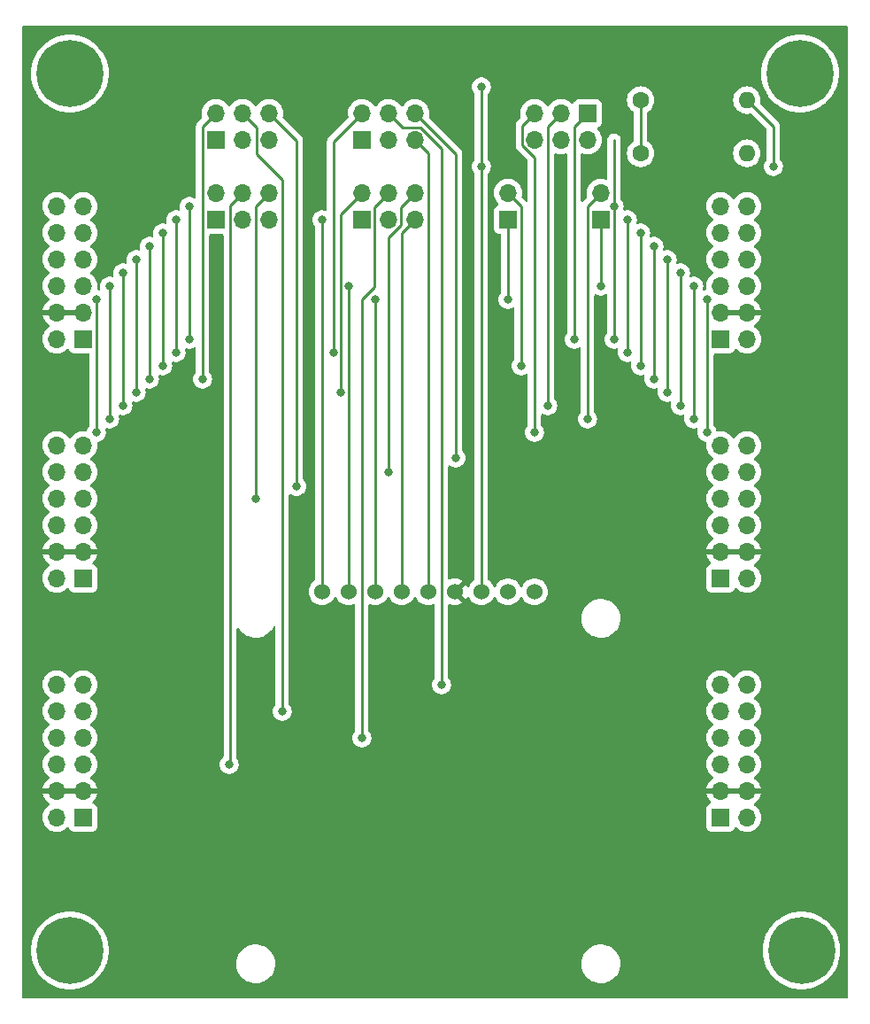
<source format=gbr>
%TF.GenerationSoftware,KiCad,Pcbnew,(6.0.1)*%
%TF.CreationDate,2022-02-03T19:59:55+01:00*%
%TF.ProjectId,modules_board,6d6f6475-6c65-4735-9f62-6f6172642e6b,rev?*%
%TF.SameCoordinates,Original*%
%TF.FileFunction,Copper,L2,Bot*%
%TF.FilePolarity,Positive*%
%FSLAX46Y46*%
G04 Gerber Fmt 4.6, Leading zero omitted, Abs format (unit mm)*
G04 Created by KiCad (PCBNEW (6.0.1)) date 2022-02-03 19:59:55*
%MOMM*%
%LPD*%
G01*
G04 APERTURE LIST*
%TA.AperFunction,ComponentPad*%
%ADD10C,1.524000*%
%TD*%
%TA.AperFunction,ComponentPad*%
%ADD11R,1.700000X1.700000*%
%TD*%
%TA.AperFunction,ComponentPad*%
%ADD12O,1.700000X1.700000*%
%TD*%
%TA.AperFunction,ComponentPad*%
%ADD13C,0.800000*%
%TD*%
%TA.AperFunction,ComponentPad*%
%ADD14C,6.400000*%
%TD*%
%TA.AperFunction,ComponentPad*%
%ADD15C,1.600000*%
%TD*%
%TA.AperFunction,ComponentPad*%
%ADD16O,1.600000X1.600000*%
%TD*%
%TA.AperFunction,ViaPad*%
%ADD17C,0.800000*%
%TD*%
%TA.AperFunction,Conductor*%
%ADD18C,0.250000*%
%TD*%
G04 APERTURE END LIST*
D10*
%TO.P,U1,8,~{CS}*%
%TO.N,SDA_CS_RX*%
X86360000Y-97790000D03*
%TO.P,U1,7,SCK*%
%TO.N,ADDR1_SCK_DTRQ*%
X88900000Y-97790000D03*
%TO.P,U1,6,MOSI*%
%TO.N,ADDR0_MOSI_MX*%
X91440000Y-97790000D03*
%TO.P,U1,5,MISO*%
%TO.N,SCL_MISO_TX*%
X93980000Y-97790000D03*
%TO.P,U1,4,INT*%
%TO.N,INT*%
X96520000Y-97790000D03*
%TO.P,U1,3,GND*%
%TO.N,GND*%
X99060000Y-97790000D03*
%TO.P,U1,2,~{RST}*%
%TO.N,RESET*%
X101600000Y-97790000D03*
%TO.P,U1,1,VCC*%
%TO.N,VCC*%
X104140000Y-97790000D03*
%TO.P,U1,0*%
%TO.N,N/C*%
X106680000Y-97790000D03*
%TD*%
D11*
%TO.P,J1,1,Pin_1*%
%TO.N,VCC*%
X63500000Y-119380000D03*
D12*
%TO.P,J1,2,Pin_2*%
X60960000Y-119380000D03*
%TO.P,J1,3,Pin_3*%
%TO.N,GND*%
X63500000Y-116840000D03*
%TO.P,J1,4,Pin_4*%
X60960000Y-116840000D03*
%TO.P,J1,5,Pin_5*%
%TO.N,PMOD_I2C_SDA*%
X63500000Y-114300000D03*
%TO.P,J1,6,Pin_6*%
%TO.N,PMOD_I2C_GPIO4*%
X60960000Y-114300000D03*
%TO.P,J1,7,Pin_7*%
%TO.N,PMOD_I2C_SCL*%
X63500000Y-111760000D03*
%TO.P,J1,8,Pin_8*%
%TO.N,PMOD_I2C_GPIO3*%
X60960000Y-111760000D03*
%TO.P,J1,9,Pin_9*%
%TO.N,PMOD_I2C_RESET*%
X63500000Y-109220000D03*
%TO.P,J1,10,Pin_10*%
%TO.N,PMOD_I2C_GPIO2*%
X60960000Y-109220000D03*
%TO.P,J1,11,Pin_11*%
%TO.N,PMOD_I2C_INT*%
X63500000Y-106680000D03*
%TO.P,J1,12,Pin_12*%
%TO.N,PMOD_I2C_GPIO1*%
X60960000Y-106680000D03*
%TD*%
D11*
%TO.P,J2,1,Pin_1*%
%TO.N,VCC*%
X63500000Y-96520000D03*
D12*
%TO.P,J2,2,Pin_2*%
X60960000Y-96520000D03*
%TO.P,J2,3,Pin_3*%
%TO.N,GND*%
X63500000Y-93980000D03*
%TO.P,J2,4,Pin_4*%
X60960000Y-93980000D03*
%TO.P,J2,5,Pin_5*%
%TO.N,PMOD_UART_RTS*%
X63500000Y-91440000D03*
%TO.P,J2,6,Pin_6*%
%TO.N,PMOD_UART_GPIO4*%
X60960000Y-91440000D03*
%TO.P,J2,7,Pin_7*%
%TO.N,PMOD_UART_RXD*%
X63500000Y-88900000D03*
%TO.P,J2,8,Pin_8*%
%TO.N,PMOD_UART_GPIO3*%
X60960000Y-88900000D03*
%TO.P,J2,9,Pin_9*%
%TO.N,PMOD_UART_TXD*%
X63500000Y-86360000D03*
%TO.P,J2,10,Pin_10*%
%TO.N,PMOD_UART_RESET*%
X60960000Y-86360000D03*
%TO.P,J2,11,Pin_11*%
%TO.N,PMOD_UART_CTS*%
X63500000Y-83820000D03*
%TO.P,J2,12,Pin_12*%
%TO.N,PMOD_UART_INT*%
X60960000Y-83820000D03*
%TD*%
D11*
%TO.P,J3,1,Pin_1*%
%TO.N,VCC*%
X63500000Y-73660000D03*
D12*
%TO.P,J3,2,Pin_2*%
X60960000Y-73660000D03*
%TO.P,J3,3,Pin_3*%
%TO.N,GND*%
X63500000Y-71120000D03*
%TO.P,J3,4,Pin_4*%
X60960000Y-71120000D03*
%TO.P,J3,5,Pin_5*%
%TO.N,PMOD_SPI_SCK*%
X63500000Y-68580000D03*
%TO.P,J3,6,Pin_6*%
%TO.N,PMOD_SPI_CS3*%
X60960000Y-68580000D03*
%TO.P,J3,7,Pin_7*%
%TO.N,PMOD_SPI_MISO*%
X63500000Y-66040000D03*
%TO.P,J3,8,Pin_8*%
%TO.N,PMOD_SPI_CS2*%
X60960000Y-66040000D03*
%TO.P,J3,9,Pin_9*%
%TO.N,PMOD_SPI_MOSI*%
X63500000Y-63500000D03*
%TO.P,J3,10,Pin_10*%
%TO.N,PMOD_SPI_RESET*%
X60960000Y-63500000D03*
%TO.P,J3,11,Pin_11*%
%TO.N,PMOD_SPI_CS*%
X63500000Y-60960000D03*
%TO.P,J3,12,Pin_12*%
%TO.N,PMOD_SPI_INT*%
X60960000Y-60960000D03*
%TD*%
D11*
%TO.P,J7,1,Pin_1*%
%TO.N,VCC*%
X124460000Y-119380000D03*
D12*
%TO.P,J7,2,Pin_2*%
X127000000Y-119380000D03*
%TO.P,J7,3,Pin_3*%
%TO.N,GND*%
X124460000Y-116840000D03*
%TO.P,J7,4,Pin_4*%
X127000000Y-116840000D03*
%TO.P,J7,5,Pin_5*%
%TO.N,PMOD_I2C_SDA*%
X124460000Y-114300000D03*
%TO.P,J7,6,Pin_6*%
%TO.N,PMOD_I2C_GPIO4*%
X127000000Y-114300000D03*
%TO.P,J7,7,Pin_7*%
%TO.N,PMOD_I2C_SCL*%
X124460000Y-111760000D03*
%TO.P,J7,8,Pin_8*%
%TO.N,PMOD_I2C_GPIO3*%
X127000000Y-111760000D03*
%TO.P,J7,9,Pin_9*%
%TO.N,PMOD_I2C_RESET*%
X124460000Y-109220000D03*
%TO.P,J7,10,Pin_10*%
%TO.N,PMOD_I2C_GPIO2*%
X127000000Y-109220000D03*
%TO.P,J7,11,Pin_11*%
%TO.N,PMOD_I2C_INT*%
X124460000Y-106680000D03*
%TO.P,J7,12,Pin_12*%
%TO.N,PMOD_I2C_GPIO1*%
X127000000Y-106680000D03*
%TD*%
D11*
%TO.P,J8,1,Pin_1*%
%TO.N,VCC*%
X124460000Y-96520000D03*
D12*
%TO.P,J8,2,Pin_2*%
X127000000Y-96520000D03*
%TO.P,J8,3,Pin_3*%
%TO.N,GND*%
X124460000Y-93980000D03*
%TO.P,J8,4,Pin_4*%
X127000000Y-93980000D03*
%TO.P,J8,5,Pin_5*%
%TO.N,PMOD_UART_RTS*%
X124460000Y-91440000D03*
%TO.P,J8,6,Pin_6*%
%TO.N,PMOD_UART_GPIO4*%
X127000000Y-91440000D03*
%TO.P,J8,7,Pin_7*%
%TO.N,PMOD_UART_RXD*%
X124460000Y-88900000D03*
%TO.P,J8,8,Pin_8*%
%TO.N,PMOD_UART_GPIO3*%
X127000000Y-88900000D03*
%TO.P,J8,9,Pin_9*%
%TO.N,PMOD_UART_TXD*%
X124460000Y-86360000D03*
%TO.P,J8,10,Pin_10*%
%TO.N,PMOD_UART_RESET*%
X127000000Y-86360000D03*
%TO.P,J8,11,Pin_11*%
%TO.N,PMOD_UART_CTS*%
X124460000Y-83820000D03*
%TO.P,J8,12,Pin_12*%
%TO.N,PMOD_UART_INT*%
X127000000Y-83820000D03*
%TD*%
D11*
%TO.P,J9,1,Pin_1*%
%TO.N,VCC*%
X124460000Y-73660000D03*
D12*
%TO.P,J9,2,Pin_2*%
X127000000Y-73660000D03*
%TO.P,J9,3,Pin_3*%
%TO.N,GND*%
X124460000Y-71120000D03*
%TO.P,J9,4,Pin_4*%
X127000000Y-71120000D03*
%TO.P,J9,5,Pin_5*%
%TO.N,PMOD_SPI_SCK*%
X124460000Y-68580000D03*
%TO.P,J9,6,Pin_6*%
%TO.N,PMOD_SPI_CS3*%
X127000000Y-68580000D03*
%TO.P,J9,7,Pin_7*%
%TO.N,PMOD_SPI_MISO*%
X124460000Y-66040000D03*
%TO.P,J9,8,Pin_8*%
%TO.N,PMOD_SPI_CS2*%
X127000000Y-66040000D03*
%TO.P,J9,9,Pin_9*%
%TO.N,PMOD_SPI_MOSI*%
X124460000Y-63500000D03*
%TO.P,J9,10,Pin_10*%
%TO.N,PMOD_SPI_RESET*%
X127000000Y-63500000D03*
%TO.P,J9,11,Pin_11*%
%TO.N,PMOD_SPI_CS*%
X124460000Y-60960000D03*
%TO.P,J9,12,Pin_12*%
%TO.N,PMOD_SPI_INT*%
X127000000Y-60960000D03*
%TD*%
D13*
%TO.P,H1,1*%
%TO.N,N/C*%
X63927056Y-49957056D03*
X60532944Y-49957056D03*
X59830000Y-48260000D03*
X62230000Y-45860000D03*
X62230000Y-50660000D03*
X64630000Y-48260000D03*
D14*
X62230000Y-48260000D03*
D13*
X63927056Y-46562944D03*
X60532944Y-46562944D03*
%TD*%
D14*
%TO.P,H2,1*%
%TO.N,N/C*%
X62230000Y-132080000D03*
D13*
X62230000Y-129680000D03*
X64630000Y-132080000D03*
X62230000Y-134480000D03*
X60532944Y-133777056D03*
X63927056Y-133777056D03*
X59830000Y-132080000D03*
X60532944Y-130382944D03*
X63927056Y-130382944D03*
%TD*%
%TO.P,H3,1*%
%TO.N,N/C*%
X130382944Y-49957056D03*
X132080000Y-50660000D03*
X129680000Y-48260000D03*
X134480000Y-48260000D03*
X132080000Y-45860000D03*
D14*
X132080000Y-48260000D03*
D13*
X133777056Y-46562944D03*
X133777056Y-49957056D03*
X130382944Y-46562944D03*
%TD*%
%TO.P,H4,1*%
%TO.N,N/C*%
X133917056Y-130382944D03*
X130522944Y-133777056D03*
X132220000Y-134480000D03*
X134620000Y-132080000D03*
X129820000Y-132080000D03*
D14*
X132220000Y-132080000D03*
D13*
X130522944Y-130382944D03*
X133917056Y-133777056D03*
X132220000Y-129680000D03*
%TD*%
D15*
%TO.P,R2,1*%
%TO.N,VCC*%
X116840000Y-55880000D03*
D16*
%TO.P,R2,2*%
%TO.N,INT*%
X127000000Y-55880000D03*
%TD*%
D15*
%TO.P,R1,1*%
%TO.N,VCC*%
X116840000Y-50800000D03*
D16*
%TO.P,R1,2*%
%TO.N,RESET*%
X127000000Y-50800000D03*
%TD*%
D11*
%TO.P,J5,1,Pin_1*%
%TO.N,SCL_MISO_TX*%
X90170000Y-62230000D03*
D12*
%TO.P,J5,2,Pin_2*%
%TO.N,PMOD_SPI_MISO*%
X90170000Y-59690000D03*
%TO.P,J5,3,Pin_3*%
%TO.N,SCL_MISO_TX*%
X92710000Y-62230000D03*
%TO.P,J5,4,Pin_4*%
%TO.N,PMOD_I2C_SCL*%
X92710000Y-59690000D03*
%TO.P,J5,5,Pin_5*%
%TO.N,SCL_MISO_TX*%
X95250000Y-62230000D03*
%TO.P,J5,6,Pin_6*%
%TO.N,PMOD_UART_TXD*%
X95250000Y-59690000D03*
%TD*%
D11*
%TO.P,J6,1,Pin_1*%
%TO.N,ADDR0_MOSI_MX*%
X104140000Y-62230000D03*
D12*
%TO.P,J6,2,Pin_2*%
%TO.N,PMOD_SPI_MOSI*%
X104140000Y-59690000D03*
%TD*%
D11*
%TO.P,J10,1,Pin_1*%
%TO.N,ADDR1_SCK_DTRQ*%
X113030000Y-62230000D03*
D12*
%TO.P,J10,2,Pin_2*%
%TO.N,PMOD_SPI_SCK*%
X113030000Y-59690000D03*
%TD*%
D11*
%TO.P,J11,1,Pin_1*%
%TO.N,PMOD_SPI_CS*%
X111760000Y-52070000D03*
D12*
%TO.P,J11,2,Pin_2*%
%TO.N,CS*%
X111760000Y-54610000D03*
%TO.P,J11,3,Pin_3*%
%TO.N,PMOD_SPI_CS2*%
X109220000Y-52070000D03*
%TO.P,J11,4,Pin_4*%
%TO.N,CS*%
X109220000Y-54610000D03*
%TO.P,J11,5,Pin_5*%
%TO.N,PMOD_SPI_CS3*%
X106680000Y-52070000D03*
%TO.P,J11,6,Pin_6*%
%TO.N,CS*%
X106680000Y-54610000D03*
%TD*%
D11*
%TO.P,J4,1,Pin_1*%
%TO.N,SDA_CS_RX*%
X76200000Y-62230000D03*
D12*
%TO.P,J4,2,Pin_2*%
%TO.N,CS*%
X76200000Y-59690000D03*
%TO.P,J4,3,Pin_3*%
%TO.N,SDA_CS_RX*%
X78740000Y-62230000D03*
%TO.P,J4,4,Pin_4*%
%TO.N,PMOD_I2C_SDA*%
X78740000Y-59690000D03*
%TO.P,J4,5,Pin_5*%
%TO.N,SDA_CS_RX*%
X81280000Y-62230000D03*
%TO.P,J4,6,Pin_6*%
%TO.N,PMOD_UART_RXD*%
X81280000Y-59690000D03*
%TD*%
D11*
%TO.P,J12,1,Pin_1*%
%TO.N,RESET*%
X76200000Y-54610000D03*
D12*
%TO.P,J12,2,Pin_2*%
%TO.N,PMOD_SPI_RESET*%
X76200000Y-52070000D03*
%TO.P,J12,3,Pin_3*%
%TO.N,RESET*%
X78740000Y-54610000D03*
%TO.P,J12,4,Pin_4*%
%TO.N,PMOD_I2C_RESET*%
X78740000Y-52070000D03*
%TO.P,J12,5,Pin_5*%
%TO.N,RESET*%
X81280000Y-54610000D03*
%TO.P,J12,6,Pin_6*%
%TO.N,PMOD_UART_RESET*%
X81280000Y-52070000D03*
%TD*%
D11*
%TO.P,J13,1,Pin_1*%
%TO.N,INT*%
X90185000Y-54615000D03*
D12*
%TO.P,J13,2,Pin_2*%
%TO.N,PMOD_SPI_INT*%
X90185000Y-52075000D03*
%TO.P,J13,3,Pin_3*%
%TO.N,INT*%
X92725000Y-54615000D03*
%TO.P,J13,4,Pin_4*%
%TO.N,PMOD_I2C_INT*%
X92725000Y-52075000D03*
%TO.P,J13,5,Pin_5*%
%TO.N,INT*%
X95265000Y-54615000D03*
%TO.P,J13,6,Pin_6*%
%TO.N,PMOD_UART_INT*%
X95265000Y-52075000D03*
%TD*%
D17*
%TO.N,PMOD_SPI_CS*%
X110490000Y-73660000D03*
%TO.N,PMOD_SPI_CS2*%
X107950000Y-80010000D03*
%TO.N,PMOD_SPI_CS3*%
X106680000Y-82550000D03*
%TO.N,PMOD_UART_INT*%
X99155489Y-84994511D03*
%TO.N,PMOD_I2C_INT*%
X97790000Y-106680000D03*
%TO.N,PMOD_SPI_INT*%
X87450989Y-74930000D03*
%TO.N,RESET*%
X101600000Y-49530000D03*
%TO.N,PMOD_SPI_MOSI*%
X105410000Y-76200000D03*
%TO.N,PMOD_SPI_SCK*%
X111760000Y-81280000D03*
%TO.N,PMOD_UART_TXD*%
X92710000Y-86360000D03*
%TO.N,PMOD_I2C_SCL*%
X90170000Y-111760000D03*
%TO.N,PMOD_SPI_MISO*%
X88175500Y-78740000D03*
%TO.N,PMOD_UART_RESET*%
X83915489Y-87725489D03*
%TO.N,PMOD_I2C_RESET*%
X82550000Y-109220000D03*
%TO.N,PMOD_SPI_RESET*%
X74930000Y-77470000D03*
%TO.N,PMOD_UART_RXD*%
X80010000Y-88900000D03*
%TO.N,PMOD_I2C_SDA*%
X77470000Y-114300000D03*
%TO.N,RESET*%
X101600000Y-57150000D03*
%TO.N,ADDR0_MOSI_MX*%
X104140000Y-69850000D03*
X91440000Y-69850000D03*
%TO.N,ADDR1_SCK_DTRQ*%
X88900000Y-68580000D03*
X113030000Y-68580000D03*
%TO.N,SDA_CS_RX*%
X86360000Y-62230000D03*
%TO.N,PMOD_SPI_INT*%
X115570000Y-62230000D03*
%TO.N,PMOD_SPI_CS3*%
X64770000Y-69850000D03*
%TO.N,RESET*%
X129540000Y-57150000D03*
%TO.N,PMOD_SPI_CS*%
X73660000Y-60960000D03*
%TO.N,PMOD_SPI_RESET*%
X69850000Y-64770000D03*
X118110000Y-64770000D03*
%TO.N,PMOD_SPI_SCK*%
X121920000Y-68580000D03*
%TO.N,PMOD_SPI_INT*%
X72390000Y-62230000D03*
%TO.N,PMOD_SPI_MISO*%
X68580000Y-66040000D03*
X119380000Y-66040000D03*
%TO.N,PMOD_SPI_CS*%
X114303912Y-60956088D03*
%TO.N,PMOD_SPI_SCK*%
X66040000Y-68580000D03*
%TO.N,PMOD_SPI_CS3*%
X123190000Y-69850000D03*
%TO.N,PMOD_SPI_MOSI*%
X116840000Y-63500000D03*
%TO.N,PMOD_SPI_CS2*%
X120650000Y-67310000D03*
X67310000Y-67310000D03*
%TO.N,PMOD_SPI_MOSI*%
X71120000Y-63500000D03*
%TO.N,PMOD_SPI_INT*%
X72390000Y-74930000D03*
X115570000Y-74930000D03*
%TO.N,PMOD_SPI_CS*%
X114300000Y-73660000D03*
X73660000Y-73660000D03*
%TO.N,PMOD_SPI_RESET*%
X118110000Y-77470000D03*
X69850000Y-77470000D03*
%TO.N,PMOD_SPI_MOSI*%
X116840000Y-76200000D03*
X71120000Y-76200000D03*
%TO.N,PMOD_SPI_CS2*%
X67310000Y-80010000D03*
X120650000Y-80010000D03*
%TO.N,PMOD_SPI_MISO*%
X119380000Y-78740000D03*
X68580000Y-78740000D03*
%TO.N,PMOD_SPI_CS3*%
X123190000Y-82550000D03*
X64770000Y-82550000D03*
%TO.N,PMOD_SPI_SCK*%
X66040000Y-81280000D03*
X121920000Y-81280000D03*
%TD*%
D18*
%TO.N,VCC*%
X116840000Y-50800000D02*
X116840000Y-55880000D01*
%TO.N,PMOD_SPI_CS*%
X110490000Y-53340000D02*
X110490000Y-73660000D01*
X111760000Y-52070000D02*
X110490000Y-53340000D01*
%TO.N,PMOD_SPI_CS2*%
X107950000Y-53340000D02*
X107950000Y-80010000D01*
X109220000Y-52070000D02*
X107950000Y-53340000D01*
%TO.N,PMOD_SPI_CS3*%
X106680000Y-56271010D02*
X106680000Y-82550000D01*
X105505489Y-55096499D02*
X106680000Y-56271010D01*
X105505489Y-53244511D02*
X105505489Y-55096499D01*
X106680000Y-52070000D02*
X105505489Y-53244511D01*
%TO.N,PMOD_UART_INT*%
X95265000Y-52075000D02*
X99155489Y-55965489D01*
X99155489Y-55965489D02*
X99155489Y-84994511D01*
%TO.N,PMOD_I2C_INT*%
X92725000Y-52075000D02*
X94090489Y-53440489D01*
X97790000Y-55478990D02*
X97790000Y-106680000D01*
X94090489Y-53440489D02*
X95751499Y-53440489D01*
X95751499Y-53440489D02*
X97790000Y-55478990D01*
%TO.N,PMOD_SPI_INT*%
X87450989Y-54809011D02*
X87450989Y-74930000D01*
X90185000Y-52075000D02*
X87450989Y-54809011D01*
%TO.N,RESET*%
X101600000Y-57150000D02*
X101600000Y-49530000D01*
%TO.N,PMOD_SPI_MOSI*%
X105410000Y-60960000D02*
X105410000Y-76200000D01*
X104140000Y-59690000D02*
X105410000Y-60960000D01*
%TO.N,PMOD_SPI_SCK*%
X111760000Y-60960000D02*
X111760000Y-81280000D01*
X113030000Y-59690000D02*
X111760000Y-60960000D01*
%TO.N,PMOD_UART_TXD*%
X95250000Y-59690000D02*
X93884511Y-61055489D01*
X93884511Y-61055489D02*
X93884511Y-62716499D01*
X93884511Y-62716499D02*
X92710000Y-63891010D01*
X92710000Y-63891010D02*
X92710000Y-86360000D01*
%TO.N,PMOD_I2C_SCL*%
X90170000Y-69850000D02*
X90170000Y-111760000D01*
X91344511Y-68675489D02*
X90170000Y-69850000D01*
X92710000Y-59690000D02*
X91344511Y-61055489D01*
X91344511Y-61055489D02*
X91344511Y-68675489D01*
%TO.N,PMOD_SPI_MISO*%
X88175489Y-78739989D02*
X88175500Y-78740000D01*
X88175489Y-61684511D02*
X88175489Y-78739989D01*
X90170000Y-59690000D02*
X88175489Y-61684511D01*
%TO.N,PMOD_UART_RESET*%
X81280000Y-52070000D02*
X83915489Y-54705489D01*
X83915489Y-54705489D02*
X83915489Y-87725489D01*
%TO.N,PMOD_I2C_RESET*%
X82550000Y-58420000D02*
X82550000Y-109220000D01*
X80105489Y-55975489D02*
X82550000Y-58420000D01*
X80105489Y-53435489D02*
X80105489Y-55975489D01*
X78740000Y-52070000D02*
X80105489Y-53435489D01*
%TO.N,PMOD_SPI_RESET*%
X74930000Y-53340000D02*
X74930000Y-77470000D01*
X76200000Y-52070000D02*
X74930000Y-53340000D01*
%TO.N,PMOD_UART_RXD*%
X81280000Y-59690000D02*
X80010000Y-60960000D01*
X80010000Y-60960000D02*
X80010000Y-88900000D01*
%TO.N,PMOD_I2C_SDA*%
X77565489Y-114204511D02*
X77470000Y-114300000D01*
X77565489Y-60864511D02*
X77565489Y-114204511D01*
X78740000Y-59690000D02*
X77565489Y-60864511D01*
%TO.N,RESET*%
X101600000Y-97790000D02*
X101600000Y-57150000D01*
%TO.N,INT*%
X96520000Y-97790000D02*
X96520000Y-55870000D01*
X96520000Y-55870000D02*
X95265000Y-54615000D01*
%TO.N,SCL_MISO_TX*%
X93980000Y-97790000D02*
X93980000Y-63500000D01*
X93980000Y-63500000D02*
X95250000Y-62230000D01*
%TO.N,ADDR0_MOSI_MX*%
X91440000Y-97790000D02*
X91440000Y-69850000D01*
X104140000Y-69850000D02*
X104140000Y-62230000D01*
%TO.N,ADDR1_SCK_DTRQ*%
X88900000Y-97790000D02*
X88900000Y-68580000D01*
%TO.N,SDA_CS_RX*%
X86360000Y-97790000D02*
X86360000Y-62230000D01*
%TO.N,PMOD_SPI_CS*%
X114303912Y-54613912D02*
X114303912Y-60956088D01*
X114303912Y-60956088D02*
X114300000Y-60960000D01*
%TO.N,RESET*%
X129540000Y-53340000D02*
X127000000Y-50800000D01*
X129540000Y-57150000D02*
X129540000Y-53340000D01*
%TO.N,ADDR1_SCK_DTRQ*%
X113030000Y-68580000D02*
X113030000Y-62230000D01*
%TO.N,PMOD_SPI_INT*%
X115570000Y-62230000D02*
X115570000Y-74930000D01*
X72390000Y-62230000D02*
X72390000Y-74930000D01*
%TO.N,PMOD_SPI_CS*%
X73660000Y-73660000D02*
X73660000Y-60960000D01*
X114300000Y-60960000D02*
X114300000Y-73660000D01*
%TO.N,PMOD_SPI_RESET*%
X69850000Y-64770000D02*
X69850000Y-77470000D01*
X118110000Y-77470000D02*
X118110000Y-64770000D01*
%TO.N,PMOD_SPI_MOSI*%
X71120000Y-76200000D02*
X71120000Y-63500000D01*
X116840000Y-63500000D02*
X116840000Y-76200000D01*
%TO.N,PMOD_SPI_CS2*%
X120650000Y-80010000D02*
X120650000Y-67310000D01*
X67310000Y-67310000D02*
X67310000Y-80010000D01*
%TO.N,PMOD_SPI_MISO*%
X119380000Y-66040000D02*
X119380000Y-78740000D01*
X68580000Y-78740000D02*
X68580000Y-66040000D01*
%TO.N,PMOD_SPI_CS3*%
X64770000Y-69850000D02*
X64770000Y-82550000D01*
X123190000Y-82550000D02*
X123190000Y-69850000D01*
%TO.N,PMOD_SPI_SCK*%
X66040000Y-81280000D02*
X66040000Y-68580000D01*
X121920000Y-68580000D02*
X121920000Y-81280000D01*
%TD*%
%TA.AperFunction,Conductor*%
%TO.N,GND*%
G36*
X136594121Y-43708002D02*
G01*
X136640614Y-43761658D01*
X136652000Y-43814000D01*
X136652000Y-136526000D01*
X136631998Y-136594121D01*
X136578342Y-136640614D01*
X136526000Y-136652000D01*
X57784000Y-136652000D01*
X57715879Y-136631998D01*
X57669386Y-136578342D01*
X57658000Y-136526000D01*
X57658000Y-132080000D01*
X58516411Y-132080000D01*
X58536754Y-132468176D01*
X58537267Y-132471416D01*
X58537268Y-132471424D01*
X58558260Y-132603961D01*
X58597562Y-132852099D01*
X58698167Y-133227562D01*
X58837468Y-133590453D01*
X58838966Y-133593393D01*
X59004521Y-133918312D01*
X59013938Y-133936794D01*
X59225643Y-134262793D01*
X59227718Y-134265355D01*
X59460481Y-134552792D01*
X59470266Y-134564876D01*
X59745124Y-134839734D01*
X60047207Y-135084357D01*
X60049970Y-135086152D01*
X60049971Y-135086152D01*
X60216479Y-135194283D01*
X60373205Y-135296062D01*
X60376139Y-135297557D01*
X60376146Y-135297561D01*
X60716607Y-135471034D01*
X60719547Y-135472532D01*
X61082438Y-135611833D01*
X61457901Y-135712438D01*
X61661793Y-135744732D01*
X61838576Y-135772732D01*
X61838584Y-135772733D01*
X61841824Y-135773246D01*
X62230000Y-135793589D01*
X62618176Y-135773246D01*
X62621416Y-135772733D01*
X62621424Y-135772732D01*
X62798207Y-135744732D01*
X63002099Y-135712438D01*
X63377562Y-135611833D01*
X63740453Y-135472532D01*
X63743393Y-135471034D01*
X64083854Y-135297561D01*
X64083861Y-135297557D01*
X64086795Y-135296062D01*
X64243522Y-135194283D01*
X64410029Y-135086152D01*
X64410030Y-135086152D01*
X64412793Y-135084357D01*
X64714876Y-134839734D01*
X64989734Y-134564876D01*
X64999520Y-134552792D01*
X65232282Y-134265355D01*
X65234357Y-134262793D01*
X65446062Y-133936794D01*
X65455480Y-133918312D01*
X65621034Y-133593393D01*
X65622532Y-133590453D01*
X65698605Y-133392277D01*
X78147009Y-133392277D01*
X78172625Y-133660769D01*
X78173710Y-133665203D01*
X78173711Y-133665209D01*
X78235645Y-133918312D01*
X78236731Y-133922750D01*
X78337985Y-134172733D01*
X78474265Y-134405482D01*
X78477118Y-134409049D01*
X78594686Y-134556060D01*
X78642716Y-134616119D01*
X78839809Y-134800234D01*
X79061416Y-134953968D01*
X79065499Y-134955999D01*
X79065502Y-134956001D01*
X79181013Y-135013466D01*
X79302894Y-135074101D01*
X79307228Y-135075522D01*
X79307231Y-135075523D01*
X79554853Y-135156698D01*
X79554859Y-135156699D01*
X79559186Y-135158118D01*
X79563677Y-135158898D01*
X79563678Y-135158898D01*
X79821140Y-135203601D01*
X79821148Y-135203602D01*
X79824921Y-135204257D01*
X79828758Y-135204448D01*
X79908578Y-135208422D01*
X79908586Y-135208422D01*
X79910149Y-135208500D01*
X80078512Y-135208500D01*
X80080780Y-135208335D01*
X80080792Y-135208335D01*
X80211884Y-135198823D01*
X80279004Y-135193953D01*
X80283459Y-135192969D01*
X80283462Y-135192969D01*
X80537912Y-135136791D01*
X80537916Y-135136790D01*
X80542372Y-135135806D01*
X80683646Y-135082282D01*
X80790318Y-135041868D01*
X80790321Y-135041867D01*
X80794588Y-135040250D01*
X81030368Y-134909286D01*
X81244773Y-134745657D01*
X81433312Y-134552792D01*
X81592034Y-134334730D01*
X81675190Y-134176676D01*
X81715490Y-134100079D01*
X81715493Y-134100073D01*
X81717615Y-134096039D01*
X81780378Y-133918312D01*
X81805902Y-133846033D01*
X81805902Y-133846032D01*
X81807425Y-133841720D01*
X81856370Y-133593393D01*
X81858700Y-133581572D01*
X81858701Y-133581566D01*
X81859581Y-133577100D01*
X81868782Y-133392277D01*
X111167009Y-133392277D01*
X111192625Y-133660769D01*
X111193710Y-133665203D01*
X111193711Y-133665209D01*
X111255645Y-133918312D01*
X111256731Y-133922750D01*
X111357985Y-134172733D01*
X111494265Y-134405482D01*
X111497118Y-134409049D01*
X111614686Y-134556060D01*
X111662716Y-134616119D01*
X111859809Y-134800234D01*
X112081416Y-134953968D01*
X112085499Y-134955999D01*
X112085502Y-134956001D01*
X112201013Y-135013466D01*
X112322894Y-135074101D01*
X112327228Y-135075522D01*
X112327231Y-135075523D01*
X112574853Y-135156698D01*
X112574859Y-135156699D01*
X112579186Y-135158118D01*
X112583677Y-135158898D01*
X112583678Y-135158898D01*
X112841140Y-135203601D01*
X112841148Y-135203602D01*
X112844921Y-135204257D01*
X112848758Y-135204448D01*
X112928578Y-135208422D01*
X112928586Y-135208422D01*
X112930149Y-135208500D01*
X113098512Y-135208500D01*
X113100780Y-135208335D01*
X113100792Y-135208335D01*
X113231884Y-135198823D01*
X113299004Y-135193953D01*
X113303459Y-135192969D01*
X113303462Y-135192969D01*
X113557912Y-135136791D01*
X113557916Y-135136790D01*
X113562372Y-135135806D01*
X113703646Y-135082282D01*
X113810318Y-135041868D01*
X113810321Y-135041867D01*
X113814588Y-135040250D01*
X114050368Y-134909286D01*
X114264773Y-134745657D01*
X114453312Y-134552792D01*
X114612034Y-134334730D01*
X114695190Y-134176676D01*
X114735490Y-134100079D01*
X114735493Y-134100073D01*
X114737615Y-134096039D01*
X114800378Y-133918312D01*
X114825902Y-133846033D01*
X114825902Y-133846032D01*
X114827425Y-133841720D01*
X114876370Y-133593393D01*
X114878700Y-133581572D01*
X114878701Y-133581566D01*
X114879581Y-133577100D01*
X114888782Y-133392277D01*
X114892764Y-133312292D01*
X114892764Y-133312286D01*
X114892991Y-133307723D01*
X114867375Y-133039231D01*
X114822042Y-132853967D01*
X114804355Y-132781688D01*
X114803269Y-132777250D01*
X114702015Y-132527267D01*
X114565735Y-132294518D01*
X114447928Y-132147208D01*
X114400136Y-132087447D01*
X114400135Y-132087445D01*
X114397284Y-132083881D01*
X114393129Y-132080000D01*
X128506411Y-132080000D01*
X128526754Y-132468176D01*
X128527267Y-132471416D01*
X128527268Y-132471424D01*
X128548260Y-132603961D01*
X128587562Y-132852099D01*
X128688167Y-133227562D01*
X128827468Y-133590453D01*
X128828966Y-133593393D01*
X128994521Y-133918312D01*
X129003938Y-133936794D01*
X129215643Y-134262793D01*
X129217718Y-134265355D01*
X129450481Y-134552792D01*
X129460266Y-134564876D01*
X129735124Y-134839734D01*
X130037207Y-135084357D01*
X130039970Y-135086152D01*
X130039971Y-135086152D01*
X130206479Y-135194283D01*
X130363205Y-135296062D01*
X130366139Y-135297557D01*
X130366146Y-135297561D01*
X130706607Y-135471034D01*
X130709547Y-135472532D01*
X131072438Y-135611833D01*
X131447901Y-135712438D01*
X131651793Y-135744732D01*
X131828576Y-135772732D01*
X131828584Y-135772733D01*
X131831824Y-135773246D01*
X132220000Y-135793589D01*
X132608176Y-135773246D01*
X132611416Y-135772733D01*
X132611424Y-135772732D01*
X132788207Y-135744732D01*
X132992099Y-135712438D01*
X133367562Y-135611833D01*
X133730453Y-135472532D01*
X133733393Y-135471034D01*
X134073854Y-135297561D01*
X134073861Y-135297557D01*
X134076795Y-135296062D01*
X134233522Y-135194283D01*
X134400029Y-135086152D01*
X134400030Y-135086152D01*
X134402793Y-135084357D01*
X134704876Y-134839734D01*
X134979734Y-134564876D01*
X134989520Y-134552792D01*
X135222282Y-134265355D01*
X135224357Y-134262793D01*
X135436062Y-133936794D01*
X135445480Y-133918312D01*
X135611034Y-133593393D01*
X135612532Y-133590453D01*
X135751833Y-133227562D01*
X135852438Y-132852099D01*
X135891740Y-132603961D01*
X135912732Y-132471424D01*
X135912733Y-132471416D01*
X135913246Y-132468176D01*
X135933589Y-132080000D01*
X135913246Y-131691824D01*
X135902805Y-131625899D01*
X135882293Y-131496399D01*
X135852438Y-131307901D01*
X135751833Y-130932438D01*
X135612532Y-130569547D01*
X135436062Y-130223206D01*
X135224357Y-129897207D01*
X134979734Y-129595124D01*
X134704876Y-129320266D01*
X134402793Y-129075643D01*
X134076795Y-128863938D01*
X134073861Y-128862443D01*
X134073854Y-128862439D01*
X133733393Y-128688966D01*
X133730453Y-128687468D01*
X133367562Y-128548167D01*
X132992099Y-128447562D01*
X132788207Y-128415268D01*
X132611424Y-128387268D01*
X132611416Y-128387267D01*
X132608176Y-128386754D01*
X132220000Y-128366411D01*
X131831824Y-128386754D01*
X131828584Y-128387267D01*
X131828576Y-128387268D01*
X131651793Y-128415268D01*
X131447901Y-128447562D01*
X131072438Y-128548167D01*
X130709547Y-128687468D01*
X130706607Y-128688966D01*
X130366147Y-128862439D01*
X130366140Y-128862443D01*
X130363206Y-128863938D01*
X130037207Y-129075643D01*
X129735124Y-129320266D01*
X129460266Y-129595124D01*
X129215643Y-129897207D01*
X129003938Y-130223206D01*
X128827468Y-130569547D01*
X128688167Y-130932438D01*
X128587562Y-131307901D01*
X128557707Y-131496399D01*
X128537196Y-131625899D01*
X128526754Y-131691824D01*
X128506411Y-132080000D01*
X114393129Y-132080000D01*
X114200191Y-131899766D01*
X113978584Y-131746032D01*
X113974501Y-131744001D01*
X113974498Y-131743999D01*
X113809606Y-131661967D01*
X113737106Y-131625899D01*
X113732772Y-131624478D01*
X113732769Y-131624477D01*
X113485147Y-131543302D01*
X113485141Y-131543301D01*
X113480814Y-131541882D01*
X113476322Y-131541102D01*
X113218860Y-131496399D01*
X113218852Y-131496398D01*
X113215079Y-131495743D01*
X113203817Y-131495182D01*
X113131422Y-131491578D01*
X113131414Y-131491578D01*
X113129851Y-131491500D01*
X112961488Y-131491500D01*
X112959220Y-131491665D01*
X112959208Y-131491665D01*
X112828116Y-131501177D01*
X112760996Y-131506047D01*
X112756541Y-131507031D01*
X112756538Y-131507031D01*
X112502088Y-131563209D01*
X112502084Y-131563210D01*
X112497628Y-131564194D01*
X112371520Y-131611972D01*
X112249682Y-131658132D01*
X112249679Y-131658133D01*
X112245412Y-131659750D01*
X112009632Y-131790714D01*
X111795227Y-131954343D01*
X111606688Y-132147208D01*
X111447966Y-132365270D01*
X111445844Y-132369304D01*
X111324510Y-132599921D01*
X111324507Y-132599927D01*
X111322385Y-132603961D01*
X111320865Y-132608266D01*
X111320863Y-132608270D01*
X111235909Y-132848838D01*
X111232575Y-132858280D01*
X111180419Y-133122900D01*
X111180192Y-133127453D01*
X111180192Y-133127456D01*
X111170991Y-133312292D01*
X111167009Y-133392277D01*
X81868782Y-133392277D01*
X81872764Y-133312292D01*
X81872764Y-133312286D01*
X81872991Y-133307723D01*
X81847375Y-133039231D01*
X81802042Y-132853967D01*
X81784355Y-132781688D01*
X81783269Y-132777250D01*
X81682015Y-132527267D01*
X81545735Y-132294518D01*
X81427928Y-132147208D01*
X81380136Y-132087447D01*
X81380135Y-132087445D01*
X81377284Y-132083881D01*
X81180191Y-131899766D01*
X80958584Y-131746032D01*
X80954501Y-131744001D01*
X80954498Y-131743999D01*
X80789606Y-131661967D01*
X80717106Y-131625899D01*
X80712772Y-131624478D01*
X80712769Y-131624477D01*
X80465147Y-131543302D01*
X80465141Y-131543301D01*
X80460814Y-131541882D01*
X80456322Y-131541102D01*
X80198860Y-131496399D01*
X80198852Y-131496398D01*
X80195079Y-131495743D01*
X80183817Y-131495182D01*
X80111422Y-131491578D01*
X80111414Y-131491578D01*
X80109851Y-131491500D01*
X79941488Y-131491500D01*
X79939220Y-131491665D01*
X79939208Y-131491665D01*
X79808116Y-131501177D01*
X79740996Y-131506047D01*
X79736541Y-131507031D01*
X79736538Y-131507031D01*
X79482088Y-131563209D01*
X79482084Y-131563210D01*
X79477628Y-131564194D01*
X79351520Y-131611972D01*
X79229682Y-131658132D01*
X79229679Y-131658133D01*
X79225412Y-131659750D01*
X78989632Y-131790714D01*
X78775227Y-131954343D01*
X78586688Y-132147208D01*
X78427966Y-132365270D01*
X78425844Y-132369304D01*
X78304510Y-132599921D01*
X78304507Y-132599927D01*
X78302385Y-132603961D01*
X78300865Y-132608266D01*
X78300863Y-132608270D01*
X78215909Y-132848838D01*
X78212575Y-132858280D01*
X78160419Y-133122900D01*
X78160192Y-133127453D01*
X78160192Y-133127456D01*
X78150991Y-133312292D01*
X78147009Y-133392277D01*
X65698605Y-133392277D01*
X65761833Y-133227562D01*
X65862438Y-132852099D01*
X65901740Y-132603961D01*
X65922732Y-132471424D01*
X65922733Y-132471416D01*
X65923246Y-132468176D01*
X65943589Y-132080000D01*
X65923246Y-131691824D01*
X65912805Y-131625899D01*
X65892293Y-131496399D01*
X65862438Y-131307901D01*
X65761833Y-130932438D01*
X65622532Y-130569547D01*
X65446062Y-130223206D01*
X65234357Y-129897207D01*
X64989734Y-129595124D01*
X64714876Y-129320266D01*
X64412793Y-129075643D01*
X64086795Y-128863938D01*
X64083861Y-128862443D01*
X64083854Y-128862439D01*
X63743393Y-128688966D01*
X63740453Y-128687468D01*
X63377562Y-128548167D01*
X63002099Y-128447562D01*
X62798207Y-128415268D01*
X62621424Y-128387268D01*
X62621416Y-128387267D01*
X62618176Y-128386754D01*
X62230000Y-128366411D01*
X61841824Y-128386754D01*
X61838584Y-128387267D01*
X61838576Y-128387268D01*
X61661793Y-128415268D01*
X61457901Y-128447562D01*
X61082438Y-128548167D01*
X60719547Y-128687468D01*
X60716607Y-128688966D01*
X60376147Y-128862439D01*
X60376140Y-128862443D01*
X60373206Y-128863938D01*
X60047207Y-129075643D01*
X59745124Y-129320266D01*
X59470266Y-129595124D01*
X59225643Y-129897207D01*
X59013938Y-130223206D01*
X58837468Y-130569547D01*
X58698167Y-130932438D01*
X58597562Y-131307901D01*
X58567707Y-131496399D01*
X58547196Y-131625899D01*
X58536754Y-131691824D01*
X58516411Y-132080000D01*
X57658000Y-132080000D01*
X57658000Y-119346695D01*
X59597251Y-119346695D01*
X59597548Y-119351848D01*
X59597548Y-119351851D01*
X59603011Y-119446590D01*
X59610110Y-119569715D01*
X59611247Y-119574761D01*
X59611248Y-119574767D01*
X59631119Y-119662939D01*
X59659222Y-119787639D01*
X59743266Y-119994616D01*
X59859987Y-120185088D01*
X60006250Y-120353938D01*
X60178126Y-120496632D01*
X60371000Y-120609338D01*
X60579692Y-120689030D01*
X60584760Y-120690061D01*
X60584763Y-120690062D01*
X60692017Y-120711883D01*
X60798597Y-120733567D01*
X60803772Y-120733757D01*
X60803774Y-120733757D01*
X61016673Y-120741564D01*
X61016677Y-120741564D01*
X61021837Y-120741753D01*
X61026957Y-120741097D01*
X61026959Y-120741097D01*
X61238288Y-120714025D01*
X61238289Y-120714025D01*
X61243416Y-120713368D01*
X61248366Y-120711883D01*
X61452429Y-120650661D01*
X61452434Y-120650659D01*
X61457384Y-120649174D01*
X61657994Y-120550896D01*
X61839860Y-120421173D01*
X61948091Y-120313319D01*
X62010462Y-120279404D01*
X62081268Y-120284592D01*
X62138030Y-120327238D01*
X62155012Y-120358341D01*
X62177201Y-120417529D01*
X62199385Y-120476705D01*
X62286739Y-120593261D01*
X62403295Y-120680615D01*
X62539684Y-120731745D01*
X62601866Y-120738500D01*
X64398134Y-120738500D01*
X64460316Y-120731745D01*
X64596705Y-120680615D01*
X64713261Y-120593261D01*
X64800615Y-120476705D01*
X64851745Y-120340316D01*
X64858500Y-120278134D01*
X123101500Y-120278134D01*
X123108255Y-120340316D01*
X123159385Y-120476705D01*
X123246739Y-120593261D01*
X123363295Y-120680615D01*
X123499684Y-120731745D01*
X123561866Y-120738500D01*
X125358134Y-120738500D01*
X125420316Y-120731745D01*
X125556705Y-120680615D01*
X125673261Y-120593261D01*
X125760615Y-120476705D01*
X125782799Y-120417529D01*
X125804598Y-120359382D01*
X125847240Y-120302618D01*
X125913802Y-120277918D01*
X125983150Y-120293126D01*
X126017817Y-120321114D01*
X126046250Y-120353938D01*
X126218126Y-120496632D01*
X126411000Y-120609338D01*
X126619692Y-120689030D01*
X126624760Y-120690061D01*
X126624763Y-120690062D01*
X126732017Y-120711883D01*
X126838597Y-120733567D01*
X126843772Y-120733757D01*
X126843774Y-120733757D01*
X127056673Y-120741564D01*
X127056677Y-120741564D01*
X127061837Y-120741753D01*
X127066957Y-120741097D01*
X127066959Y-120741097D01*
X127278288Y-120714025D01*
X127278289Y-120714025D01*
X127283416Y-120713368D01*
X127288366Y-120711883D01*
X127492429Y-120650661D01*
X127492434Y-120650659D01*
X127497384Y-120649174D01*
X127697994Y-120550896D01*
X127879860Y-120421173D01*
X128038096Y-120263489D01*
X128097594Y-120180689D01*
X128165435Y-120086277D01*
X128168453Y-120082077D01*
X128267430Y-119881811D01*
X128332370Y-119668069D01*
X128361529Y-119446590D01*
X128363156Y-119380000D01*
X128344852Y-119157361D01*
X128290431Y-118940702D01*
X128201354Y-118735840D01*
X128080014Y-118548277D01*
X127929670Y-118383051D01*
X127925619Y-118379852D01*
X127925615Y-118379848D01*
X127758414Y-118247800D01*
X127758410Y-118247798D01*
X127754359Y-118244598D01*
X127712569Y-118221529D01*
X127662598Y-118171097D01*
X127647826Y-118101654D01*
X127672942Y-118035248D01*
X127700294Y-118008641D01*
X127875328Y-117883792D01*
X127883200Y-117877139D01*
X128034052Y-117726812D01*
X128040730Y-117718965D01*
X128165003Y-117546020D01*
X128170313Y-117537183D01*
X128264670Y-117346267D01*
X128268469Y-117336672D01*
X128330377Y-117132910D01*
X128332555Y-117122837D01*
X128333986Y-117111962D01*
X128331775Y-117097778D01*
X128318617Y-117094000D01*
X123143225Y-117094000D01*
X123129694Y-117097973D01*
X123128257Y-117107966D01*
X123158565Y-117242446D01*
X123161645Y-117252275D01*
X123241770Y-117449603D01*
X123246413Y-117458794D01*
X123357694Y-117640388D01*
X123363777Y-117648699D01*
X123503213Y-117809667D01*
X123510577Y-117816879D01*
X123515522Y-117820985D01*
X123555156Y-117879889D01*
X123556653Y-117950870D01*
X123519537Y-118011392D01*
X123479264Y-118035910D01*
X123371705Y-118076232D01*
X123371704Y-118076233D01*
X123363295Y-118079385D01*
X123246739Y-118166739D01*
X123159385Y-118283295D01*
X123108255Y-118419684D01*
X123101500Y-118481866D01*
X123101500Y-120278134D01*
X64858500Y-120278134D01*
X64858500Y-118481866D01*
X64851745Y-118419684D01*
X64800615Y-118283295D01*
X64713261Y-118166739D01*
X64596705Y-118079385D01*
X64477687Y-118034767D01*
X64420923Y-117992125D01*
X64396223Y-117925564D01*
X64411430Y-117856215D01*
X64432977Y-117827535D01*
X64534052Y-117726812D01*
X64540730Y-117718965D01*
X64665003Y-117546020D01*
X64670313Y-117537183D01*
X64764670Y-117346267D01*
X64768469Y-117336672D01*
X64830377Y-117132910D01*
X64832555Y-117122837D01*
X64833986Y-117111962D01*
X64831775Y-117097778D01*
X64818617Y-117094000D01*
X59643225Y-117094000D01*
X59629694Y-117097973D01*
X59628257Y-117107966D01*
X59658565Y-117242446D01*
X59661645Y-117252275D01*
X59741770Y-117449603D01*
X59746413Y-117458794D01*
X59857694Y-117640388D01*
X59863777Y-117648699D01*
X60003213Y-117809667D01*
X60010580Y-117816883D01*
X60174434Y-117952916D01*
X60182881Y-117958831D01*
X60251969Y-117999203D01*
X60300693Y-118050842D01*
X60313764Y-118120625D01*
X60287033Y-118186396D01*
X60246584Y-118219752D01*
X60233607Y-118226507D01*
X60229474Y-118229610D01*
X60229471Y-118229612D01*
X60059100Y-118357530D01*
X60054965Y-118360635D01*
X60015525Y-118401907D01*
X59943729Y-118477037D01*
X59900629Y-118522138D01*
X59774743Y-118706680D01*
X59680688Y-118909305D01*
X59620989Y-119124570D01*
X59597251Y-119346695D01*
X57658000Y-119346695D01*
X57658000Y-114266695D01*
X59597251Y-114266695D01*
X59597548Y-114271848D01*
X59597548Y-114271851D01*
X59603011Y-114366590D01*
X59610110Y-114489715D01*
X59611247Y-114494761D01*
X59611248Y-114494767D01*
X59631119Y-114582939D01*
X59659222Y-114707639D01*
X59743266Y-114914616D01*
X59782638Y-114978866D01*
X59857291Y-115100688D01*
X59859987Y-115105088D01*
X60006250Y-115273938D01*
X60178126Y-115416632D01*
X60251955Y-115459774D01*
X60300679Y-115511412D01*
X60313750Y-115581195D01*
X60287019Y-115646967D01*
X60246562Y-115680327D01*
X60238457Y-115684546D01*
X60229738Y-115690036D01*
X60059433Y-115817905D01*
X60051726Y-115824748D01*
X59904590Y-115978717D01*
X59898104Y-115986727D01*
X59778098Y-116162649D01*
X59773000Y-116171623D01*
X59683338Y-116364783D01*
X59679775Y-116374470D01*
X59624389Y-116574183D01*
X59625912Y-116582607D01*
X59638292Y-116586000D01*
X64818344Y-116586000D01*
X64831875Y-116582027D01*
X64833180Y-116572947D01*
X64791214Y-116405875D01*
X64787894Y-116396124D01*
X64702972Y-116200814D01*
X64698105Y-116191739D01*
X64582426Y-116012926D01*
X64576136Y-116004757D01*
X64432806Y-115847240D01*
X64425273Y-115840215D01*
X64258139Y-115708222D01*
X64249556Y-115702520D01*
X64212602Y-115682120D01*
X64162631Y-115631687D01*
X64147859Y-115562245D01*
X64172975Y-115495839D01*
X64200327Y-115469232D01*
X64223797Y-115452491D01*
X64379860Y-115341173D01*
X64538096Y-115183489D01*
X64547670Y-115170166D01*
X64665435Y-115006277D01*
X64668453Y-115002077D01*
X64678006Y-114982749D01*
X64765136Y-114806453D01*
X64765137Y-114806451D01*
X64767430Y-114801811D01*
X64832370Y-114588069D01*
X64861529Y-114366590D01*
X64863156Y-114300000D01*
X64844852Y-114077361D01*
X64790431Y-113860702D01*
X64701354Y-113655840D01*
X64580014Y-113468277D01*
X64429670Y-113303051D01*
X64425619Y-113299852D01*
X64425615Y-113299848D01*
X64258414Y-113167800D01*
X64258410Y-113167798D01*
X64254359Y-113164598D01*
X64213053Y-113141796D01*
X64163084Y-113091364D01*
X64148312Y-113021921D01*
X64173428Y-112955516D01*
X64200780Y-112928909D01*
X64244603Y-112897650D01*
X64379860Y-112801173D01*
X64538096Y-112643489D01*
X64547670Y-112630166D01*
X64665435Y-112466277D01*
X64668453Y-112462077D01*
X64678006Y-112442749D01*
X64765136Y-112266453D01*
X64765137Y-112266451D01*
X64767430Y-112261811D01*
X64832370Y-112048069D01*
X64861529Y-111826590D01*
X64863156Y-111760000D01*
X64844852Y-111537361D01*
X64790431Y-111320702D01*
X64701354Y-111115840D01*
X64580014Y-110928277D01*
X64429670Y-110763051D01*
X64425619Y-110759852D01*
X64425615Y-110759848D01*
X64258414Y-110627800D01*
X64258410Y-110627798D01*
X64254359Y-110624598D01*
X64213053Y-110601796D01*
X64163084Y-110551364D01*
X64148312Y-110481921D01*
X64173428Y-110415516D01*
X64200780Y-110388909D01*
X64244603Y-110357650D01*
X64379860Y-110261173D01*
X64538096Y-110103489D01*
X64547670Y-110090166D01*
X64665435Y-109926277D01*
X64668453Y-109922077D01*
X64678006Y-109902749D01*
X64765136Y-109726453D01*
X64765137Y-109726451D01*
X64767430Y-109721811D01*
X64832370Y-109508069D01*
X64861529Y-109286590D01*
X64863156Y-109220000D01*
X64844852Y-108997361D01*
X64790431Y-108780702D01*
X64701354Y-108575840D01*
X64580014Y-108388277D01*
X64429670Y-108223051D01*
X64425619Y-108219852D01*
X64425615Y-108219848D01*
X64258414Y-108087800D01*
X64258410Y-108087798D01*
X64254359Y-108084598D01*
X64213053Y-108061796D01*
X64163084Y-108011364D01*
X64148312Y-107941921D01*
X64173428Y-107875516D01*
X64200780Y-107848909D01*
X64244603Y-107817650D01*
X64379860Y-107721173D01*
X64538096Y-107563489D01*
X64547670Y-107550166D01*
X64665435Y-107386277D01*
X64668453Y-107382077D01*
X64678006Y-107362749D01*
X64765136Y-107186453D01*
X64765137Y-107186451D01*
X64767430Y-107181811D01*
X64832370Y-106968069D01*
X64861529Y-106746590D01*
X64863156Y-106680000D01*
X64844852Y-106457361D01*
X64790431Y-106240702D01*
X64701354Y-106035840D01*
X64580014Y-105848277D01*
X64429670Y-105683051D01*
X64425619Y-105679852D01*
X64425615Y-105679848D01*
X64258414Y-105547800D01*
X64258410Y-105547798D01*
X64254359Y-105544598D01*
X64058789Y-105436638D01*
X64053920Y-105434914D01*
X64053916Y-105434912D01*
X63853087Y-105363795D01*
X63853083Y-105363794D01*
X63848212Y-105362069D01*
X63843119Y-105361162D01*
X63843116Y-105361161D01*
X63633373Y-105323800D01*
X63633367Y-105323799D01*
X63628284Y-105322894D01*
X63554452Y-105321992D01*
X63410081Y-105320228D01*
X63410079Y-105320228D01*
X63404911Y-105320165D01*
X63184091Y-105353955D01*
X62971756Y-105423357D01*
X62773607Y-105526507D01*
X62769474Y-105529610D01*
X62769471Y-105529612D01*
X62745247Y-105547800D01*
X62594965Y-105660635D01*
X62440629Y-105822138D01*
X62333201Y-105979621D01*
X62278293Y-106024621D01*
X62207768Y-106032792D01*
X62144021Y-106001538D01*
X62123324Y-105977054D01*
X62042822Y-105852617D01*
X62042820Y-105852614D01*
X62040014Y-105848277D01*
X61889670Y-105683051D01*
X61885619Y-105679852D01*
X61885615Y-105679848D01*
X61718414Y-105547800D01*
X61718410Y-105547798D01*
X61714359Y-105544598D01*
X61518789Y-105436638D01*
X61513920Y-105434914D01*
X61513916Y-105434912D01*
X61313087Y-105363795D01*
X61313083Y-105363794D01*
X61308212Y-105362069D01*
X61303119Y-105361162D01*
X61303116Y-105361161D01*
X61093373Y-105323800D01*
X61093367Y-105323799D01*
X61088284Y-105322894D01*
X61014452Y-105321992D01*
X60870081Y-105320228D01*
X60870079Y-105320228D01*
X60864911Y-105320165D01*
X60644091Y-105353955D01*
X60431756Y-105423357D01*
X60233607Y-105526507D01*
X60229474Y-105529610D01*
X60229471Y-105529612D01*
X60205247Y-105547800D01*
X60054965Y-105660635D01*
X59900629Y-105822138D01*
X59774743Y-106006680D01*
X59749163Y-106061787D01*
X59713716Y-106138153D01*
X59680688Y-106209305D01*
X59620989Y-106424570D01*
X59597251Y-106646695D01*
X59597548Y-106651848D01*
X59597548Y-106651851D01*
X59603011Y-106746590D01*
X59610110Y-106869715D01*
X59611247Y-106874761D01*
X59611248Y-106874767D01*
X59631119Y-106962939D01*
X59659222Y-107087639D01*
X59743266Y-107294616D01*
X59782638Y-107358866D01*
X59857291Y-107480688D01*
X59859987Y-107485088D01*
X60006250Y-107653938D01*
X60178126Y-107796632D01*
X60248595Y-107837811D01*
X60251445Y-107839476D01*
X60300169Y-107891114D01*
X60313240Y-107960897D01*
X60286509Y-108026669D01*
X60246055Y-108060027D01*
X60233607Y-108066507D01*
X60229474Y-108069610D01*
X60229471Y-108069612D01*
X60205247Y-108087800D01*
X60054965Y-108200635D01*
X59900629Y-108362138D01*
X59774743Y-108546680D01*
X59749163Y-108601787D01*
X59713716Y-108678153D01*
X59680688Y-108749305D01*
X59620989Y-108964570D01*
X59597251Y-109186695D01*
X59597548Y-109191848D01*
X59597548Y-109191851D01*
X59603011Y-109286590D01*
X59610110Y-109409715D01*
X59611247Y-109414761D01*
X59611248Y-109414767D01*
X59631119Y-109502939D01*
X59659222Y-109627639D01*
X59743266Y-109834616D01*
X59782638Y-109898866D01*
X59857291Y-110020688D01*
X59859987Y-110025088D01*
X60006250Y-110193938D01*
X60178126Y-110336632D01*
X60248595Y-110377811D01*
X60251445Y-110379476D01*
X60300169Y-110431114D01*
X60313240Y-110500897D01*
X60286509Y-110566669D01*
X60246055Y-110600027D01*
X60233607Y-110606507D01*
X60229474Y-110609610D01*
X60229471Y-110609612D01*
X60205247Y-110627800D01*
X60054965Y-110740635D01*
X59900629Y-110902138D01*
X59774743Y-111086680D01*
X59749163Y-111141787D01*
X59713716Y-111218153D01*
X59680688Y-111289305D01*
X59620989Y-111504570D01*
X59597251Y-111726695D01*
X59597548Y-111731848D01*
X59597548Y-111731851D01*
X59603011Y-111826590D01*
X59610110Y-111949715D01*
X59611247Y-111954761D01*
X59611248Y-111954767D01*
X59631119Y-112042939D01*
X59659222Y-112167639D01*
X59743266Y-112374616D01*
X59782638Y-112438866D01*
X59857291Y-112560688D01*
X59859987Y-112565088D01*
X60006250Y-112733938D01*
X60178126Y-112876632D01*
X60248595Y-112917811D01*
X60251445Y-112919476D01*
X60300169Y-112971114D01*
X60313240Y-113040897D01*
X60286509Y-113106669D01*
X60246055Y-113140027D01*
X60233607Y-113146507D01*
X60229474Y-113149610D01*
X60229471Y-113149612D01*
X60205247Y-113167800D01*
X60054965Y-113280635D01*
X59900629Y-113442138D01*
X59774743Y-113626680D01*
X59680688Y-113829305D01*
X59620989Y-114044570D01*
X59597251Y-114266695D01*
X57658000Y-114266695D01*
X57658000Y-96486695D01*
X59597251Y-96486695D01*
X59597548Y-96491848D01*
X59597548Y-96491851D01*
X59608921Y-96689102D01*
X59610110Y-96709715D01*
X59611247Y-96714761D01*
X59611248Y-96714767D01*
X59631119Y-96802939D01*
X59659222Y-96927639D01*
X59743266Y-97134616D01*
X59778500Y-97192113D01*
X59853909Y-97315169D01*
X59859987Y-97325088D01*
X60006250Y-97493938D01*
X60178126Y-97636632D01*
X60371000Y-97749338D01*
X60579692Y-97829030D01*
X60584760Y-97830061D01*
X60584763Y-97830062D01*
X60688596Y-97851187D01*
X60798597Y-97873567D01*
X60803772Y-97873757D01*
X60803774Y-97873757D01*
X61016673Y-97881564D01*
X61016677Y-97881564D01*
X61021837Y-97881753D01*
X61026957Y-97881097D01*
X61026959Y-97881097D01*
X61238288Y-97854025D01*
X61238289Y-97854025D01*
X61243416Y-97853368D01*
X61250686Y-97851187D01*
X61452429Y-97790661D01*
X61452434Y-97790659D01*
X61457384Y-97789174D01*
X61657994Y-97690896D01*
X61839860Y-97561173D01*
X61948091Y-97453319D01*
X62010462Y-97419404D01*
X62081268Y-97424592D01*
X62138030Y-97467238D01*
X62155012Y-97498341D01*
X62177201Y-97557529D01*
X62199385Y-97616705D01*
X62286739Y-97733261D01*
X62403295Y-97820615D01*
X62539684Y-97871745D01*
X62601866Y-97878500D01*
X64398134Y-97878500D01*
X64460316Y-97871745D01*
X64596705Y-97820615D01*
X64713261Y-97733261D01*
X64800615Y-97616705D01*
X64851745Y-97480316D01*
X64858500Y-97418134D01*
X64858500Y-95621866D01*
X64851745Y-95559684D01*
X64800615Y-95423295D01*
X64713261Y-95306739D01*
X64596705Y-95219385D01*
X64477687Y-95174767D01*
X64420923Y-95132125D01*
X64396223Y-95065564D01*
X64411430Y-94996215D01*
X64432977Y-94967535D01*
X64534052Y-94866812D01*
X64540730Y-94858965D01*
X64665003Y-94686020D01*
X64670313Y-94677183D01*
X64764670Y-94486267D01*
X64768469Y-94476672D01*
X64830377Y-94272910D01*
X64832555Y-94262837D01*
X64833986Y-94251962D01*
X64831775Y-94237778D01*
X64818617Y-94234000D01*
X59643225Y-94234000D01*
X59629694Y-94237973D01*
X59628257Y-94247966D01*
X59658565Y-94382446D01*
X59661645Y-94392275D01*
X59741770Y-94589603D01*
X59746413Y-94598794D01*
X59857694Y-94780388D01*
X59863777Y-94788699D01*
X60003213Y-94949667D01*
X60010580Y-94956883D01*
X60174434Y-95092916D01*
X60182881Y-95098831D01*
X60251969Y-95139203D01*
X60300693Y-95190842D01*
X60313764Y-95260625D01*
X60287033Y-95326396D01*
X60246584Y-95359752D01*
X60233607Y-95366507D01*
X60229474Y-95369610D01*
X60229471Y-95369612D01*
X60059100Y-95497530D01*
X60054965Y-95500635D01*
X60015525Y-95541907D01*
X59943729Y-95617037D01*
X59900629Y-95662138D01*
X59774743Y-95846680D01*
X59680688Y-96049305D01*
X59620989Y-96264570D01*
X59597251Y-96486695D01*
X57658000Y-96486695D01*
X57658000Y-91406695D01*
X59597251Y-91406695D01*
X59597548Y-91411848D01*
X59597548Y-91411851D01*
X59603011Y-91506590D01*
X59610110Y-91629715D01*
X59611247Y-91634761D01*
X59611248Y-91634767D01*
X59631119Y-91722939D01*
X59659222Y-91847639D01*
X59743266Y-92054616D01*
X59794019Y-92137438D01*
X59857291Y-92240688D01*
X59859987Y-92245088D01*
X60006250Y-92413938D01*
X60178126Y-92556632D01*
X60251955Y-92599774D01*
X60300679Y-92651412D01*
X60313750Y-92721195D01*
X60287019Y-92786967D01*
X60246562Y-92820327D01*
X60238457Y-92824546D01*
X60229738Y-92830036D01*
X60059433Y-92957905D01*
X60051726Y-92964748D01*
X59904590Y-93118717D01*
X59898104Y-93126727D01*
X59778098Y-93302649D01*
X59773000Y-93311623D01*
X59683338Y-93504783D01*
X59679775Y-93514470D01*
X59624389Y-93714183D01*
X59625912Y-93722607D01*
X59638292Y-93726000D01*
X64818344Y-93726000D01*
X64831875Y-93722027D01*
X64833180Y-93712947D01*
X64791214Y-93545875D01*
X64787894Y-93536124D01*
X64702972Y-93340814D01*
X64698105Y-93331739D01*
X64582426Y-93152926D01*
X64576136Y-93144757D01*
X64432806Y-92987240D01*
X64425273Y-92980215D01*
X64258139Y-92848222D01*
X64249556Y-92842520D01*
X64212602Y-92822120D01*
X64162631Y-92771687D01*
X64147859Y-92702245D01*
X64172975Y-92635839D01*
X64200327Y-92609232D01*
X64223797Y-92592491D01*
X64379860Y-92481173D01*
X64538096Y-92323489D01*
X64597594Y-92240689D01*
X64665435Y-92146277D01*
X64668453Y-92142077D01*
X64689320Y-92099857D01*
X64765136Y-91946453D01*
X64765137Y-91946451D01*
X64767430Y-91941811D01*
X64832370Y-91728069D01*
X64861529Y-91506590D01*
X64863156Y-91440000D01*
X64844852Y-91217361D01*
X64790431Y-91000702D01*
X64701354Y-90795840D01*
X64580014Y-90608277D01*
X64429670Y-90443051D01*
X64425619Y-90439852D01*
X64425615Y-90439848D01*
X64258414Y-90307800D01*
X64258410Y-90307798D01*
X64254359Y-90304598D01*
X64213053Y-90281796D01*
X64163084Y-90231364D01*
X64148312Y-90161921D01*
X64173428Y-90095516D01*
X64200780Y-90068909D01*
X64244603Y-90037650D01*
X64379860Y-89941173D01*
X64538096Y-89783489D01*
X64547670Y-89770166D01*
X64665435Y-89606277D01*
X64668453Y-89602077D01*
X64678006Y-89582749D01*
X64765136Y-89406453D01*
X64765137Y-89406451D01*
X64767430Y-89401811D01*
X64832370Y-89188069D01*
X64861529Y-88966590D01*
X64863156Y-88900000D01*
X64844852Y-88677361D01*
X64790431Y-88460702D01*
X64701354Y-88255840D01*
X64580014Y-88068277D01*
X64429670Y-87903051D01*
X64425619Y-87899852D01*
X64425615Y-87899848D01*
X64258414Y-87767800D01*
X64258410Y-87767798D01*
X64254359Y-87764598D01*
X64213053Y-87741796D01*
X64163084Y-87691364D01*
X64148312Y-87621921D01*
X64173428Y-87555516D01*
X64200780Y-87528909D01*
X64244603Y-87497650D01*
X64379860Y-87401173D01*
X64538096Y-87243489D01*
X64547670Y-87230166D01*
X64665435Y-87066277D01*
X64668453Y-87062077D01*
X64689320Y-87019857D01*
X64765136Y-86866453D01*
X64765137Y-86866451D01*
X64767430Y-86861811D01*
X64832370Y-86648069D01*
X64861529Y-86426590D01*
X64863156Y-86360000D01*
X64844852Y-86137361D01*
X64790431Y-85920702D01*
X64701354Y-85715840D01*
X64580014Y-85528277D01*
X64429670Y-85363051D01*
X64425619Y-85359852D01*
X64425615Y-85359848D01*
X64258414Y-85227800D01*
X64258410Y-85227798D01*
X64254359Y-85224598D01*
X64213053Y-85201796D01*
X64163084Y-85151364D01*
X64148312Y-85081921D01*
X64173428Y-85015516D01*
X64200780Y-84988909D01*
X64244603Y-84957650D01*
X64379860Y-84861173D01*
X64538096Y-84703489D01*
X64597594Y-84620689D01*
X64665435Y-84526277D01*
X64668453Y-84522077D01*
X64689320Y-84479857D01*
X64765136Y-84326453D01*
X64765137Y-84326451D01*
X64767430Y-84321811D01*
X64832370Y-84108069D01*
X64861529Y-83886590D01*
X64863156Y-83820000D01*
X64844852Y-83597361D01*
X64843593Y-83592348D01*
X64842748Y-83587243D01*
X64845006Y-83586869D01*
X64847435Y-83525521D01*
X64888151Y-83467360D01*
X64940635Y-83442527D01*
X65045831Y-83420167D01*
X65045836Y-83420166D01*
X65052288Y-83418794D01*
X65126574Y-83385720D01*
X65220722Y-83343803D01*
X65220724Y-83343802D01*
X65226752Y-83341118D01*
X65240120Y-83331406D01*
X65282157Y-83300864D01*
X65381253Y-83228866D01*
X65432913Y-83171492D01*
X65504621Y-83091852D01*
X65504622Y-83091851D01*
X65509040Y-83086944D01*
X65581097Y-82962138D01*
X65601223Y-82927279D01*
X65601224Y-82927278D01*
X65604527Y-82921556D01*
X65663542Y-82739928D01*
X65670933Y-82669612D01*
X65682814Y-82556565D01*
X65683504Y-82550000D01*
X65664911Y-82373100D01*
X65664232Y-82366635D01*
X65664232Y-82366633D01*
X65663542Y-82360072D01*
X65650254Y-82319176D01*
X65648226Y-82248209D01*
X65684889Y-82187411D01*
X65748601Y-82156085D01*
X65796284Y-82156993D01*
X65938056Y-82187128D01*
X65938061Y-82187128D01*
X65944513Y-82188500D01*
X66135487Y-82188500D01*
X66141939Y-82187128D01*
X66141944Y-82187128D01*
X66228888Y-82168647D01*
X66322288Y-82148794D01*
X66328319Y-82146109D01*
X66490722Y-82073803D01*
X66490724Y-82073802D01*
X66496752Y-82071118D01*
X66651253Y-81958866D01*
X66779040Y-81816944D01*
X66874527Y-81651556D01*
X66933542Y-81469928D01*
X66953504Y-81280000D01*
X66933542Y-81090072D01*
X66920254Y-81049176D01*
X66918226Y-80978209D01*
X66954889Y-80917411D01*
X67018601Y-80886085D01*
X67066284Y-80886993D01*
X67208056Y-80917128D01*
X67208061Y-80917128D01*
X67214513Y-80918500D01*
X67405487Y-80918500D01*
X67411939Y-80917128D01*
X67411944Y-80917128D01*
X67498888Y-80898647D01*
X67592288Y-80878794D01*
X67598319Y-80876109D01*
X67760722Y-80803803D01*
X67760724Y-80803802D01*
X67766752Y-80801118D01*
X67781967Y-80790064D01*
X67846667Y-80743056D01*
X67921253Y-80688866D01*
X68049040Y-80546944D01*
X68144527Y-80381556D01*
X68203542Y-80199928D01*
X68223504Y-80010000D01*
X68203542Y-79820072D01*
X68190254Y-79779176D01*
X68188226Y-79708209D01*
X68224889Y-79647411D01*
X68288601Y-79616085D01*
X68336284Y-79616993D01*
X68478056Y-79647128D01*
X68478061Y-79647128D01*
X68484513Y-79648500D01*
X68675487Y-79648500D01*
X68681939Y-79647128D01*
X68681944Y-79647128D01*
X68768887Y-79628647D01*
X68862288Y-79608794D01*
X68868319Y-79606109D01*
X69030722Y-79533803D01*
X69030724Y-79533802D01*
X69036752Y-79531118D01*
X69191253Y-79418866D01*
X69319040Y-79276944D01*
X69414527Y-79111556D01*
X69473542Y-78929928D01*
X69493504Y-78740000D01*
X69473542Y-78550072D01*
X69460254Y-78509176D01*
X69458226Y-78438209D01*
X69494889Y-78377411D01*
X69558601Y-78346085D01*
X69606284Y-78346993D01*
X69748056Y-78377128D01*
X69748061Y-78377128D01*
X69754513Y-78378500D01*
X69945487Y-78378500D01*
X69951939Y-78377128D01*
X69951944Y-78377128D01*
X70038888Y-78358647D01*
X70132288Y-78338794D01*
X70138319Y-78336109D01*
X70300722Y-78263803D01*
X70300724Y-78263802D01*
X70306752Y-78261118D01*
X70461253Y-78148866D01*
X70589040Y-78006944D01*
X70684527Y-77841556D01*
X70743542Y-77659928D01*
X70763504Y-77470000D01*
X70743542Y-77280072D01*
X70730254Y-77239176D01*
X70728226Y-77168209D01*
X70764889Y-77107411D01*
X70828601Y-77076085D01*
X70876284Y-77076993D01*
X71018056Y-77107128D01*
X71018061Y-77107128D01*
X71024513Y-77108500D01*
X71215487Y-77108500D01*
X71221939Y-77107128D01*
X71221944Y-77107128D01*
X71308887Y-77088647D01*
X71402288Y-77068794D01*
X71408319Y-77066109D01*
X71570722Y-76993803D01*
X71570724Y-76993802D01*
X71576752Y-76991118D01*
X71731253Y-76878866D01*
X71859040Y-76736944D01*
X71954527Y-76571556D01*
X72013542Y-76389928D01*
X72033504Y-76200000D01*
X72013542Y-76010072D01*
X72000254Y-75969176D01*
X71998226Y-75898209D01*
X72034889Y-75837411D01*
X72098601Y-75806085D01*
X72146284Y-75806993D01*
X72288056Y-75837128D01*
X72288061Y-75837128D01*
X72294513Y-75838500D01*
X72485487Y-75838500D01*
X72491939Y-75837128D01*
X72491944Y-75837128D01*
X72578888Y-75818647D01*
X72672288Y-75798794D01*
X72681407Y-75794734D01*
X72840722Y-75723803D01*
X72840724Y-75723802D01*
X72846752Y-75721118D01*
X73001253Y-75608866D01*
X73129040Y-75466944D01*
X73224527Y-75301556D01*
X73283542Y-75119928D01*
X73293861Y-75021753D01*
X73302814Y-74936565D01*
X73303504Y-74930000D01*
X73287037Y-74773327D01*
X73284232Y-74746635D01*
X73284232Y-74746633D01*
X73283542Y-74740072D01*
X73270254Y-74699176D01*
X73268226Y-74628209D01*
X73304889Y-74567411D01*
X73368601Y-74536085D01*
X73416284Y-74536993D01*
X73558056Y-74567128D01*
X73558061Y-74567128D01*
X73564513Y-74568500D01*
X73755487Y-74568500D01*
X73761939Y-74567128D01*
X73761944Y-74567128D01*
X73855991Y-74547137D01*
X73942288Y-74528794D01*
X73966656Y-74517945D01*
X74116752Y-74451118D01*
X74117677Y-74453196D01*
X74176488Y-74438924D01*
X74243581Y-74462141D01*
X74287472Y-74517945D01*
X74296500Y-74564782D01*
X74296500Y-76767476D01*
X74276498Y-76835597D01*
X74264142Y-76851779D01*
X74190960Y-76933056D01*
X74095473Y-77098444D01*
X74036458Y-77280072D01*
X74016496Y-77470000D01*
X74036458Y-77659928D01*
X74095473Y-77841556D01*
X74190960Y-78006944D01*
X74318747Y-78148866D01*
X74473248Y-78261118D01*
X74479276Y-78263802D01*
X74479278Y-78263803D01*
X74641681Y-78336109D01*
X74647712Y-78338794D01*
X74741112Y-78358647D01*
X74828056Y-78377128D01*
X74828061Y-78377128D01*
X74834513Y-78378500D01*
X75025487Y-78378500D01*
X75031939Y-78377128D01*
X75031944Y-78377128D01*
X75118888Y-78358647D01*
X75212288Y-78338794D01*
X75218319Y-78336109D01*
X75380722Y-78263803D01*
X75380724Y-78263802D01*
X75386752Y-78261118D01*
X75541253Y-78148866D01*
X75669040Y-78006944D01*
X75764527Y-77841556D01*
X75823542Y-77659928D01*
X75843504Y-77470000D01*
X75823542Y-77280072D01*
X75764527Y-77098444D01*
X75669040Y-76933056D01*
X75595863Y-76851785D01*
X75565147Y-76787779D01*
X75563500Y-76767476D01*
X75563500Y-63714500D01*
X75583502Y-63646379D01*
X75637158Y-63599886D01*
X75689500Y-63588500D01*
X76805989Y-63588500D01*
X76874110Y-63608502D01*
X76920603Y-63662158D01*
X76931989Y-63714500D01*
X76931989Y-113503720D01*
X76911987Y-113571841D01*
X76880051Y-113605655D01*
X76864094Y-113617249D01*
X76858747Y-113621134D01*
X76854326Y-113626044D01*
X76854325Y-113626045D01*
X76777034Y-113711886D01*
X76730960Y-113763056D01*
X76635473Y-113928444D01*
X76576458Y-114110072D01*
X76556496Y-114300000D01*
X76557186Y-114306565D01*
X76563844Y-114369908D01*
X76576458Y-114489928D01*
X76635473Y-114671556D01*
X76638776Y-114677278D01*
X76638777Y-114677279D01*
X76659069Y-114712425D01*
X76730960Y-114836944D01*
X76735378Y-114841851D01*
X76735379Y-114841852D01*
X76841631Y-114959857D01*
X76858747Y-114978866D01*
X77013248Y-115091118D01*
X77019276Y-115093802D01*
X77019278Y-115093803D01*
X77044625Y-115105088D01*
X77187712Y-115168794D01*
X77274009Y-115187137D01*
X77368056Y-115207128D01*
X77368061Y-115207128D01*
X77374513Y-115208500D01*
X77565487Y-115208500D01*
X77571939Y-115207128D01*
X77571944Y-115207128D01*
X77665991Y-115187137D01*
X77752288Y-115168794D01*
X77895375Y-115105088D01*
X77920722Y-115093803D01*
X77920724Y-115093802D01*
X77926752Y-115091118D01*
X78081253Y-114978866D01*
X78098369Y-114959857D01*
X78204621Y-114841852D01*
X78204622Y-114841851D01*
X78209040Y-114836944D01*
X78280931Y-114712425D01*
X78301223Y-114677279D01*
X78301224Y-114677278D01*
X78304527Y-114671556D01*
X78363542Y-114489928D01*
X78376157Y-114369908D01*
X78382814Y-114306565D01*
X78383504Y-114300000D01*
X78380004Y-114266695D01*
X123097251Y-114266695D01*
X123097548Y-114271848D01*
X123097548Y-114271851D01*
X123103011Y-114366590D01*
X123110110Y-114489715D01*
X123111247Y-114494761D01*
X123111248Y-114494767D01*
X123131119Y-114582939D01*
X123159222Y-114707639D01*
X123243266Y-114914616D01*
X123282638Y-114978866D01*
X123357291Y-115100688D01*
X123359987Y-115105088D01*
X123506250Y-115273938D01*
X123678126Y-115416632D01*
X123751955Y-115459774D01*
X123800679Y-115511412D01*
X123813750Y-115581195D01*
X123787019Y-115646967D01*
X123746562Y-115680327D01*
X123738457Y-115684546D01*
X123729738Y-115690036D01*
X123559433Y-115817905D01*
X123551726Y-115824748D01*
X123404590Y-115978717D01*
X123398104Y-115986727D01*
X123278098Y-116162649D01*
X123273000Y-116171623D01*
X123183338Y-116364783D01*
X123179775Y-116374470D01*
X123124389Y-116574183D01*
X123125912Y-116582607D01*
X123138292Y-116586000D01*
X128318344Y-116586000D01*
X128331875Y-116582027D01*
X128333180Y-116572947D01*
X128291214Y-116405875D01*
X128287894Y-116396124D01*
X128202972Y-116200814D01*
X128198105Y-116191739D01*
X128082426Y-116012926D01*
X128076136Y-116004757D01*
X127932806Y-115847240D01*
X127925273Y-115840215D01*
X127758139Y-115708222D01*
X127749556Y-115702520D01*
X127712602Y-115682120D01*
X127662631Y-115631687D01*
X127647859Y-115562245D01*
X127672975Y-115495839D01*
X127700327Y-115469232D01*
X127723797Y-115452491D01*
X127879860Y-115341173D01*
X128038096Y-115183489D01*
X128047670Y-115170166D01*
X128165435Y-115006277D01*
X128168453Y-115002077D01*
X128178006Y-114982749D01*
X128265136Y-114806453D01*
X128265137Y-114806451D01*
X128267430Y-114801811D01*
X128332370Y-114588069D01*
X128361529Y-114366590D01*
X128363156Y-114300000D01*
X128344852Y-114077361D01*
X128290431Y-113860702D01*
X128201354Y-113655840D01*
X128080014Y-113468277D01*
X127929670Y-113303051D01*
X127925619Y-113299852D01*
X127925615Y-113299848D01*
X127758414Y-113167800D01*
X127758410Y-113167798D01*
X127754359Y-113164598D01*
X127713053Y-113141796D01*
X127663084Y-113091364D01*
X127648312Y-113021921D01*
X127673428Y-112955516D01*
X127700780Y-112928909D01*
X127744603Y-112897650D01*
X127879860Y-112801173D01*
X128038096Y-112643489D01*
X128047670Y-112630166D01*
X128165435Y-112466277D01*
X128168453Y-112462077D01*
X128178006Y-112442749D01*
X128265136Y-112266453D01*
X128265137Y-112266451D01*
X128267430Y-112261811D01*
X128332370Y-112048069D01*
X128361529Y-111826590D01*
X128363156Y-111760000D01*
X128344852Y-111537361D01*
X128290431Y-111320702D01*
X128201354Y-111115840D01*
X128080014Y-110928277D01*
X127929670Y-110763051D01*
X127925619Y-110759852D01*
X127925615Y-110759848D01*
X127758414Y-110627800D01*
X127758410Y-110627798D01*
X127754359Y-110624598D01*
X127713053Y-110601796D01*
X127663084Y-110551364D01*
X127648312Y-110481921D01*
X127673428Y-110415516D01*
X127700780Y-110388909D01*
X127744603Y-110357650D01*
X127879860Y-110261173D01*
X128038096Y-110103489D01*
X128047670Y-110090166D01*
X128165435Y-109926277D01*
X128168453Y-109922077D01*
X128178006Y-109902749D01*
X128265136Y-109726453D01*
X128265137Y-109726451D01*
X128267430Y-109721811D01*
X128332370Y-109508069D01*
X128361529Y-109286590D01*
X128363156Y-109220000D01*
X128344852Y-108997361D01*
X128290431Y-108780702D01*
X128201354Y-108575840D01*
X128080014Y-108388277D01*
X127929670Y-108223051D01*
X127925619Y-108219852D01*
X127925615Y-108219848D01*
X127758414Y-108087800D01*
X127758410Y-108087798D01*
X127754359Y-108084598D01*
X127713053Y-108061796D01*
X127663084Y-108011364D01*
X127648312Y-107941921D01*
X127673428Y-107875516D01*
X127700780Y-107848909D01*
X127744603Y-107817650D01*
X127879860Y-107721173D01*
X128038096Y-107563489D01*
X128047670Y-107550166D01*
X128165435Y-107386277D01*
X128168453Y-107382077D01*
X128178006Y-107362749D01*
X128265136Y-107186453D01*
X128265137Y-107186451D01*
X128267430Y-107181811D01*
X128332370Y-106968069D01*
X128361529Y-106746590D01*
X128363156Y-106680000D01*
X128344852Y-106457361D01*
X128290431Y-106240702D01*
X128201354Y-106035840D01*
X128080014Y-105848277D01*
X127929670Y-105683051D01*
X127925619Y-105679852D01*
X127925615Y-105679848D01*
X127758414Y-105547800D01*
X127758410Y-105547798D01*
X127754359Y-105544598D01*
X127558789Y-105436638D01*
X127553920Y-105434914D01*
X127553916Y-105434912D01*
X127353087Y-105363795D01*
X127353083Y-105363794D01*
X127348212Y-105362069D01*
X127343119Y-105361162D01*
X127343116Y-105361161D01*
X127133373Y-105323800D01*
X127133367Y-105323799D01*
X127128284Y-105322894D01*
X127054452Y-105321992D01*
X126910081Y-105320228D01*
X126910079Y-105320228D01*
X126904911Y-105320165D01*
X126684091Y-105353955D01*
X126471756Y-105423357D01*
X126273607Y-105526507D01*
X126269474Y-105529610D01*
X126269471Y-105529612D01*
X126245247Y-105547800D01*
X126094965Y-105660635D01*
X125940629Y-105822138D01*
X125833201Y-105979621D01*
X125778293Y-106024621D01*
X125707768Y-106032792D01*
X125644021Y-106001538D01*
X125623324Y-105977054D01*
X125542822Y-105852617D01*
X125542820Y-105852614D01*
X125540014Y-105848277D01*
X125389670Y-105683051D01*
X125385619Y-105679852D01*
X125385615Y-105679848D01*
X125218414Y-105547800D01*
X125218410Y-105547798D01*
X125214359Y-105544598D01*
X125018789Y-105436638D01*
X125013920Y-105434914D01*
X125013916Y-105434912D01*
X124813087Y-105363795D01*
X124813083Y-105363794D01*
X124808212Y-105362069D01*
X124803119Y-105361162D01*
X124803116Y-105361161D01*
X124593373Y-105323800D01*
X124593367Y-105323799D01*
X124588284Y-105322894D01*
X124514452Y-105321992D01*
X124370081Y-105320228D01*
X124370079Y-105320228D01*
X124364911Y-105320165D01*
X124144091Y-105353955D01*
X123931756Y-105423357D01*
X123733607Y-105526507D01*
X123729474Y-105529610D01*
X123729471Y-105529612D01*
X123705247Y-105547800D01*
X123554965Y-105660635D01*
X123400629Y-105822138D01*
X123274743Y-106006680D01*
X123249163Y-106061787D01*
X123213716Y-106138153D01*
X123180688Y-106209305D01*
X123120989Y-106424570D01*
X123097251Y-106646695D01*
X123097548Y-106651848D01*
X123097548Y-106651851D01*
X123103011Y-106746590D01*
X123110110Y-106869715D01*
X123111247Y-106874761D01*
X123111248Y-106874767D01*
X123131119Y-106962939D01*
X123159222Y-107087639D01*
X123243266Y-107294616D01*
X123282638Y-107358866D01*
X123357291Y-107480688D01*
X123359987Y-107485088D01*
X123506250Y-107653938D01*
X123678126Y-107796632D01*
X123748595Y-107837811D01*
X123751445Y-107839476D01*
X123800169Y-107891114D01*
X123813240Y-107960897D01*
X123786509Y-108026669D01*
X123746055Y-108060027D01*
X123733607Y-108066507D01*
X123729474Y-108069610D01*
X123729471Y-108069612D01*
X123705247Y-108087800D01*
X123554965Y-108200635D01*
X123400629Y-108362138D01*
X123274743Y-108546680D01*
X123249163Y-108601787D01*
X123213716Y-108678153D01*
X123180688Y-108749305D01*
X123120989Y-108964570D01*
X123097251Y-109186695D01*
X123097548Y-109191848D01*
X123097548Y-109191851D01*
X123103011Y-109286590D01*
X123110110Y-109409715D01*
X123111247Y-109414761D01*
X123111248Y-109414767D01*
X123131119Y-109502939D01*
X123159222Y-109627639D01*
X123243266Y-109834616D01*
X123282638Y-109898866D01*
X123357291Y-110020688D01*
X123359987Y-110025088D01*
X123506250Y-110193938D01*
X123678126Y-110336632D01*
X123748595Y-110377811D01*
X123751445Y-110379476D01*
X123800169Y-110431114D01*
X123813240Y-110500897D01*
X123786509Y-110566669D01*
X123746055Y-110600027D01*
X123733607Y-110606507D01*
X123729474Y-110609610D01*
X123729471Y-110609612D01*
X123705247Y-110627800D01*
X123554965Y-110740635D01*
X123400629Y-110902138D01*
X123274743Y-111086680D01*
X123249163Y-111141787D01*
X123213716Y-111218153D01*
X123180688Y-111289305D01*
X123120989Y-111504570D01*
X123097251Y-111726695D01*
X123097548Y-111731848D01*
X123097548Y-111731851D01*
X123103011Y-111826590D01*
X123110110Y-111949715D01*
X123111247Y-111954761D01*
X123111248Y-111954767D01*
X123131119Y-112042939D01*
X123159222Y-112167639D01*
X123243266Y-112374616D01*
X123282638Y-112438866D01*
X123357291Y-112560688D01*
X123359987Y-112565088D01*
X123506250Y-112733938D01*
X123678126Y-112876632D01*
X123748595Y-112917811D01*
X123751445Y-112919476D01*
X123800169Y-112971114D01*
X123813240Y-113040897D01*
X123786509Y-113106669D01*
X123746055Y-113140027D01*
X123733607Y-113146507D01*
X123729474Y-113149610D01*
X123729471Y-113149612D01*
X123705247Y-113167800D01*
X123554965Y-113280635D01*
X123400629Y-113442138D01*
X123274743Y-113626680D01*
X123180688Y-113829305D01*
X123120989Y-114044570D01*
X123097251Y-114266695D01*
X78380004Y-114266695D01*
X78363542Y-114110072D01*
X78304527Y-113928444D01*
X78215870Y-113774886D01*
X78198989Y-113711886D01*
X78198989Y-101379903D01*
X78218991Y-101311782D01*
X78272647Y-101265289D01*
X78342921Y-101255185D01*
X78407501Y-101284679D01*
X78433721Y-101316238D01*
X78474265Y-101385482D01*
X78477118Y-101389049D01*
X78594686Y-101536060D01*
X78642716Y-101596119D01*
X78839809Y-101780234D01*
X79061416Y-101933968D01*
X79065499Y-101935999D01*
X79065502Y-101936001D01*
X79181013Y-101993466D01*
X79302894Y-102054101D01*
X79307228Y-102055522D01*
X79307231Y-102055523D01*
X79554853Y-102136698D01*
X79554859Y-102136699D01*
X79559186Y-102138118D01*
X79563677Y-102138898D01*
X79563678Y-102138898D01*
X79821140Y-102183601D01*
X79821148Y-102183602D01*
X79824921Y-102184257D01*
X79828758Y-102184448D01*
X79908578Y-102188422D01*
X79908586Y-102188422D01*
X79910149Y-102188500D01*
X80078512Y-102188500D01*
X80080780Y-102188335D01*
X80080792Y-102188335D01*
X80211884Y-102178823D01*
X80279004Y-102173953D01*
X80283459Y-102172969D01*
X80283462Y-102172969D01*
X80537912Y-102116791D01*
X80537916Y-102116790D01*
X80542372Y-102115806D01*
X80668480Y-102068028D01*
X80790318Y-102021868D01*
X80790321Y-102021867D01*
X80794588Y-102020250D01*
X81030368Y-101889286D01*
X81244773Y-101725657D01*
X81433312Y-101532792D01*
X81592034Y-101314730D01*
X81678991Y-101149451D01*
X81728411Y-101098478D01*
X81797543Y-101082315D01*
X81864439Y-101106094D01*
X81907860Y-101162264D01*
X81916500Y-101208118D01*
X81916500Y-108517476D01*
X81896498Y-108585597D01*
X81884142Y-108601779D01*
X81810960Y-108683056D01*
X81715473Y-108848444D01*
X81656458Y-109030072D01*
X81636496Y-109220000D01*
X81637186Y-109226565D01*
X81643844Y-109289908D01*
X81656458Y-109409928D01*
X81715473Y-109591556D01*
X81718776Y-109597278D01*
X81718777Y-109597279D01*
X81739069Y-109632425D01*
X81810960Y-109756944D01*
X81815378Y-109761851D01*
X81815379Y-109761852D01*
X81921631Y-109879857D01*
X81938747Y-109898866D01*
X82093248Y-110011118D01*
X82099276Y-110013802D01*
X82099278Y-110013803D01*
X82124625Y-110025088D01*
X82267712Y-110088794D01*
X82354009Y-110107137D01*
X82448056Y-110127128D01*
X82448061Y-110127128D01*
X82454513Y-110128500D01*
X82645487Y-110128500D01*
X82651939Y-110127128D01*
X82651944Y-110127128D01*
X82745991Y-110107137D01*
X82832288Y-110088794D01*
X82975375Y-110025088D01*
X83000722Y-110013803D01*
X83000724Y-110013802D01*
X83006752Y-110011118D01*
X83161253Y-109898866D01*
X83178369Y-109879857D01*
X83284621Y-109761852D01*
X83284622Y-109761851D01*
X83289040Y-109756944D01*
X83360931Y-109632425D01*
X83381223Y-109597279D01*
X83381224Y-109597278D01*
X83384527Y-109591556D01*
X83443542Y-109409928D01*
X83456157Y-109289908D01*
X83462814Y-109226565D01*
X83463504Y-109220000D01*
X83443542Y-109030072D01*
X83384527Y-108848444D01*
X83289040Y-108683056D01*
X83215863Y-108601785D01*
X83185147Y-108537779D01*
X83183500Y-108517476D01*
X83183500Y-97790000D01*
X85084647Y-97790000D01*
X85104022Y-98011463D01*
X85161560Y-98226196D01*
X85163882Y-98231177D01*
X85163883Y-98231178D01*
X85253186Y-98422689D01*
X85253189Y-98422694D01*
X85255512Y-98427676D01*
X85258668Y-98432183D01*
X85258669Y-98432185D01*
X85338232Y-98545812D01*
X85383023Y-98609781D01*
X85540219Y-98766977D01*
X85544727Y-98770134D01*
X85544730Y-98770136D01*
X85620495Y-98823187D01*
X85722323Y-98894488D01*
X85727305Y-98896811D01*
X85727310Y-98896814D01*
X85902751Y-98978623D01*
X85923804Y-98988440D01*
X85929112Y-98989862D01*
X85929114Y-98989863D01*
X85955526Y-98996940D01*
X86138537Y-99045978D01*
X86360000Y-99065353D01*
X86581463Y-99045978D01*
X86764474Y-98996940D01*
X86790886Y-98989863D01*
X86790888Y-98989862D01*
X86796196Y-98988440D01*
X86817249Y-98978623D01*
X86992690Y-98896814D01*
X86992695Y-98896811D01*
X86997677Y-98894488D01*
X87099505Y-98823187D01*
X87175270Y-98770136D01*
X87175273Y-98770134D01*
X87179781Y-98766977D01*
X87336977Y-98609781D01*
X87381769Y-98545812D01*
X87461331Y-98432185D01*
X87461332Y-98432183D01*
X87464488Y-98427676D01*
X87466811Y-98422694D01*
X87466814Y-98422689D01*
X87515805Y-98317627D01*
X87562723Y-98264342D01*
X87631000Y-98244881D01*
X87698960Y-98265423D01*
X87744195Y-98317627D01*
X87793186Y-98422689D01*
X87793189Y-98422694D01*
X87795512Y-98427676D01*
X87798668Y-98432183D01*
X87798669Y-98432185D01*
X87878232Y-98545812D01*
X87923023Y-98609781D01*
X88080219Y-98766977D01*
X88084727Y-98770134D01*
X88084730Y-98770136D01*
X88160495Y-98823187D01*
X88262323Y-98894488D01*
X88267305Y-98896811D01*
X88267310Y-98896814D01*
X88442751Y-98978623D01*
X88463804Y-98988440D01*
X88469112Y-98989862D01*
X88469114Y-98989863D01*
X88495526Y-98996940D01*
X88678537Y-99045978D01*
X88900000Y-99065353D01*
X89121463Y-99045978D01*
X89304474Y-98996940D01*
X89330886Y-98989863D01*
X89330888Y-98989862D01*
X89336196Y-98988440D01*
X89341178Y-98986117D01*
X89341183Y-98986115D01*
X89357249Y-98978623D01*
X89427440Y-98967961D01*
X89492253Y-98996940D01*
X89531110Y-99056359D01*
X89536500Y-99092817D01*
X89536500Y-111057476D01*
X89516498Y-111125597D01*
X89504142Y-111141779D01*
X89430960Y-111223056D01*
X89335473Y-111388444D01*
X89276458Y-111570072D01*
X89256496Y-111760000D01*
X89257186Y-111766565D01*
X89263844Y-111829908D01*
X89276458Y-111949928D01*
X89335473Y-112131556D01*
X89338776Y-112137278D01*
X89338777Y-112137279D01*
X89359069Y-112172425D01*
X89430960Y-112296944D01*
X89435378Y-112301851D01*
X89435379Y-112301852D01*
X89541631Y-112419857D01*
X89558747Y-112438866D01*
X89713248Y-112551118D01*
X89719276Y-112553802D01*
X89719278Y-112553803D01*
X89744625Y-112565088D01*
X89887712Y-112628794D01*
X89974009Y-112647137D01*
X90068056Y-112667128D01*
X90068061Y-112667128D01*
X90074513Y-112668500D01*
X90265487Y-112668500D01*
X90271939Y-112667128D01*
X90271944Y-112667128D01*
X90365991Y-112647137D01*
X90452288Y-112628794D01*
X90595375Y-112565088D01*
X90620722Y-112553803D01*
X90620724Y-112553802D01*
X90626752Y-112551118D01*
X90781253Y-112438866D01*
X90798369Y-112419857D01*
X90904621Y-112301852D01*
X90904622Y-112301851D01*
X90909040Y-112296944D01*
X90980931Y-112172425D01*
X91001223Y-112137279D01*
X91001224Y-112137278D01*
X91004527Y-112131556D01*
X91063542Y-111949928D01*
X91076157Y-111829908D01*
X91082814Y-111766565D01*
X91083504Y-111760000D01*
X91063542Y-111570072D01*
X91004527Y-111388444D01*
X90909040Y-111223056D01*
X90835863Y-111141785D01*
X90805147Y-111077779D01*
X90803500Y-111057476D01*
X90803500Y-99092817D01*
X90823502Y-99024696D01*
X90877158Y-98978203D01*
X90947432Y-98968099D01*
X90982751Y-98978623D01*
X90998817Y-98986115D01*
X90998822Y-98986117D01*
X91003804Y-98988440D01*
X91009112Y-98989862D01*
X91009114Y-98989863D01*
X91035526Y-98996940D01*
X91218537Y-99045978D01*
X91440000Y-99065353D01*
X91661463Y-99045978D01*
X91844474Y-98996940D01*
X91870886Y-98989863D01*
X91870888Y-98989862D01*
X91876196Y-98988440D01*
X91897249Y-98978623D01*
X92072690Y-98896814D01*
X92072695Y-98896811D01*
X92077677Y-98894488D01*
X92179505Y-98823187D01*
X92255270Y-98770136D01*
X92255273Y-98770134D01*
X92259781Y-98766977D01*
X92416977Y-98609781D01*
X92461769Y-98545812D01*
X92541331Y-98432185D01*
X92541332Y-98432183D01*
X92544488Y-98427676D01*
X92546811Y-98422694D01*
X92546814Y-98422689D01*
X92595805Y-98317627D01*
X92642723Y-98264342D01*
X92711000Y-98244881D01*
X92778960Y-98265423D01*
X92824195Y-98317627D01*
X92873186Y-98422689D01*
X92873189Y-98422694D01*
X92875512Y-98427676D01*
X92878668Y-98432183D01*
X92878669Y-98432185D01*
X92958232Y-98545812D01*
X93003023Y-98609781D01*
X93160219Y-98766977D01*
X93164727Y-98770134D01*
X93164730Y-98770136D01*
X93240495Y-98823187D01*
X93342323Y-98894488D01*
X93347305Y-98896811D01*
X93347310Y-98896814D01*
X93522751Y-98978623D01*
X93543804Y-98988440D01*
X93549112Y-98989862D01*
X93549114Y-98989863D01*
X93575526Y-98996940D01*
X93758537Y-99045978D01*
X93980000Y-99065353D01*
X94201463Y-99045978D01*
X94384474Y-98996940D01*
X94410886Y-98989863D01*
X94410888Y-98989862D01*
X94416196Y-98988440D01*
X94437249Y-98978623D01*
X94612690Y-98896814D01*
X94612695Y-98896811D01*
X94617677Y-98894488D01*
X94719505Y-98823187D01*
X94795270Y-98770136D01*
X94795273Y-98770134D01*
X94799781Y-98766977D01*
X94956977Y-98609781D01*
X95001769Y-98545812D01*
X95081331Y-98432185D01*
X95081332Y-98432183D01*
X95084488Y-98427676D01*
X95086811Y-98422694D01*
X95086814Y-98422689D01*
X95135805Y-98317627D01*
X95182723Y-98264342D01*
X95251000Y-98244881D01*
X95318960Y-98265423D01*
X95364195Y-98317627D01*
X95413186Y-98422689D01*
X95413189Y-98422694D01*
X95415512Y-98427676D01*
X95418668Y-98432183D01*
X95418669Y-98432185D01*
X95498232Y-98545812D01*
X95543023Y-98609781D01*
X95700219Y-98766977D01*
X95704727Y-98770134D01*
X95704730Y-98770136D01*
X95780495Y-98823187D01*
X95882323Y-98894488D01*
X95887305Y-98896811D01*
X95887310Y-98896814D01*
X96062751Y-98978623D01*
X96083804Y-98988440D01*
X96089112Y-98989862D01*
X96089114Y-98989863D01*
X96115526Y-98996940D01*
X96298537Y-99045978D01*
X96520000Y-99065353D01*
X96741463Y-99045978D01*
X96924474Y-98996940D01*
X96950886Y-98989863D01*
X96950888Y-98989862D01*
X96956196Y-98988440D01*
X96961178Y-98986117D01*
X96961183Y-98986115D01*
X96977249Y-98978623D01*
X97047440Y-98967961D01*
X97112253Y-98996940D01*
X97151110Y-99056359D01*
X97156500Y-99092817D01*
X97156500Y-105977476D01*
X97136498Y-106045597D01*
X97124142Y-106061779D01*
X97050960Y-106143056D01*
X96955473Y-106308444D01*
X96896458Y-106490072D01*
X96876496Y-106680000D01*
X96877186Y-106686565D01*
X96883844Y-106749908D01*
X96896458Y-106869928D01*
X96955473Y-107051556D01*
X96958776Y-107057278D01*
X96958777Y-107057279D01*
X96979069Y-107092425D01*
X97050960Y-107216944D01*
X97055378Y-107221851D01*
X97055379Y-107221852D01*
X97161631Y-107339857D01*
X97178747Y-107358866D01*
X97333248Y-107471118D01*
X97339276Y-107473802D01*
X97339278Y-107473803D01*
X97364625Y-107485088D01*
X97507712Y-107548794D01*
X97594009Y-107567137D01*
X97688056Y-107587128D01*
X97688061Y-107587128D01*
X97694513Y-107588500D01*
X97885487Y-107588500D01*
X97891939Y-107587128D01*
X97891944Y-107587128D01*
X97985991Y-107567137D01*
X98072288Y-107548794D01*
X98215375Y-107485088D01*
X98240722Y-107473803D01*
X98240724Y-107473802D01*
X98246752Y-107471118D01*
X98401253Y-107358866D01*
X98418369Y-107339857D01*
X98524621Y-107221852D01*
X98524622Y-107221851D01*
X98529040Y-107216944D01*
X98600931Y-107092425D01*
X98621223Y-107057279D01*
X98621224Y-107057278D01*
X98624527Y-107051556D01*
X98683542Y-106869928D01*
X98696157Y-106749908D01*
X98702814Y-106686565D01*
X98703504Y-106680000D01*
X98683542Y-106490072D01*
X98624527Y-106308444D01*
X98529040Y-106143056D01*
X98455863Y-106061785D01*
X98425147Y-105997779D01*
X98423500Y-105977476D01*
X98423500Y-100372277D01*
X111167009Y-100372277D01*
X111192625Y-100640769D01*
X111193710Y-100645203D01*
X111193711Y-100645209D01*
X111255645Y-100898312D01*
X111256731Y-100902750D01*
X111357985Y-101152733D01*
X111494265Y-101385482D01*
X111497118Y-101389049D01*
X111614686Y-101536060D01*
X111662716Y-101596119D01*
X111859809Y-101780234D01*
X112081416Y-101933968D01*
X112085499Y-101935999D01*
X112085502Y-101936001D01*
X112201013Y-101993466D01*
X112322894Y-102054101D01*
X112327228Y-102055522D01*
X112327231Y-102055523D01*
X112574853Y-102136698D01*
X112574859Y-102136699D01*
X112579186Y-102138118D01*
X112583677Y-102138898D01*
X112583678Y-102138898D01*
X112841140Y-102183601D01*
X112841148Y-102183602D01*
X112844921Y-102184257D01*
X112848758Y-102184448D01*
X112928578Y-102188422D01*
X112928586Y-102188422D01*
X112930149Y-102188500D01*
X113098512Y-102188500D01*
X113100780Y-102188335D01*
X113100792Y-102188335D01*
X113231884Y-102178823D01*
X113299004Y-102173953D01*
X113303459Y-102172969D01*
X113303462Y-102172969D01*
X113557912Y-102116791D01*
X113557916Y-102116790D01*
X113562372Y-102115806D01*
X113688480Y-102068028D01*
X113810318Y-102021868D01*
X113810321Y-102021867D01*
X113814588Y-102020250D01*
X114050368Y-101889286D01*
X114264773Y-101725657D01*
X114453312Y-101532792D01*
X114612034Y-101314730D01*
X114695190Y-101156676D01*
X114735490Y-101080079D01*
X114735493Y-101080073D01*
X114737615Y-101076039D01*
X114800378Y-100898312D01*
X114825902Y-100826033D01*
X114825902Y-100826032D01*
X114827425Y-100821720D01*
X114879581Y-100557100D01*
X114888782Y-100372277D01*
X114892764Y-100292292D01*
X114892764Y-100292286D01*
X114892991Y-100287723D01*
X114867375Y-100019231D01*
X114822042Y-99833967D01*
X114804355Y-99761688D01*
X114803269Y-99757250D01*
X114702015Y-99507267D01*
X114565735Y-99274518D01*
X114447928Y-99127208D01*
X114400136Y-99067447D01*
X114400135Y-99067445D01*
X114397284Y-99063881D01*
X114200191Y-98879766D01*
X113978584Y-98726032D01*
X113974501Y-98724001D01*
X113974498Y-98723999D01*
X113809606Y-98641967D01*
X113737106Y-98605899D01*
X113732772Y-98604478D01*
X113732769Y-98604477D01*
X113485147Y-98523302D01*
X113485141Y-98523301D01*
X113480814Y-98521882D01*
X113476322Y-98521102D01*
X113218860Y-98476399D01*
X113218852Y-98476398D01*
X113215079Y-98475743D01*
X113198668Y-98474926D01*
X113131422Y-98471578D01*
X113131414Y-98471578D01*
X113129851Y-98471500D01*
X112961488Y-98471500D01*
X112959220Y-98471665D01*
X112959208Y-98471665D01*
X112828116Y-98481177D01*
X112760996Y-98486047D01*
X112756541Y-98487031D01*
X112756538Y-98487031D01*
X112502088Y-98543209D01*
X112502084Y-98543210D01*
X112497628Y-98544194D01*
X112371520Y-98591972D01*
X112249682Y-98638132D01*
X112249679Y-98638133D01*
X112245412Y-98639750D01*
X112009632Y-98770714D01*
X111795227Y-98934343D01*
X111606688Y-99127208D01*
X111447966Y-99345270D01*
X111426146Y-99386744D01*
X111324510Y-99579921D01*
X111324507Y-99579927D01*
X111322385Y-99583961D01*
X111320865Y-99588266D01*
X111320863Y-99588270D01*
X111234098Y-99833967D01*
X111232575Y-99838280D01*
X111180419Y-100102900D01*
X111180192Y-100107453D01*
X111180192Y-100107456D01*
X111170991Y-100292292D01*
X111167009Y-100372277D01*
X98423500Y-100372277D01*
X98423500Y-99092266D01*
X98443502Y-99024145D01*
X98497158Y-98977652D01*
X98567432Y-98967548D01*
X98602748Y-98978070D01*
X98618992Y-98985645D01*
X98629285Y-98989391D01*
X98833309Y-99044059D01*
X98844104Y-99045962D01*
X99054525Y-99064372D01*
X99065475Y-99064372D01*
X99275896Y-99045962D01*
X99286691Y-99044059D01*
X99490715Y-98989391D01*
X99501007Y-98985645D01*
X99692445Y-98896376D01*
X99701931Y-98890898D01*
X99745764Y-98860207D01*
X99754139Y-98849729D01*
X99747071Y-98836281D01*
X98789885Y-97879095D01*
X98755859Y-97816783D01*
X98757694Y-97791132D01*
X99424408Y-97791132D01*
X99424539Y-97792965D01*
X99428790Y-97799580D01*
X100107003Y-98477793D01*
X100118777Y-98484223D01*
X100130793Y-98474926D01*
X100160897Y-98431932D01*
X100166377Y-98422441D01*
X100215529Y-98317035D01*
X100262447Y-98263750D01*
X100330724Y-98244289D01*
X100398684Y-98264831D01*
X100443919Y-98317035D01*
X100493186Y-98422689D01*
X100493189Y-98422694D01*
X100495512Y-98427676D01*
X100498668Y-98432183D01*
X100498669Y-98432185D01*
X100578232Y-98545812D01*
X100623023Y-98609781D01*
X100780219Y-98766977D01*
X100784727Y-98770134D01*
X100784730Y-98770136D01*
X100860495Y-98823187D01*
X100962323Y-98894488D01*
X100967305Y-98896811D01*
X100967310Y-98896814D01*
X101142751Y-98978623D01*
X101163804Y-98988440D01*
X101169112Y-98989862D01*
X101169114Y-98989863D01*
X101195526Y-98996940D01*
X101378537Y-99045978D01*
X101600000Y-99065353D01*
X101821463Y-99045978D01*
X102004474Y-98996940D01*
X102030886Y-98989863D01*
X102030888Y-98989862D01*
X102036196Y-98988440D01*
X102057249Y-98978623D01*
X102232690Y-98896814D01*
X102232695Y-98896811D01*
X102237677Y-98894488D01*
X102339505Y-98823187D01*
X102415270Y-98770136D01*
X102415273Y-98770134D01*
X102419781Y-98766977D01*
X102576977Y-98609781D01*
X102621769Y-98545812D01*
X102701331Y-98432185D01*
X102701332Y-98432183D01*
X102704488Y-98427676D01*
X102706811Y-98422694D01*
X102706814Y-98422689D01*
X102755805Y-98317627D01*
X102802723Y-98264342D01*
X102871000Y-98244881D01*
X102938960Y-98265423D01*
X102984195Y-98317627D01*
X103033186Y-98422689D01*
X103033189Y-98422694D01*
X103035512Y-98427676D01*
X103038668Y-98432183D01*
X103038669Y-98432185D01*
X103118232Y-98545812D01*
X103163023Y-98609781D01*
X103320219Y-98766977D01*
X103324727Y-98770134D01*
X103324730Y-98770136D01*
X103400495Y-98823187D01*
X103502323Y-98894488D01*
X103507305Y-98896811D01*
X103507310Y-98896814D01*
X103682751Y-98978623D01*
X103703804Y-98988440D01*
X103709112Y-98989862D01*
X103709114Y-98989863D01*
X103735526Y-98996940D01*
X103918537Y-99045978D01*
X104140000Y-99065353D01*
X104361463Y-99045978D01*
X104544474Y-98996940D01*
X104570886Y-98989863D01*
X104570888Y-98989862D01*
X104576196Y-98988440D01*
X104597249Y-98978623D01*
X104772690Y-98896814D01*
X104772695Y-98896811D01*
X104777677Y-98894488D01*
X104879505Y-98823187D01*
X104955270Y-98770136D01*
X104955273Y-98770134D01*
X104959781Y-98766977D01*
X105116977Y-98609781D01*
X105161769Y-98545812D01*
X105241331Y-98432185D01*
X105241332Y-98432183D01*
X105244488Y-98427676D01*
X105246811Y-98422694D01*
X105246814Y-98422689D01*
X105295805Y-98317627D01*
X105342723Y-98264342D01*
X105411000Y-98244881D01*
X105478960Y-98265423D01*
X105524195Y-98317627D01*
X105573186Y-98422689D01*
X105573189Y-98422694D01*
X105575512Y-98427676D01*
X105578668Y-98432183D01*
X105578669Y-98432185D01*
X105658232Y-98545812D01*
X105703023Y-98609781D01*
X105860219Y-98766977D01*
X105864727Y-98770134D01*
X105864730Y-98770136D01*
X105940495Y-98823187D01*
X106042323Y-98894488D01*
X106047305Y-98896811D01*
X106047310Y-98896814D01*
X106222751Y-98978623D01*
X106243804Y-98988440D01*
X106249112Y-98989862D01*
X106249114Y-98989863D01*
X106275526Y-98996940D01*
X106458537Y-99045978D01*
X106680000Y-99065353D01*
X106901463Y-99045978D01*
X107084474Y-98996940D01*
X107110886Y-98989863D01*
X107110888Y-98989862D01*
X107116196Y-98988440D01*
X107137249Y-98978623D01*
X107312690Y-98896814D01*
X107312695Y-98896811D01*
X107317677Y-98894488D01*
X107419505Y-98823187D01*
X107495270Y-98770136D01*
X107495273Y-98770134D01*
X107499781Y-98766977D01*
X107656977Y-98609781D01*
X107701769Y-98545812D01*
X107781331Y-98432185D01*
X107781332Y-98432183D01*
X107784488Y-98427676D01*
X107786811Y-98422694D01*
X107786814Y-98422689D01*
X107876117Y-98231178D01*
X107876118Y-98231177D01*
X107878440Y-98226196D01*
X107935978Y-98011463D01*
X107955353Y-97790000D01*
X107935978Y-97568537D01*
X107895677Y-97418134D01*
X123101500Y-97418134D01*
X123108255Y-97480316D01*
X123159385Y-97616705D01*
X123246739Y-97733261D01*
X123363295Y-97820615D01*
X123499684Y-97871745D01*
X123561866Y-97878500D01*
X125358134Y-97878500D01*
X125420316Y-97871745D01*
X125556705Y-97820615D01*
X125673261Y-97733261D01*
X125760615Y-97616705D01*
X125765346Y-97604086D01*
X125804598Y-97499382D01*
X125847240Y-97442618D01*
X125913802Y-97417918D01*
X125983150Y-97433126D01*
X126017817Y-97461114D01*
X126046250Y-97493938D01*
X126218126Y-97636632D01*
X126411000Y-97749338D01*
X126619692Y-97829030D01*
X126624760Y-97830061D01*
X126624763Y-97830062D01*
X126728596Y-97851187D01*
X126838597Y-97873567D01*
X126843772Y-97873757D01*
X126843774Y-97873757D01*
X127056673Y-97881564D01*
X127056677Y-97881564D01*
X127061837Y-97881753D01*
X127066957Y-97881097D01*
X127066959Y-97881097D01*
X127278288Y-97854025D01*
X127278289Y-97854025D01*
X127283416Y-97853368D01*
X127290686Y-97851187D01*
X127492429Y-97790661D01*
X127492434Y-97790659D01*
X127497384Y-97789174D01*
X127697994Y-97690896D01*
X127879860Y-97561173D01*
X128038096Y-97403489D01*
X128069983Y-97359114D01*
X128165435Y-97226277D01*
X128168453Y-97222077D01*
X128205031Y-97148068D01*
X128265136Y-97026453D01*
X128265137Y-97026451D01*
X128267430Y-97021811D01*
X128332370Y-96808069D01*
X128361529Y-96586590D01*
X128362813Y-96534038D01*
X128363074Y-96523365D01*
X128363074Y-96523361D01*
X128363156Y-96520000D01*
X128344852Y-96297361D01*
X128290431Y-96080702D01*
X128201354Y-95875840D01*
X128080014Y-95688277D01*
X127929670Y-95523051D01*
X127925619Y-95519852D01*
X127925615Y-95519848D01*
X127758414Y-95387800D01*
X127758410Y-95387798D01*
X127754359Y-95384598D01*
X127712569Y-95361529D01*
X127662598Y-95311097D01*
X127647826Y-95241654D01*
X127672942Y-95175248D01*
X127700294Y-95148641D01*
X127875328Y-95023792D01*
X127883200Y-95017139D01*
X128034052Y-94866812D01*
X128040730Y-94858965D01*
X128165003Y-94686020D01*
X128170313Y-94677183D01*
X128264670Y-94486267D01*
X128268469Y-94476672D01*
X128330377Y-94272910D01*
X128332555Y-94262837D01*
X128333986Y-94251962D01*
X128331775Y-94237778D01*
X128318617Y-94234000D01*
X123143225Y-94234000D01*
X123129694Y-94237973D01*
X123128257Y-94247966D01*
X123158565Y-94382446D01*
X123161645Y-94392275D01*
X123241770Y-94589603D01*
X123246413Y-94598794D01*
X123357694Y-94780388D01*
X123363777Y-94788699D01*
X123503213Y-94949667D01*
X123510577Y-94956879D01*
X123515522Y-94960985D01*
X123555156Y-95019889D01*
X123556653Y-95090870D01*
X123519537Y-95151392D01*
X123479264Y-95175910D01*
X123371705Y-95216232D01*
X123371704Y-95216233D01*
X123363295Y-95219385D01*
X123246739Y-95306739D01*
X123159385Y-95423295D01*
X123108255Y-95559684D01*
X123101500Y-95621866D01*
X123101500Y-97418134D01*
X107895677Y-97418134D01*
X107878440Y-97353804D01*
X107866869Y-97328990D01*
X107786814Y-97157311D01*
X107786811Y-97157306D01*
X107784488Y-97152324D01*
X107781331Y-97147815D01*
X107660136Y-96974730D01*
X107660134Y-96974727D01*
X107656977Y-96970219D01*
X107499781Y-96813023D01*
X107495273Y-96809866D01*
X107495270Y-96809864D01*
X107352242Y-96709715D01*
X107317677Y-96685512D01*
X107312695Y-96683189D01*
X107312690Y-96683186D01*
X107121178Y-96593883D01*
X107121177Y-96593882D01*
X107116196Y-96591560D01*
X107110888Y-96590138D01*
X107110886Y-96590137D01*
X107045051Y-96572497D01*
X106901463Y-96534022D01*
X106680000Y-96514647D01*
X106458537Y-96534022D01*
X106314949Y-96572497D01*
X106249114Y-96590137D01*
X106249112Y-96590138D01*
X106243804Y-96591560D01*
X106238823Y-96593882D01*
X106238822Y-96593883D01*
X106047311Y-96683186D01*
X106047306Y-96683189D01*
X106042324Y-96685512D01*
X106037817Y-96688668D01*
X106037815Y-96688669D01*
X105864730Y-96809864D01*
X105864727Y-96809866D01*
X105860219Y-96813023D01*
X105703023Y-96970219D01*
X105699866Y-96974727D01*
X105699864Y-96974730D01*
X105578669Y-97147815D01*
X105575512Y-97152324D01*
X105573189Y-97157306D01*
X105573186Y-97157311D01*
X105524195Y-97262373D01*
X105477277Y-97315658D01*
X105409000Y-97335119D01*
X105341040Y-97314577D01*
X105295805Y-97262373D01*
X105246814Y-97157311D01*
X105246811Y-97157306D01*
X105244488Y-97152324D01*
X105241331Y-97147815D01*
X105120136Y-96974730D01*
X105120134Y-96974727D01*
X105116977Y-96970219D01*
X104959781Y-96813023D01*
X104955273Y-96809866D01*
X104955270Y-96809864D01*
X104812242Y-96709715D01*
X104777677Y-96685512D01*
X104772695Y-96683189D01*
X104772690Y-96683186D01*
X104581178Y-96593883D01*
X104581177Y-96593882D01*
X104576196Y-96591560D01*
X104570888Y-96590138D01*
X104570886Y-96590137D01*
X104505051Y-96572497D01*
X104361463Y-96534022D01*
X104140000Y-96514647D01*
X103918537Y-96534022D01*
X103774949Y-96572497D01*
X103709114Y-96590137D01*
X103709112Y-96590138D01*
X103703804Y-96591560D01*
X103698823Y-96593882D01*
X103698822Y-96593883D01*
X103507311Y-96683186D01*
X103507306Y-96683189D01*
X103502324Y-96685512D01*
X103497817Y-96688668D01*
X103497815Y-96688669D01*
X103324730Y-96809864D01*
X103324727Y-96809866D01*
X103320219Y-96813023D01*
X103163023Y-96970219D01*
X103159866Y-96974727D01*
X103159864Y-96974730D01*
X103038669Y-97147815D01*
X103035512Y-97152324D01*
X103033189Y-97157306D01*
X103033186Y-97157311D01*
X102984195Y-97262373D01*
X102937277Y-97315658D01*
X102869000Y-97335119D01*
X102801040Y-97314577D01*
X102755805Y-97262373D01*
X102706814Y-97157311D01*
X102706811Y-97157306D01*
X102704488Y-97152324D01*
X102701331Y-97147815D01*
X102580136Y-96974730D01*
X102580134Y-96974727D01*
X102576977Y-96970219D01*
X102419781Y-96813023D01*
X102415273Y-96809866D01*
X102415270Y-96809864D01*
X102287229Y-96720209D01*
X102242901Y-96664752D01*
X102233500Y-96616996D01*
X102233500Y-59656695D01*
X102777251Y-59656695D01*
X102777548Y-59661848D01*
X102777548Y-59661851D01*
X102783011Y-59756590D01*
X102790110Y-59879715D01*
X102791247Y-59884761D01*
X102791248Y-59884767D01*
X102811119Y-59972939D01*
X102839222Y-60097639D01*
X102923266Y-60304616D01*
X102925965Y-60309020D01*
X103030978Y-60480386D01*
X103039987Y-60495088D01*
X103186250Y-60663938D01*
X103190230Y-60667242D01*
X103194981Y-60671187D01*
X103234616Y-60730090D01*
X103236113Y-60801071D01*
X103198997Y-60861593D01*
X103158725Y-60886112D01*
X103094364Y-60910240D01*
X103043295Y-60929385D01*
X102926739Y-61016739D01*
X102839385Y-61133295D01*
X102788255Y-61269684D01*
X102781500Y-61331866D01*
X102781500Y-63128134D01*
X102788255Y-63190316D01*
X102839385Y-63326705D01*
X102926739Y-63443261D01*
X103043295Y-63530615D01*
X103179684Y-63581745D01*
X103241866Y-63588500D01*
X103380500Y-63588500D01*
X103448621Y-63608502D01*
X103495114Y-63662158D01*
X103506500Y-63714500D01*
X103506500Y-69147476D01*
X103486498Y-69215597D01*
X103474142Y-69231779D01*
X103400960Y-69313056D01*
X103367438Y-69371118D01*
X103341144Y-69416661D01*
X103305473Y-69478444D01*
X103246458Y-69660072D01*
X103245768Y-69666633D01*
X103245768Y-69666635D01*
X103232654Y-69791412D01*
X103226496Y-69850000D01*
X103227186Y-69856565D01*
X103241024Y-69988222D01*
X103246458Y-70039928D01*
X103305473Y-70221556D01*
X103308776Y-70227278D01*
X103308777Y-70227279D01*
X103341962Y-70284757D01*
X103400960Y-70386944D01*
X103528747Y-70528866D01*
X103683248Y-70641118D01*
X103689276Y-70643802D01*
X103689278Y-70643803D01*
X103851681Y-70716109D01*
X103857712Y-70718794D01*
X103951113Y-70738647D01*
X104038056Y-70757128D01*
X104038061Y-70757128D01*
X104044513Y-70758500D01*
X104235487Y-70758500D01*
X104241939Y-70757128D01*
X104241944Y-70757128D01*
X104328887Y-70738647D01*
X104422288Y-70718794D01*
X104446656Y-70707945D01*
X104596752Y-70641118D01*
X104597677Y-70643196D01*
X104656488Y-70628924D01*
X104723581Y-70652141D01*
X104767472Y-70707945D01*
X104776500Y-70754782D01*
X104776500Y-75497476D01*
X104756498Y-75565597D01*
X104744142Y-75581779D01*
X104670960Y-75663056D01*
X104667659Y-75668774D01*
X104594936Y-75794734D01*
X104575473Y-75828444D01*
X104516458Y-76010072D01*
X104496496Y-76200000D01*
X104516458Y-76389928D01*
X104575473Y-76571556D01*
X104670960Y-76736944D01*
X104798747Y-76878866D01*
X104953248Y-76991118D01*
X104959276Y-76993802D01*
X104959278Y-76993803D01*
X105121681Y-77066109D01*
X105127712Y-77068794D01*
X105221113Y-77088647D01*
X105308056Y-77107128D01*
X105308061Y-77107128D01*
X105314513Y-77108500D01*
X105505487Y-77108500D01*
X105511939Y-77107128D01*
X105511944Y-77107128D01*
X105598887Y-77088647D01*
X105692288Y-77068794D01*
X105716656Y-77057945D01*
X105866752Y-76991118D01*
X105867677Y-76993196D01*
X105926488Y-76978924D01*
X105993581Y-77002141D01*
X106037472Y-77057945D01*
X106046500Y-77104782D01*
X106046500Y-81847476D01*
X106026498Y-81915597D01*
X106014142Y-81931779D01*
X105940960Y-82013056D01*
X105845473Y-82178444D01*
X105786458Y-82360072D01*
X105785768Y-82366633D01*
X105785768Y-82366635D01*
X105785089Y-82373100D01*
X105766496Y-82550000D01*
X105767186Y-82556565D01*
X105779068Y-82669612D01*
X105786458Y-82739928D01*
X105845473Y-82921556D01*
X105848776Y-82927278D01*
X105848777Y-82927279D01*
X105868903Y-82962138D01*
X105940960Y-83086944D01*
X105945378Y-83091851D01*
X105945379Y-83091852D01*
X106017087Y-83171492D01*
X106068747Y-83228866D01*
X106167843Y-83300864D01*
X106209881Y-83331406D01*
X106223248Y-83341118D01*
X106229276Y-83343802D01*
X106229278Y-83343803D01*
X106323426Y-83385720D01*
X106397712Y-83418794D01*
X106491112Y-83438647D01*
X106578056Y-83457128D01*
X106578061Y-83457128D01*
X106584513Y-83458500D01*
X106775487Y-83458500D01*
X106781939Y-83457128D01*
X106781944Y-83457128D01*
X106868888Y-83438647D01*
X106962288Y-83418794D01*
X107036574Y-83385720D01*
X107130722Y-83343803D01*
X107130724Y-83343802D01*
X107136752Y-83341118D01*
X107150120Y-83331406D01*
X107192157Y-83300864D01*
X107291253Y-83228866D01*
X107342913Y-83171492D01*
X107414621Y-83091852D01*
X107414622Y-83091851D01*
X107419040Y-83086944D01*
X107491097Y-82962138D01*
X107511223Y-82927279D01*
X107511224Y-82927278D01*
X107514527Y-82921556D01*
X107573542Y-82739928D01*
X107580933Y-82669612D01*
X107592814Y-82556565D01*
X107593504Y-82550000D01*
X107574911Y-82373100D01*
X107574232Y-82366635D01*
X107574232Y-82366633D01*
X107573542Y-82360072D01*
X107514527Y-82178444D01*
X107419040Y-82013056D01*
X107345863Y-81931785D01*
X107315147Y-81867779D01*
X107313500Y-81847476D01*
X107313500Y-80914782D01*
X107333502Y-80846661D01*
X107387158Y-80800168D01*
X107457432Y-80790064D01*
X107492730Y-80802282D01*
X107493248Y-80801118D01*
X107667712Y-80878794D01*
X107761112Y-80898647D01*
X107848056Y-80917128D01*
X107848061Y-80917128D01*
X107854513Y-80918500D01*
X108045487Y-80918500D01*
X108051939Y-80917128D01*
X108051944Y-80917128D01*
X108138888Y-80898647D01*
X108232288Y-80878794D01*
X108238319Y-80876109D01*
X108400722Y-80803803D01*
X108400724Y-80803802D01*
X108406752Y-80801118D01*
X108421967Y-80790064D01*
X108486667Y-80743056D01*
X108561253Y-80688866D01*
X108689040Y-80546944D01*
X108784527Y-80381556D01*
X108843542Y-80199928D01*
X108863504Y-80010000D01*
X108843542Y-79820072D01*
X108784527Y-79638444D01*
X108689040Y-79473056D01*
X108615863Y-79391785D01*
X108585147Y-79327779D01*
X108583500Y-79307476D01*
X108583500Y-56004189D01*
X108603502Y-55936068D01*
X108657158Y-55889575D01*
X108727432Y-55879471D01*
X108754449Y-55886479D01*
X108762557Y-55889575D01*
X108839692Y-55919030D01*
X108844760Y-55920061D01*
X108844763Y-55920062D01*
X108923436Y-55936068D01*
X109058597Y-55963567D01*
X109063772Y-55963757D01*
X109063774Y-55963757D01*
X109276673Y-55971564D01*
X109276677Y-55971564D01*
X109281837Y-55971753D01*
X109286957Y-55971097D01*
X109286959Y-55971097D01*
X109498288Y-55944025D01*
X109498289Y-55944025D01*
X109503416Y-55943368D01*
X109514836Y-55939942D01*
X109694292Y-55886102D01*
X109765288Y-55885685D01*
X109825238Y-55923718D01*
X109855110Y-55988124D01*
X109856500Y-56006788D01*
X109856500Y-72957476D01*
X109836498Y-73025597D01*
X109824142Y-73041779D01*
X109750960Y-73123056D01*
X109655473Y-73288444D01*
X109596458Y-73470072D01*
X109576496Y-73660000D01*
X109577186Y-73666565D01*
X109583844Y-73729908D01*
X109596458Y-73849928D01*
X109655473Y-74031556D01*
X109658776Y-74037278D01*
X109658777Y-74037279D01*
X109679069Y-74072425D01*
X109750960Y-74196944D01*
X109755378Y-74201851D01*
X109755379Y-74201852D01*
X109874325Y-74333955D01*
X109878747Y-74338866D01*
X110033248Y-74451118D01*
X110039276Y-74453802D01*
X110039278Y-74453803D01*
X110201681Y-74526109D01*
X110207712Y-74528794D01*
X110294009Y-74547137D01*
X110388056Y-74567128D01*
X110388061Y-74567128D01*
X110394513Y-74568500D01*
X110585487Y-74568500D01*
X110591939Y-74567128D01*
X110591944Y-74567128D01*
X110685991Y-74547137D01*
X110772288Y-74528794D01*
X110796656Y-74517945D01*
X110946752Y-74451118D01*
X110947677Y-74453196D01*
X111006488Y-74438924D01*
X111073581Y-74462141D01*
X111117472Y-74517945D01*
X111126500Y-74564782D01*
X111126500Y-80577476D01*
X111106498Y-80645597D01*
X111094142Y-80661779D01*
X111020960Y-80743056D01*
X111017659Y-80748774D01*
X110961144Y-80846661D01*
X110925473Y-80908444D01*
X110866458Y-81090072D01*
X110846496Y-81280000D01*
X110866458Y-81469928D01*
X110925473Y-81651556D01*
X111020960Y-81816944D01*
X111148747Y-81958866D01*
X111303248Y-82071118D01*
X111309276Y-82073802D01*
X111309278Y-82073803D01*
X111471681Y-82146109D01*
X111477712Y-82148794D01*
X111571112Y-82168647D01*
X111658056Y-82187128D01*
X111658061Y-82187128D01*
X111664513Y-82188500D01*
X111855487Y-82188500D01*
X111861939Y-82187128D01*
X111861944Y-82187128D01*
X111948888Y-82168647D01*
X112042288Y-82148794D01*
X112048319Y-82146109D01*
X112210722Y-82073803D01*
X112210724Y-82073802D01*
X112216752Y-82071118D01*
X112371253Y-81958866D01*
X112499040Y-81816944D01*
X112594527Y-81651556D01*
X112653542Y-81469928D01*
X112673504Y-81280000D01*
X112653542Y-81090072D01*
X112594527Y-80908444D01*
X112558857Y-80846661D01*
X112502341Y-80748774D01*
X112499040Y-80743056D01*
X112425863Y-80661785D01*
X112395147Y-80597779D01*
X112393500Y-80577476D01*
X112393500Y-69484782D01*
X112413502Y-69416661D01*
X112467158Y-69370168D01*
X112537432Y-69360064D01*
X112572730Y-69372282D01*
X112573248Y-69371118D01*
X112723738Y-69438120D01*
X112747712Y-69448794D01*
X112834009Y-69467137D01*
X112928056Y-69487128D01*
X112928061Y-69487128D01*
X112934513Y-69488500D01*
X113125487Y-69488500D01*
X113131939Y-69487128D01*
X113131944Y-69487128D01*
X113225991Y-69467137D01*
X113312288Y-69448794D01*
X113336263Y-69438120D01*
X113486752Y-69371118D01*
X113487677Y-69373196D01*
X113546488Y-69358924D01*
X113613581Y-69382141D01*
X113657472Y-69437945D01*
X113666500Y-69484782D01*
X113666500Y-72957476D01*
X113646498Y-73025597D01*
X113634142Y-73041779D01*
X113560960Y-73123056D01*
X113465473Y-73288444D01*
X113406458Y-73470072D01*
X113386496Y-73660000D01*
X113387186Y-73666565D01*
X113393844Y-73729908D01*
X113406458Y-73849928D01*
X113465473Y-74031556D01*
X113468776Y-74037278D01*
X113468777Y-74037279D01*
X113489069Y-74072425D01*
X113560960Y-74196944D01*
X113565378Y-74201851D01*
X113565379Y-74201852D01*
X113684325Y-74333955D01*
X113688747Y-74338866D01*
X113843248Y-74451118D01*
X113849276Y-74453802D01*
X113849278Y-74453803D01*
X114011681Y-74526109D01*
X114017712Y-74528794D01*
X114104009Y-74547137D01*
X114198056Y-74567128D01*
X114198061Y-74567128D01*
X114204513Y-74568500D01*
X114395487Y-74568500D01*
X114401939Y-74567128D01*
X114401944Y-74567128D01*
X114543716Y-74536993D01*
X114614507Y-74542395D01*
X114671139Y-74585212D01*
X114695633Y-74651850D01*
X114689746Y-74699176D01*
X114676458Y-74740072D01*
X114675768Y-74746633D01*
X114675768Y-74746635D01*
X114672963Y-74773327D01*
X114656496Y-74930000D01*
X114657186Y-74936565D01*
X114666140Y-75021753D01*
X114676458Y-75119928D01*
X114735473Y-75301556D01*
X114830960Y-75466944D01*
X114958747Y-75608866D01*
X115113248Y-75721118D01*
X115119276Y-75723802D01*
X115119278Y-75723803D01*
X115278593Y-75794734D01*
X115287712Y-75798794D01*
X115381112Y-75818647D01*
X115468056Y-75837128D01*
X115468061Y-75837128D01*
X115474513Y-75838500D01*
X115665487Y-75838500D01*
X115671939Y-75837128D01*
X115671944Y-75837128D01*
X115813716Y-75806993D01*
X115884507Y-75812395D01*
X115941139Y-75855212D01*
X115965633Y-75921850D01*
X115959746Y-75969176D01*
X115946458Y-76010072D01*
X115926496Y-76200000D01*
X115946458Y-76389928D01*
X116005473Y-76571556D01*
X116100960Y-76736944D01*
X116228747Y-76878866D01*
X116383248Y-76991118D01*
X116389276Y-76993802D01*
X116389278Y-76993803D01*
X116551681Y-77066109D01*
X116557712Y-77068794D01*
X116651113Y-77088647D01*
X116738056Y-77107128D01*
X116738061Y-77107128D01*
X116744513Y-77108500D01*
X116935487Y-77108500D01*
X116941939Y-77107128D01*
X116941944Y-77107128D01*
X117083716Y-77076993D01*
X117154507Y-77082395D01*
X117211139Y-77125212D01*
X117235633Y-77191850D01*
X117229746Y-77239176D01*
X117216458Y-77280072D01*
X117196496Y-77470000D01*
X117216458Y-77659928D01*
X117275473Y-77841556D01*
X117370960Y-78006944D01*
X117498747Y-78148866D01*
X117653248Y-78261118D01*
X117659276Y-78263802D01*
X117659278Y-78263803D01*
X117821681Y-78336109D01*
X117827712Y-78338794D01*
X117921112Y-78358647D01*
X118008056Y-78377128D01*
X118008061Y-78377128D01*
X118014513Y-78378500D01*
X118205487Y-78378500D01*
X118211939Y-78377128D01*
X118211944Y-78377128D01*
X118353716Y-78346993D01*
X118424507Y-78352395D01*
X118481139Y-78395212D01*
X118505633Y-78461850D01*
X118499746Y-78509176D01*
X118486458Y-78550072D01*
X118466496Y-78740000D01*
X118486458Y-78929928D01*
X118545473Y-79111556D01*
X118640960Y-79276944D01*
X118768747Y-79418866D01*
X118923248Y-79531118D01*
X118929276Y-79533802D01*
X118929278Y-79533803D01*
X119091681Y-79606109D01*
X119097712Y-79608794D01*
X119191113Y-79628647D01*
X119278056Y-79647128D01*
X119278061Y-79647128D01*
X119284513Y-79648500D01*
X119475487Y-79648500D01*
X119481939Y-79647128D01*
X119481944Y-79647128D01*
X119623716Y-79616993D01*
X119694507Y-79622395D01*
X119751139Y-79665212D01*
X119775633Y-79731850D01*
X119769746Y-79779176D01*
X119756458Y-79820072D01*
X119736496Y-80010000D01*
X119756458Y-80199928D01*
X119815473Y-80381556D01*
X119910960Y-80546944D01*
X120038747Y-80688866D01*
X120113333Y-80743056D01*
X120178034Y-80790064D01*
X120193248Y-80801118D01*
X120199276Y-80803802D01*
X120199278Y-80803803D01*
X120361681Y-80876109D01*
X120367712Y-80878794D01*
X120461112Y-80898647D01*
X120548056Y-80917128D01*
X120548061Y-80917128D01*
X120554513Y-80918500D01*
X120745487Y-80918500D01*
X120751939Y-80917128D01*
X120751944Y-80917128D01*
X120893716Y-80886993D01*
X120964507Y-80892395D01*
X121021139Y-80935212D01*
X121045633Y-81001850D01*
X121039746Y-81049176D01*
X121026458Y-81090072D01*
X121006496Y-81280000D01*
X121026458Y-81469928D01*
X121085473Y-81651556D01*
X121180960Y-81816944D01*
X121308747Y-81958866D01*
X121463248Y-82071118D01*
X121469276Y-82073802D01*
X121469278Y-82073803D01*
X121631681Y-82146109D01*
X121637712Y-82148794D01*
X121731112Y-82168647D01*
X121818056Y-82187128D01*
X121818061Y-82187128D01*
X121824513Y-82188500D01*
X122015487Y-82188500D01*
X122021939Y-82187128D01*
X122021944Y-82187128D01*
X122163716Y-82156993D01*
X122234507Y-82162395D01*
X122291139Y-82205212D01*
X122315633Y-82271850D01*
X122309746Y-82319176D01*
X122296458Y-82360072D01*
X122295768Y-82366633D01*
X122295768Y-82366635D01*
X122295089Y-82373100D01*
X122276496Y-82550000D01*
X122277186Y-82556565D01*
X122289068Y-82669612D01*
X122296458Y-82739928D01*
X122355473Y-82921556D01*
X122358776Y-82927278D01*
X122358777Y-82927279D01*
X122378903Y-82962138D01*
X122450960Y-83086944D01*
X122455378Y-83091851D01*
X122455379Y-83091852D01*
X122527087Y-83171492D01*
X122578747Y-83228866D01*
X122677843Y-83300864D01*
X122719881Y-83331406D01*
X122733248Y-83341118D01*
X122739276Y-83343802D01*
X122739278Y-83343803D01*
X122833426Y-83385720D01*
X122907712Y-83418794D01*
X123020319Y-83442729D01*
X123082791Y-83476457D01*
X123117113Y-83538607D01*
X123119408Y-83579364D01*
X123097251Y-83786695D01*
X123097548Y-83791848D01*
X123097548Y-83791851D01*
X123103011Y-83886590D01*
X123110110Y-84009715D01*
X123111247Y-84014761D01*
X123111248Y-84014767D01*
X123131119Y-84102939D01*
X123159222Y-84227639D01*
X123243266Y-84434616D01*
X123294019Y-84517438D01*
X123357291Y-84620688D01*
X123359987Y-84625088D01*
X123506250Y-84793938D01*
X123678126Y-84936632D01*
X123748595Y-84977811D01*
X123751445Y-84979476D01*
X123800169Y-85031114D01*
X123813240Y-85100897D01*
X123786509Y-85166669D01*
X123746055Y-85200027D01*
X123733607Y-85206507D01*
X123729474Y-85209610D01*
X123729471Y-85209612D01*
X123705247Y-85227800D01*
X123554965Y-85340635D01*
X123400629Y-85502138D01*
X123274743Y-85686680D01*
X123230614Y-85781748D01*
X123192757Y-85863305D01*
X123180688Y-85889305D01*
X123120989Y-86104570D01*
X123097251Y-86326695D01*
X123097548Y-86331848D01*
X123097548Y-86331851D01*
X123103011Y-86426590D01*
X123110110Y-86549715D01*
X123111247Y-86554761D01*
X123111248Y-86554767D01*
X123131119Y-86642939D01*
X123159222Y-86767639D01*
X123243266Y-86974616D01*
X123282638Y-87038866D01*
X123357291Y-87160688D01*
X123359987Y-87165088D01*
X123506250Y-87333938D01*
X123678126Y-87476632D01*
X123748595Y-87517811D01*
X123751445Y-87519476D01*
X123800169Y-87571114D01*
X123813240Y-87640897D01*
X123786509Y-87706669D01*
X123746055Y-87740027D01*
X123733607Y-87746507D01*
X123729474Y-87749610D01*
X123729471Y-87749612D01*
X123705247Y-87767800D01*
X123554965Y-87880635D01*
X123400629Y-88042138D01*
X123274743Y-88226680D01*
X123255869Y-88267341D01*
X123213716Y-88358153D01*
X123180688Y-88429305D01*
X123120989Y-88644570D01*
X123097251Y-88866695D01*
X123097548Y-88871848D01*
X123097548Y-88871851D01*
X123103011Y-88966590D01*
X123110110Y-89089715D01*
X123111247Y-89094761D01*
X123111248Y-89094767D01*
X123131119Y-89182939D01*
X123159222Y-89307639D01*
X123243266Y-89514616D01*
X123282638Y-89578866D01*
X123357291Y-89700688D01*
X123359987Y-89705088D01*
X123506250Y-89873938D01*
X123678126Y-90016632D01*
X123748595Y-90057811D01*
X123751445Y-90059476D01*
X123800169Y-90111114D01*
X123813240Y-90180897D01*
X123786509Y-90246669D01*
X123746055Y-90280027D01*
X123733607Y-90286507D01*
X123729474Y-90289610D01*
X123729471Y-90289612D01*
X123705247Y-90307800D01*
X123554965Y-90420635D01*
X123400629Y-90582138D01*
X123274743Y-90766680D01*
X123180688Y-90969305D01*
X123120989Y-91184570D01*
X123097251Y-91406695D01*
X123097548Y-91411848D01*
X123097548Y-91411851D01*
X123103011Y-91506590D01*
X123110110Y-91629715D01*
X123111247Y-91634761D01*
X123111248Y-91634767D01*
X123131119Y-91722939D01*
X123159222Y-91847639D01*
X123243266Y-92054616D01*
X123294019Y-92137438D01*
X123357291Y-92240688D01*
X123359987Y-92245088D01*
X123506250Y-92413938D01*
X123678126Y-92556632D01*
X123751955Y-92599774D01*
X123800679Y-92651412D01*
X123813750Y-92721195D01*
X123787019Y-92786967D01*
X123746562Y-92820327D01*
X123738457Y-92824546D01*
X123729738Y-92830036D01*
X123559433Y-92957905D01*
X123551726Y-92964748D01*
X123404590Y-93118717D01*
X123398104Y-93126727D01*
X123278098Y-93302649D01*
X123273000Y-93311623D01*
X123183338Y-93504783D01*
X123179775Y-93514470D01*
X123124389Y-93714183D01*
X123125912Y-93722607D01*
X123138292Y-93726000D01*
X128318344Y-93726000D01*
X128331875Y-93722027D01*
X128333180Y-93712947D01*
X128291214Y-93545875D01*
X128287894Y-93536124D01*
X128202972Y-93340814D01*
X128198105Y-93331739D01*
X128082426Y-93152926D01*
X128076136Y-93144757D01*
X127932806Y-92987240D01*
X127925273Y-92980215D01*
X127758139Y-92848222D01*
X127749556Y-92842520D01*
X127712602Y-92822120D01*
X127662631Y-92771687D01*
X127647859Y-92702245D01*
X127672975Y-92635839D01*
X127700327Y-92609232D01*
X127723797Y-92592491D01*
X127879860Y-92481173D01*
X128038096Y-92323489D01*
X128097594Y-92240689D01*
X128165435Y-92146277D01*
X128168453Y-92142077D01*
X128189320Y-92099857D01*
X128265136Y-91946453D01*
X128265137Y-91946451D01*
X128267430Y-91941811D01*
X128332370Y-91728069D01*
X128361529Y-91506590D01*
X128363156Y-91440000D01*
X128344852Y-91217361D01*
X128290431Y-91000702D01*
X128201354Y-90795840D01*
X128080014Y-90608277D01*
X127929670Y-90443051D01*
X127925619Y-90439852D01*
X127925615Y-90439848D01*
X127758414Y-90307800D01*
X127758410Y-90307798D01*
X127754359Y-90304598D01*
X127713053Y-90281796D01*
X127663084Y-90231364D01*
X127648312Y-90161921D01*
X127673428Y-90095516D01*
X127700780Y-90068909D01*
X127744603Y-90037650D01*
X127879860Y-89941173D01*
X128038096Y-89783489D01*
X128047670Y-89770166D01*
X128165435Y-89606277D01*
X128168453Y-89602077D01*
X128178006Y-89582749D01*
X128265136Y-89406453D01*
X128265137Y-89406451D01*
X128267430Y-89401811D01*
X128332370Y-89188069D01*
X128361529Y-88966590D01*
X128363156Y-88900000D01*
X128344852Y-88677361D01*
X128290431Y-88460702D01*
X128201354Y-88255840D01*
X128080014Y-88068277D01*
X127929670Y-87903051D01*
X127925619Y-87899852D01*
X127925615Y-87899848D01*
X127758414Y-87767800D01*
X127758410Y-87767798D01*
X127754359Y-87764598D01*
X127713053Y-87741796D01*
X127663084Y-87691364D01*
X127648312Y-87621921D01*
X127673428Y-87555516D01*
X127700780Y-87528909D01*
X127744603Y-87497650D01*
X127879860Y-87401173D01*
X128038096Y-87243489D01*
X128047670Y-87230166D01*
X128165435Y-87066277D01*
X128168453Y-87062077D01*
X128189320Y-87019857D01*
X128265136Y-86866453D01*
X128265137Y-86866451D01*
X128267430Y-86861811D01*
X128332370Y-86648069D01*
X128361529Y-86426590D01*
X128363156Y-86360000D01*
X128344852Y-86137361D01*
X128290431Y-85920702D01*
X128201354Y-85715840D01*
X128080014Y-85528277D01*
X127929670Y-85363051D01*
X127925619Y-85359852D01*
X127925615Y-85359848D01*
X127758414Y-85227800D01*
X127758410Y-85227798D01*
X127754359Y-85224598D01*
X127713053Y-85201796D01*
X127663084Y-85151364D01*
X127648312Y-85081921D01*
X127673428Y-85015516D01*
X127700780Y-84988909D01*
X127744603Y-84957650D01*
X127879860Y-84861173D01*
X128038096Y-84703489D01*
X128097594Y-84620689D01*
X128165435Y-84526277D01*
X128168453Y-84522077D01*
X128189320Y-84479857D01*
X128265136Y-84326453D01*
X128265137Y-84326451D01*
X128267430Y-84321811D01*
X128332370Y-84108069D01*
X128361529Y-83886590D01*
X128363156Y-83820000D01*
X128344852Y-83597361D01*
X128290431Y-83380702D01*
X128201354Y-83175840D01*
X128143845Y-83086944D01*
X128082822Y-82992617D01*
X128082820Y-82992614D01*
X128080014Y-82988277D01*
X127929670Y-82823051D01*
X127925619Y-82819852D01*
X127925615Y-82819848D01*
X127758414Y-82687800D01*
X127758410Y-82687798D01*
X127754359Y-82684598D01*
X127558789Y-82576638D01*
X127553920Y-82574914D01*
X127553916Y-82574912D01*
X127353087Y-82503795D01*
X127353083Y-82503794D01*
X127348212Y-82502069D01*
X127343119Y-82501162D01*
X127343116Y-82501161D01*
X127133373Y-82463800D01*
X127133367Y-82463799D01*
X127128284Y-82462894D01*
X127054452Y-82461992D01*
X126910081Y-82460228D01*
X126910079Y-82460228D01*
X126904911Y-82460165D01*
X126684091Y-82493955D01*
X126471756Y-82563357D01*
X126273607Y-82666507D01*
X126269474Y-82669610D01*
X126269471Y-82669612D01*
X126099100Y-82797530D01*
X126094965Y-82800635D01*
X125940629Y-82962138D01*
X125833201Y-83119621D01*
X125778293Y-83164621D01*
X125707768Y-83172792D01*
X125644021Y-83141538D01*
X125623324Y-83117054D01*
X125542822Y-82992617D01*
X125542820Y-82992614D01*
X125540014Y-82988277D01*
X125389670Y-82823051D01*
X125385619Y-82819852D01*
X125385615Y-82819848D01*
X125218414Y-82687800D01*
X125218410Y-82687798D01*
X125214359Y-82684598D01*
X125018789Y-82576638D01*
X125013920Y-82574914D01*
X125013916Y-82574912D01*
X124813087Y-82503795D01*
X124813083Y-82503794D01*
X124808212Y-82502069D01*
X124803119Y-82501162D01*
X124803116Y-82501161D01*
X124593373Y-82463800D01*
X124593367Y-82463799D01*
X124588284Y-82462894D01*
X124514452Y-82461992D01*
X124370081Y-82460228D01*
X124370079Y-82460228D01*
X124364911Y-82460165D01*
X124228911Y-82480976D01*
X124158550Y-82471508D01*
X124104476Y-82425503D01*
X124085779Y-82373063D01*
X124085606Y-82373100D01*
X124085331Y-82371806D01*
X124084543Y-82369596D01*
X124084232Y-82366635D01*
X124084232Y-82366633D01*
X124083542Y-82360072D01*
X124024527Y-82178444D01*
X123929040Y-82013056D01*
X123855863Y-81931785D01*
X123825147Y-81867779D01*
X123823500Y-81847476D01*
X123823500Y-75144500D01*
X123843502Y-75076379D01*
X123897158Y-75029886D01*
X123949500Y-75018500D01*
X125358134Y-75018500D01*
X125420316Y-75011745D01*
X125556705Y-74960615D01*
X125673261Y-74873261D01*
X125760615Y-74756705D01*
X125782799Y-74697529D01*
X125804598Y-74639382D01*
X125847240Y-74582618D01*
X125913802Y-74557918D01*
X125983150Y-74573126D01*
X126017817Y-74601114D01*
X126046250Y-74633938D01*
X126218126Y-74776632D01*
X126411000Y-74889338D01*
X126619692Y-74969030D01*
X126624760Y-74970061D01*
X126624763Y-74970062D01*
X126732017Y-74991883D01*
X126838597Y-75013567D01*
X126843772Y-75013757D01*
X126843774Y-75013757D01*
X127056673Y-75021564D01*
X127056677Y-75021564D01*
X127061837Y-75021753D01*
X127066957Y-75021097D01*
X127066959Y-75021097D01*
X127278288Y-74994025D01*
X127278289Y-74994025D01*
X127283416Y-74993368D01*
X127288366Y-74991883D01*
X127492429Y-74930661D01*
X127492434Y-74930659D01*
X127497384Y-74929174D01*
X127697994Y-74830896D01*
X127879860Y-74701173D01*
X128038096Y-74543489D01*
X128047670Y-74530166D01*
X128165435Y-74366277D01*
X128168453Y-74362077D01*
X128178006Y-74342749D01*
X128265136Y-74166453D01*
X128265137Y-74166451D01*
X128267430Y-74161811D01*
X128332370Y-73948069D01*
X128361529Y-73726590D01*
X128363156Y-73660000D01*
X128344852Y-73437361D01*
X128290431Y-73220702D01*
X128201354Y-73015840D01*
X128080014Y-72828277D01*
X127929670Y-72663051D01*
X127925619Y-72659852D01*
X127925615Y-72659848D01*
X127758414Y-72527800D01*
X127758410Y-72527798D01*
X127754359Y-72524598D01*
X127712569Y-72501529D01*
X127662598Y-72451097D01*
X127647826Y-72381654D01*
X127672942Y-72315248D01*
X127700294Y-72288641D01*
X127875328Y-72163792D01*
X127883200Y-72157139D01*
X128034052Y-72006812D01*
X128040730Y-71998965D01*
X128165003Y-71826020D01*
X128170313Y-71817183D01*
X128264670Y-71626267D01*
X128268469Y-71616672D01*
X128330377Y-71412910D01*
X128332555Y-71402837D01*
X128333986Y-71391962D01*
X128331775Y-71377778D01*
X128318617Y-71374000D01*
X124332000Y-71374000D01*
X124263879Y-71353998D01*
X124217386Y-71300342D01*
X124206000Y-71248000D01*
X124206000Y-70992000D01*
X124226002Y-70923879D01*
X124279658Y-70877386D01*
X124332000Y-70866000D01*
X128318344Y-70866000D01*
X128331875Y-70862027D01*
X128333180Y-70852947D01*
X128291214Y-70685875D01*
X128287894Y-70676124D01*
X128202972Y-70480814D01*
X128198105Y-70471739D01*
X128082426Y-70292926D01*
X128076136Y-70284757D01*
X127932806Y-70127240D01*
X127925273Y-70120215D01*
X127758139Y-69988222D01*
X127749556Y-69982520D01*
X127712602Y-69962120D01*
X127662631Y-69911687D01*
X127647859Y-69842245D01*
X127672975Y-69775839D01*
X127700327Y-69749232D01*
X127723797Y-69732491D01*
X127879860Y-69621173D01*
X128038096Y-69463489D01*
X128047670Y-69450166D01*
X128165435Y-69286277D01*
X128168453Y-69282077D01*
X128189320Y-69239857D01*
X128265136Y-69086453D01*
X128265137Y-69086451D01*
X128267430Y-69081811D01*
X128315138Y-68924787D01*
X128330865Y-68873023D01*
X128330865Y-68873021D01*
X128332370Y-68868069D01*
X128361529Y-68646590D01*
X128363156Y-68580000D01*
X128344852Y-68357361D01*
X128290431Y-68140702D01*
X128201354Y-67935840D01*
X128139224Y-67839801D01*
X128082822Y-67752617D01*
X128082820Y-67752614D01*
X128080014Y-67748277D01*
X127929670Y-67583051D01*
X127925619Y-67579852D01*
X127925615Y-67579848D01*
X127758414Y-67447800D01*
X127758410Y-67447798D01*
X127754359Y-67444598D01*
X127713053Y-67421796D01*
X127663084Y-67371364D01*
X127648312Y-67301921D01*
X127673428Y-67235516D01*
X127700780Y-67208909D01*
X127744603Y-67177650D01*
X127879860Y-67081173D01*
X128038096Y-66923489D01*
X128097594Y-66840689D01*
X128165435Y-66746277D01*
X128168453Y-66742077D01*
X128189320Y-66699857D01*
X128265136Y-66546453D01*
X128265137Y-66546451D01*
X128267430Y-66541811D01*
X128332370Y-66328069D01*
X128361529Y-66106590D01*
X128363156Y-66040000D01*
X128344852Y-65817361D01*
X128290431Y-65600702D01*
X128201354Y-65395840D01*
X128139224Y-65299801D01*
X128082822Y-65212617D01*
X128082820Y-65212614D01*
X128080014Y-65208277D01*
X127929670Y-65043051D01*
X127925619Y-65039852D01*
X127925615Y-65039848D01*
X127758414Y-64907800D01*
X127758410Y-64907798D01*
X127754359Y-64904598D01*
X127713053Y-64881796D01*
X127663084Y-64831364D01*
X127648312Y-64761921D01*
X127673428Y-64695516D01*
X127700780Y-64668909D01*
X127744603Y-64637650D01*
X127879860Y-64541173D01*
X128038096Y-64383489D01*
X128097594Y-64300689D01*
X128165435Y-64206277D01*
X128168453Y-64202077D01*
X128189320Y-64159857D01*
X128265136Y-64006453D01*
X128265137Y-64006451D01*
X128267430Y-64001811D01*
X128332370Y-63788069D01*
X128361529Y-63566590D01*
X128362177Y-63540061D01*
X128363074Y-63503365D01*
X128363074Y-63503361D01*
X128363156Y-63500000D01*
X128344852Y-63277361D01*
X128290431Y-63060702D01*
X128201354Y-62855840D01*
X128161906Y-62794862D01*
X128082822Y-62672617D01*
X128082820Y-62672614D01*
X128080014Y-62668277D01*
X127929670Y-62503051D01*
X127925619Y-62499852D01*
X127925615Y-62499848D01*
X127758414Y-62367800D01*
X127758410Y-62367798D01*
X127754359Y-62364598D01*
X127713053Y-62341796D01*
X127663084Y-62291364D01*
X127648312Y-62221921D01*
X127673428Y-62155516D01*
X127700780Y-62128909D01*
X127744603Y-62097650D01*
X127879860Y-62001173D01*
X128038096Y-61843489D01*
X128097594Y-61760689D01*
X128165435Y-61666277D01*
X128168453Y-61662077D01*
X128189320Y-61619857D01*
X128265136Y-61466453D01*
X128265137Y-61466451D01*
X128267430Y-61461811D01*
X128300487Y-61353007D01*
X128330865Y-61253023D01*
X128330865Y-61253021D01*
X128332370Y-61248069D01*
X128361529Y-61026590D01*
X128363156Y-60960000D01*
X128344852Y-60737361D01*
X128290431Y-60520702D01*
X128201354Y-60315840D01*
X128113434Y-60179936D01*
X128082822Y-60132617D01*
X128082820Y-60132614D01*
X128080014Y-60128277D01*
X127929670Y-59963051D01*
X127925619Y-59959852D01*
X127925615Y-59959848D01*
X127758414Y-59827800D01*
X127758410Y-59827798D01*
X127754359Y-59824598D01*
X127558789Y-59716638D01*
X127553920Y-59714914D01*
X127553916Y-59714912D01*
X127353087Y-59643795D01*
X127353083Y-59643794D01*
X127348212Y-59642069D01*
X127343119Y-59641162D01*
X127343116Y-59641161D01*
X127133373Y-59603800D01*
X127133367Y-59603799D01*
X127128284Y-59602894D01*
X127054452Y-59601992D01*
X126910081Y-59600228D01*
X126910079Y-59600228D01*
X126904911Y-59600165D01*
X126684091Y-59633955D01*
X126471756Y-59703357D01*
X126441443Y-59719137D01*
X126369497Y-59756590D01*
X126273607Y-59806507D01*
X126269474Y-59809610D01*
X126269471Y-59809612D01*
X126169374Y-59884767D01*
X126094965Y-59940635D01*
X126091393Y-59944373D01*
X125949748Y-60092596D01*
X125940629Y-60102138D01*
X125833201Y-60259621D01*
X125778293Y-60304621D01*
X125707768Y-60312792D01*
X125644021Y-60281538D01*
X125623324Y-60257054D01*
X125542822Y-60132617D01*
X125542820Y-60132614D01*
X125540014Y-60128277D01*
X125389670Y-59963051D01*
X125385619Y-59959852D01*
X125385615Y-59959848D01*
X125218414Y-59827800D01*
X125218410Y-59827798D01*
X125214359Y-59824598D01*
X125018789Y-59716638D01*
X125013920Y-59714914D01*
X125013916Y-59714912D01*
X124813087Y-59643795D01*
X124813083Y-59643794D01*
X124808212Y-59642069D01*
X124803119Y-59641162D01*
X124803116Y-59641161D01*
X124593373Y-59603800D01*
X124593367Y-59603799D01*
X124588284Y-59602894D01*
X124514452Y-59601992D01*
X124370081Y-59600228D01*
X124370079Y-59600228D01*
X124364911Y-59600165D01*
X124144091Y-59633955D01*
X123931756Y-59703357D01*
X123901443Y-59719137D01*
X123829497Y-59756590D01*
X123733607Y-59806507D01*
X123729474Y-59809610D01*
X123729471Y-59809612D01*
X123629374Y-59884767D01*
X123554965Y-59940635D01*
X123551393Y-59944373D01*
X123409748Y-60092596D01*
X123400629Y-60102138D01*
X123274743Y-60286680D01*
X123259003Y-60320590D01*
X123192278Y-60464337D01*
X123180688Y-60489305D01*
X123120989Y-60704570D01*
X123097251Y-60926695D01*
X123097548Y-60931848D01*
X123097548Y-60931851D01*
X123102857Y-61023919D01*
X123110110Y-61149715D01*
X123111247Y-61154761D01*
X123111248Y-61154767D01*
X123132275Y-61248069D01*
X123159222Y-61367639D01*
X123243266Y-61574616D01*
X123294019Y-61657438D01*
X123357291Y-61760688D01*
X123359987Y-61765088D01*
X123506250Y-61933938D01*
X123678126Y-62076632D01*
X123748595Y-62117811D01*
X123751445Y-62119476D01*
X123800169Y-62171114D01*
X123813240Y-62240897D01*
X123786509Y-62306669D01*
X123746055Y-62340027D01*
X123733607Y-62346507D01*
X123729474Y-62349610D01*
X123729471Y-62349612D01*
X123559100Y-62477530D01*
X123554965Y-62480635D01*
X123400629Y-62642138D01*
X123274743Y-62826680D01*
X123180688Y-63029305D01*
X123120989Y-63244570D01*
X123097251Y-63466695D01*
X123097548Y-63471848D01*
X123097548Y-63471851D01*
X123105427Y-63608502D01*
X123110110Y-63689715D01*
X123111247Y-63694761D01*
X123111248Y-63694767D01*
X123118174Y-63725499D01*
X123159222Y-63907639D01*
X123243266Y-64114616D01*
X123294019Y-64197438D01*
X123357291Y-64300688D01*
X123359987Y-64305088D01*
X123506250Y-64473938D01*
X123678126Y-64616632D01*
X123748595Y-64657811D01*
X123751445Y-64659476D01*
X123800169Y-64711114D01*
X123813240Y-64780897D01*
X123786509Y-64846669D01*
X123746055Y-64880027D01*
X123733607Y-64886507D01*
X123729474Y-64889610D01*
X123729471Y-64889612D01*
X123559100Y-65017530D01*
X123554965Y-65020635D01*
X123400629Y-65182138D01*
X123274743Y-65366680D01*
X123180688Y-65569305D01*
X123120989Y-65784570D01*
X123097251Y-66006695D01*
X123097548Y-66011848D01*
X123097548Y-66011851D01*
X123103011Y-66106590D01*
X123110110Y-66229715D01*
X123111247Y-66234761D01*
X123111248Y-66234767D01*
X123119374Y-66270824D01*
X123159222Y-66447639D01*
X123243266Y-66654616D01*
X123294019Y-66737438D01*
X123357291Y-66840688D01*
X123359987Y-66845088D01*
X123506250Y-67013938D01*
X123678126Y-67156632D01*
X123748595Y-67197811D01*
X123751445Y-67199476D01*
X123800169Y-67251114D01*
X123813240Y-67320897D01*
X123786509Y-67386669D01*
X123746055Y-67420027D01*
X123733607Y-67426507D01*
X123729474Y-67429610D01*
X123729471Y-67429612D01*
X123559100Y-67557530D01*
X123554965Y-67560635D01*
X123400629Y-67722138D01*
X123274743Y-67906680D01*
X123180688Y-68109305D01*
X123120989Y-68324570D01*
X123097251Y-68546695D01*
X123097548Y-68551848D01*
X123097548Y-68551851D01*
X123107551Y-68725341D01*
X123110110Y-68769715D01*
X123118300Y-68806056D01*
X123113764Y-68876906D01*
X123071643Y-68934057D01*
X123021580Y-68957002D01*
X122990065Y-68963701D01*
X122946283Y-68973007D01*
X122875492Y-68967604D01*
X122818860Y-68924787D01*
X122794367Y-68858149D01*
X122800254Y-68810824D01*
X122811502Y-68776206D01*
X122813542Y-68769928D01*
X122815057Y-68755519D01*
X122832814Y-68586565D01*
X122833504Y-68580000D01*
X122829464Y-68541562D01*
X122814232Y-68396635D01*
X122814232Y-68396633D01*
X122813542Y-68390072D01*
X122754527Y-68208444D01*
X122659040Y-68043056D01*
X122562503Y-67935840D01*
X122535675Y-67906045D01*
X122535674Y-67906044D01*
X122531253Y-67901134D01*
X122376752Y-67788882D01*
X122370724Y-67786198D01*
X122370722Y-67786197D01*
X122208319Y-67713891D01*
X122208318Y-67713891D01*
X122202288Y-67711206D01*
X122108888Y-67691353D01*
X122021944Y-67672872D01*
X122021939Y-67672872D01*
X122015487Y-67671500D01*
X121824513Y-67671500D01*
X121818061Y-67672872D01*
X121818056Y-67672872D01*
X121676284Y-67703007D01*
X121605493Y-67697605D01*
X121548861Y-67654788D01*
X121524367Y-67588150D01*
X121530254Y-67540824D01*
X121541502Y-67506206D01*
X121543542Y-67499928D01*
X121549620Y-67442104D01*
X121562814Y-67316565D01*
X121563504Y-67310000D01*
X121543542Y-67120072D01*
X121484527Y-66938444D01*
X121389040Y-66773056D01*
X121361147Y-66742077D01*
X121265675Y-66636045D01*
X121265674Y-66636044D01*
X121261253Y-66631134D01*
X121138311Y-66541811D01*
X121112094Y-66522763D01*
X121112093Y-66522762D01*
X121106752Y-66518882D01*
X121100724Y-66516198D01*
X121100722Y-66516197D01*
X120938319Y-66443891D01*
X120938318Y-66443891D01*
X120932288Y-66441206D01*
X120838888Y-66421353D01*
X120751944Y-66402872D01*
X120751939Y-66402872D01*
X120745487Y-66401500D01*
X120554513Y-66401500D01*
X120548061Y-66402872D01*
X120548056Y-66402872D01*
X120406284Y-66433007D01*
X120335493Y-66427605D01*
X120278861Y-66384788D01*
X120254367Y-66318150D01*
X120260254Y-66270824D01*
X120271502Y-66236206D01*
X120273542Y-66229928D01*
X120286157Y-66109908D01*
X120292814Y-66046565D01*
X120293504Y-66040000D01*
X120273542Y-65850072D01*
X120214527Y-65668444D01*
X120119040Y-65503056D01*
X120022503Y-65395840D01*
X119995675Y-65366045D01*
X119995674Y-65366044D01*
X119991253Y-65361134D01*
X119836752Y-65248882D01*
X119830724Y-65246198D01*
X119830722Y-65246197D01*
X119668319Y-65173891D01*
X119668318Y-65173891D01*
X119662288Y-65171206D01*
X119568887Y-65151353D01*
X119481944Y-65132872D01*
X119481939Y-65132872D01*
X119475487Y-65131500D01*
X119284513Y-65131500D01*
X119278061Y-65132872D01*
X119278056Y-65132872D01*
X119136284Y-65163007D01*
X119065493Y-65157605D01*
X119008861Y-65114788D01*
X118984367Y-65048150D01*
X118990254Y-65000824D01*
X119001502Y-64966206D01*
X119003542Y-64959928D01*
X119009620Y-64902104D01*
X119022814Y-64776565D01*
X119023504Y-64770000D01*
X119003542Y-64580072D01*
X118944527Y-64398444D01*
X118849040Y-64233056D01*
X118821147Y-64202077D01*
X118725675Y-64096045D01*
X118725674Y-64096044D01*
X118721253Y-64091134D01*
X118598311Y-64001811D01*
X118572094Y-63982763D01*
X118572093Y-63982762D01*
X118566752Y-63978882D01*
X118560724Y-63976198D01*
X118560722Y-63976197D01*
X118398319Y-63903891D01*
X118398318Y-63903891D01*
X118392288Y-63901206D01*
X118298888Y-63881353D01*
X118211944Y-63862872D01*
X118211939Y-63862872D01*
X118205487Y-63861500D01*
X118014513Y-63861500D01*
X118008061Y-63862872D01*
X118008056Y-63862872D01*
X117866284Y-63893007D01*
X117795493Y-63887605D01*
X117738861Y-63844788D01*
X117714367Y-63778150D01*
X117720254Y-63730824D01*
X117731502Y-63696206D01*
X117733542Y-63689928D01*
X117736718Y-63659716D01*
X117752814Y-63506565D01*
X117753504Y-63500000D01*
X117740448Y-63375782D01*
X117734232Y-63316635D01*
X117734232Y-63316633D01*
X117733542Y-63310072D01*
X117674527Y-63128444D01*
X117579040Y-62963056D01*
X117482503Y-62855840D01*
X117455675Y-62826045D01*
X117455674Y-62826044D01*
X117451253Y-62821134D01*
X117296752Y-62708882D01*
X117290724Y-62706198D01*
X117290722Y-62706197D01*
X117128319Y-62633891D01*
X117128318Y-62633891D01*
X117122288Y-62631206D01*
X117009721Y-62607279D01*
X116941944Y-62592872D01*
X116941939Y-62592872D01*
X116935487Y-62591500D01*
X116744513Y-62591500D01*
X116738061Y-62592872D01*
X116738056Y-62592872D01*
X116596284Y-62623007D01*
X116525493Y-62617605D01*
X116468861Y-62574788D01*
X116444367Y-62508150D01*
X116450254Y-62460824D01*
X116461502Y-62426206D01*
X116463542Y-62419928D01*
X116469620Y-62362104D01*
X116482814Y-62236565D01*
X116483504Y-62230000D01*
X116463542Y-62040072D01*
X116404527Y-61858444D01*
X116309040Y-61693056D01*
X116281147Y-61662077D01*
X116185675Y-61556045D01*
X116185674Y-61556044D01*
X116181253Y-61551134D01*
X116058311Y-61461811D01*
X116032094Y-61442763D01*
X116032093Y-61442762D01*
X116026752Y-61438882D01*
X116020724Y-61436198D01*
X116020722Y-61436197D01*
X115858319Y-61363891D01*
X115858318Y-61363891D01*
X115852288Y-61361206D01*
X115730331Y-61335283D01*
X115671944Y-61322872D01*
X115671939Y-61322872D01*
X115665487Y-61321500D01*
X115474513Y-61321500D01*
X115468061Y-61322872D01*
X115468056Y-61322872D01*
X115329121Y-61352404D01*
X115258330Y-61347002D01*
X115201698Y-61304185D01*
X115177204Y-61237547D01*
X115183091Y-61190221D01*
X115194143Y-61156206D01*
X115197454Y-61146016D01*
X115217416Y-60956088D01*
X115207411Y-60860896D01*
X115198144Y-60772723D01*
X115198144Y-60772721D01*
X115197454Y-60766160D01*
X115138439Y-60584532D01*
X115117417Y-60548120D01*
X115084259Y-60490689D01*
X115042952Y-60419144D01*
X114969775Y-60337873D01*
X114939059Y-60273867D01*
X114937412Y-60253564D01*
X114937412Y-55880000D01*
X115526502Y-55880000D01*
X115546457Y-56108087D01*
X115547881Y-56113400D01*
X115547881Y-56113402D01*
X115604226Y-56323681D01*
X115605716Y-56329243D01*
X115608039Y-56334224D01*
X115608039Y-56334225D01*
X115700151Y-56531762D01*
X115700154Y-56531767D01*
X115702477Y-56536749D01*
X115833802Y-56724300D01*
X115995700Y-56886198D01*
X116000208Y-56889355D01*
X116000211Y-56889357D01*
X116078389Y-56944098D01*
X116183251Y-57017523D01*
X116188233Y-57019846D01*
X116188238Y-57019849D01*
X116385775Y-57111961D01*
X116390757Y-57114284D01*
X116396065Y-57115706D01*
X116396067Y-57115707D01*
X116606598Y-57172119D01*
X116606600Y-57172119D01*
X116611913Y-57173543D01*
X116840000Y-57193498D01*
X117068087Y-57173543D01*
X117073400Y-57172119D01*
X117073402Y-57172119D01*
X117283933Y-57115707D01*
X117283935Y-57115706D01*
X117289243Y-57114284D01*
X117294225Y-57111961D01*
X117491762Y-57019849D01*
X117491767Y-57019846D01*
X117496749Y-57017523D01*
X117601611Y-56944098D01*
X117679789Y-56889357D01*
X117679792Y-56889355D01*
X117684300Y-56886198D01*
X117846198Y-56724300D01*
X117977523Y-56536749D01*
X117979846Y-56531767D01*
X117979849Y-56531762D01*
X118071961Y-56334225D01*
X118071961Y-56334224D01*
X118074284Y-56329243D01*
X118075775Y-56323681D01*
X118132119Y-56113402D01*
X118132119Y-56113400D01*
X118133543Y-56108087D01*
X118153498Y-55880000D01*
X125686502Y-55880000D01*
X125706457Y-56108087D01*
X125707881Y-56113400D01*
X125707881Y-56113402D01*
X125764226Y-56323681D01*
X125765716Y-56329243D01*
X125768039Y-56334224D01*
X125768039Y-56334225D01*
X125860151Y-56531762D01*
X125860154Y-56531767D01*
X125862477Y-56536749D01*
X125993802Y-56724300D01*
X126155700Y-56886198D01*
X126160208Y-56889355D01*
X126160211Y-56889357D01*
X126238389Y-56944098D01*
X126343251Y-57017523D01*
X126348233Y-57019846D01*
X126348238Y-57019849D01*
X126545775Y-57111961D01*
X126550757Y-57114284D01*
X126556065Y-57115706D01*
X126556067Y-57115707D01*
X126766598Y-57172119D01*
X126766600Y-57172119D01*
X126771913Y-57173543D01*
X127000000Y-57193498D01*
X127228087Y-57173543D01*
X127233400Y-57172119D01*
X127233402Y-57172119D01*
X127443933Y-57115707D01*
X127443935Y-57115706D01*
X127449243Y-57114284D01*
X127454225Y-57111961D01*
X127651762Y-57019849D01*
X127651767Y-57019846D01*
X127656749Y-57017523D01*
X127761611Y-56944098D01*
X127839789Y-56889357D01*
X127839792Y-56889355D01*
X127844300Y-56886198D01*
X128006198Y-56724300D01*
X128137523Y-56536749D01*
X128139846Y-56531767D01*
X128139849Y-56531762D01*
X128231961Y-56334225D01*
X128231961Y-56334224D01*
X128234284Y-56329243D01*
X128235775Y-56323681D01*
X128292119Y-56113402D01*
X128292119Y-56113400D01*
X128293543Y-56108087D01*
X128313498Y-55880000D01*
X128293543Y-55651913D01*
X128285558Y-55622114D01*
X128235707Y-55436067D01*
X128235706Y-55436065D01*
X128234284Y-55430757D01*
X128227257Y-55415688D01*
X128139849Y-55228238D01*
X128139846Y-55228233D01*
X128137523Y-55223251D01*
X128020051Y-55055484D01*
X128009357Y-55040211D01*
X128009355Y-55040208D01*
X128006198Y-55035700D01*
X127844300Y-54873802D01*
X127839792Y-54870645D01*
X127839789Y-54870643D01*
X127703812Y-54775431D01*
X127656749Y-54742477D01*
X127651767Y-54740154D01*
X127651762Y-54740151D01*
X127454225Y-54648039D01*
X127454224Y-54648039D01*
X127449243Y-54645716D01*
X127443935Y-54644294D01*
X127443933Y-54644293D01*
X127233402Y-54587881D01*
X127233400Y-54587881D01*
X127228087Y-54586457D01*
X127000000Y-54566502D01*
X126771913Y-54586457D01*
X126766600Y-54587881D01*
X126766598Y-54587881D01*
X126556067Y-54644293D01*
X126556065Y-54644294D01*
X126550757Y-54645716D01*
X126545776Y-54648039D01*
X126545775Y-54648039D01*
X126348238Y-54740151D01*
X126348233Y-54740154D01*
X126343251Y-54742477D01*
X126296188Y-54775431D01*
X126160211Y-54870643D01*
X126160208Y-54870645D01*
X126155700Y-54873802D01*
X125993802Y-55035700D01*
X125990645Y-55040208D01*
X125990643Y-55040211D01*
X125979949Y-55055484D01*
X125862477Y-55223251D01*
X125860154Y-55228233D01*
X125860151Y-55228238D01*
X125772743Y-55415688D01*
X125765716Y-55430757D01*
X125764294Y-55436065D01*
X125764293Y-55436067D01*
X125714442Y-55622114D01*
X125706457Y-55651913D01*
X125686502Y-55880000D01*
X118153498Y-55880000D01*
X118133543Y-55651913D01*
X118125558Y-55622114D01*
X118075707Y-55436067D01*
X118075706Y-55436065D01*
X118074284Y-55430757D01*
X118067257Y-55415688D01*
X117979849Y-55228238D01*
X117979846Y-55228233D01*
X117977523Y-55223251D01*
X117860051Y-55055484D01*
X117849357Y-55040211D01*
X117849355Y-55040208D01*
X117846198Y-55035700D01*
X117684300Y-54873802D01*
X117679792Y-54870645D01*
X117679789Y-54870643D01*
X117527229Y-54763819D01*
X117482901Y-54708362D01*
X117473500Y-54660606D01*
X117473500Y-52019394D01*
X117493502Y-51951273D01*
X117527229Y-51916181D01*
X117679789Y-51809357D01*
X117679792Y-51809355D01*
X117684300Y-51806198D01*
X117846198Y-51644300D01*
X117852219Y-51635702D01*
X117962950Y-51477561D01*
X117977523Y-51456749D01*
X117979846Y-51451767D01*
X117979849Y-51451762D01*
X118071961Y-51254225D01*
X118071961Y-51254224D01*
X118074284Y-51249243D01*
X118076060Y-51242617D01*
X118132119Y-51033402D01*
X118132120Y-51033398D01*
X118133543Y-51028087D01*
X118153498Y-50800000D01*
X125686502Y-50800000D01*
X125706457Y-51028087D01*
X125707880Y-51033398D01*
X125707881Y-51033402D01*
X125763941Y-51242617D01*
X125765716Y-51249243D01*
X125768039Y-51254224D01*
X125768039Y-51254225D01*
X125860151Y-51451762D01*
X125860154Y-51451767D01*
X125862477Y-51456749D01*
X125877050Y-51477561D01*
X125987782Y-51635702D01*
X125993802Y-51644300D01*
X126155700Y-51806198D01*
X126160208Y-51809355D01*
X126160211Y-51809357D01*
X126214487Y-51847361D01*
X126343251Y-51937523D01*
X126348233Y-51939846D01*
X126348238Y-51939849D01*
X126545775Y-52031961D01*
X126550757Y-52034284D01*
X126556065Y-52035706D01*
X126556067Y-52035707D01*
X126766598Y-52092119D01*
X126766600Y-52092119D01*
X126771913Y-52093543D01*
X127000000Y-52113498D01*
X127228087Y-52093543D01*
X127233398Y-52092120D01*
X127233409Y-52092118D01*
X127291541Y-52076541D01*
X127362517Y-52078230D01*
X127413248Y-52109152D01*
X128869595Y-53565499D01*
X128903621Y-53627811D01*
X128906500Y-53654594D01*
X128906500Y-56447476D01*
X128886498Y-56515597D01*
X128874142Y-56531779D01*
X128800960Y-56613056D01*
X128705473Y-56778444D01*
X128646458Y-56960072D01*
X128645768Y-56966633D01*
X128645768Y-56966635D01*
X128640420Y-57017523D01*
X128626496Y-57150000D01*
X128646458Y-57339928D01*
X128705473Y-57521556D01*
X128800960Y-57686944D01*
X128928747Y-57828866D01*
X129083248Y-57941118D01*
X129089276Y-57943802D01*
X129089278Y-57943803D01*
X129247656Y-58014317D01*
X129257712Y-58018794D01*
X129351112Y-58038647D01*
X129438056Y-58057128D01*
X129438061Y-58057128D01*
X129444513Y-58058500D01*
X129635487Y-58058500D01*
X129641939Y-58057128D01*
X129641944Y-58057128D01*
X129728888Y-58038647D01*
X129822288Y-58018794D01*
X129832344Y-58014317D01*
X129990722Y-57943803D01*
X129990724Y-57943802D01*
X129996752Y-57941118D01*
X130151253Y-57828866D01*
X130279040Y-57686944D01*
X130374527Y-57521556D01*
X130433542Y-57339928D01*
X130453504Y-57150000D01*
X130439580Y-57017523D01*
X130434232Y-56966635D01*
X130434232Y-56966633D01*
X130433542Y-56960072D01*
X130374527Y-56778444D01*
X130279040Y-56613056D01*
X130205863Y-56531785D01*
X130175147Y-56467779D01*
X130173500Y-56447476D01*
X130173500Y-53418763D01*
X130174027Y-53407579D01*
X130175701Y-53400091D01*
X130173562Y-53332032D01*
X130173500Y-53328075D01*
X130173500Y-53300144D01*
X130172994Y-53296138D01*
X130172061Y-53284292D01*
X130170922Y-53248037D01*
X130170673Y-53240110D01*
X130165022Y-53220658D01*
X130161014Y-53201306D01*
X130159468Y-53189068D01*
X130159467Y-53189066D01*
X130158474Y-53181203D01*
X130142194Y-53140086D01*
X130138359Y-53128885D01*
X130126018Y-53086406D01*
X130121985Y-53079587D01*
X130121983Y-53079582D01*
X130115707Y-53068971D01*
X130107010Y-53051221D01*
X130099552Y-53032383D01*
X130092343Y-53022460D01*
X130077848Y-53002510D01*
X130073571Y-52996623D01*
X130067053Y-52986701D01*
X130048578Y-52955460D01*
X130048574Y-52955455D01*
X130044542Y-52948637D01*
X130030218Y-52934313D01*
X130017376Y-52919278D01*
X130005472Y-52902893D01*
X129971406Y-52874711D01*
X129962627Y-52866722D01*
X128309152Y-51213247D01*
X128275126Y-51150935D01*
X128276540Y-51091541D01*
X128293543Y-51028087D01*
X128313498Y-50800000D01*
X128293543Y-50571913D01*
X128234284Y-50350757D01*
X128231961Y-50345775D01*
X128139849Y-50148238D01*
X128139846Y-50148233D01*
X128137523Y-50143251D01*
X128006198Y-49955700D01*
X127844300Y-49793802D01*
X127839792Y-49790645D01*
X127839789Y-49790643D01*
X127729424Y-49713365D01*
X127656749Y-49662477D01*
X127651767Y-49660154D01*
X127651762Y-49660151D01*
X127454225Y-49568039D01*
X127454224Y-49568039D01*
X127449243Y-49565716D01*
X127443935Y-49564294D01*
X127443933Y-49564293D01*
X127233402Y-49507881D01*
X127233400Y-49507881D01*
X127228087Y-49506457D01*
X127000000Y-49486502D01*
X126771913Y-49506457D01*
X126766600Y-49507881D01*
X126766598Y-49507881D01*
X126556067Y-49564293D01*
X126556065Y-49564294D01*
X126550757Y-49565716D01*
X126545776Y-49568039D01*
X126545775Y-49568039D01*
X126348238Y-49660151D01*
X126348233Y-49660154D01*
X126343251Y-49662477D01*
X126270576Y-49713365D01*
X126160211Y-49790643D01*
X126160208Y-49790645D01*
X126155700Y-49793802D01*
X125993802Y-49955700D01*
X125862477Y-50143251D01*
X125860154Y-50148233D01*
X125860151Y-50148238D01*
X125768039Y-50345775D01*
X125765716Y-50350757D01*
X125706457Y-50571913D01*
X125686502Y-50800000D01*
X118153498Y-50800000D01*
X118133543Y-50571913D01*
X118074284Y-50350757D01*
X118071961Y-50345775D01*
X117979849Y-50148238D01*
X117979846Y-50148233D01*
X117977523Y-50143251D01*
X117846198Y-49955700D01*
X117684300Y-49793802D01*
X117679792Y-49790645D01*
X117679789Y-49790643D01*
X117569424Y-49713365D01*
X117496749Y-49662477D01*
X117491767Y-49660154D01*
X117491762Y-49660151D01*
X117294225Y-49568039D01*
X117294224Y-49568039D01*
X117289243Y-49565716D01*
X117283935Y-49564294D01*
X117283933Y-49564293D01*
X117073402Y-49507881D01*
X117073400Y-49507881D01*
X117068087Y-49506457D01*
X116840000Y-49486502D01*
X116611913Y-49506457D01*
X116606600Y-49507881D01*
X116606598Y-49507881D01*
X116396067Y-49564293D01*
X116396065Y-49564294D01*
X116390757Y-49565716D01*
X116385776Y-49568039D01*
X116385775Y-49568039D01*
X116188238Y-49660151D01*
X116188233Y-49660154D01*
X116183251Y-49662477D01*
X116110576Y-49713365D01*
X116000211Y-49790643D01*
X116000208Y-49790645D01*
X115995700Y-49793802D01*
X115833802Y-49955700D01*
X115702477Y-50143251D01*
X115700154Y-50148233D01*
X115700151Y-50148238D01*
X115608039Y-50345775D01*
X115605716Y-50350757D01*
X115546457Y-50571913D01*
X115526502Y-50800000D01*
X115546457Y-51028087D01*
X115547880Y-51033398D01*
X115547881Y-51033402D01*
X115603941Y-51242617D01*
X115605716Y-51249243D01*
X115608039Y-51254224D01*
X115608039Y-51254225D01*
X115700151Y-51451762D01*
X115700154Y-51451767D01*
X115702477Y-51456749D01*
X115717050Y-51477561D01*
X115827782Y-51635702D01*
X115833802Y-51644300D01*
X115995700Y-51806198D01*
X116000208Y-51809355D01*
X116000211Y-51809357D01*
X116152771Y-51916181D01*
X116197099Y-51971638D01*
X116206500Y-52019394D01*
X116206500Y-54660606D01*
X116186498Y-54728727D01*
X116152771Y-54763819D01*
X116000211Y-54870643D01*
X116000208Y-54870645D01*
X115995700Y-54873802D01*
X115833802Y-55035700D01*
X115830645Y-55040208D01*
X115830643Y-55040211D01*
X115819949Y-55055484D01*
X115702477Y-55223251D01*
X115700154Y-55228233D01*
X115700151Y-55228238D01*
X115612743Y-55415688D01*
X115605716Y-55430757D01*
X115604294Y-55436065D01*
X115604293Y-55436067D01*
X115554442Y-55622114D01*
X115546457Y-55651913D01*
X115526502Y-55880000D01*
X114937412Y-55880000D01*
X114937412Y-54574056D01*
X114930019Y-54515538D01*
X114923380Y-54462980D01*
X114923379Y-54462977D01*
X114922386Y-54455115D01*
X114863464Y-54306295D01*
X114769384Y-54176805D01*
X114646056Y-54074779D01*
X114638889Y-54071406D01*
X114638885Y-54071404D01*
X114558752Y-54033697D01*
X114501230Y-54006629D01*
X114344006Y-53976637D01*
X114255512Y-53982204D01*
X114192174Y-53986189D01*
X114192172Y-53986189D01*
X114184262Y-53986687D01*
X114176726Y-53989136D01*
X114176724Y-53989136D01*
X114039579Y-54033697D01*
X114039576Y-54033698D01*
X114032037Y-54036148D01*
X113896894Y-54121912D01*
X113787326Y-54238591D01*
X113710217Y-54378852D01*
X113670412Y-54533882D01*
X113670412Y-58297256D01*
X113650410Y-58365377D01*
X113596754Y-58411870D01*
X113526480Y-58421974D01*
X113502353Y-58416029D01*
X113383091Y-58373796D01*
X113383083Y-58373794D01*
X113378212Y-58372069D01*
X113373119Y-58371162D01*
X113373116Y-58371161D01*
X113163373Y-58333800D01*
X113163367Y-58333799D01*
X113158284Y-58332894D01*
X113084452Y-58331992D01*
X112940081Y-58330228D01*
X112940079Y-58330228D01*
X112934911Y-58330165D01*
X112714091Y-58363955D01*
X112501756Y-58433357D01*
X112303607Y-58536507D01*
X112299474Y-58539610D01*
X112299471Y-58539612D01*
X112275247Y-58557800D01*
X112124965Y-58670635D01*
X111970629Y-58832138D01*
X111844743Y-59016680D01*
X111750688Y-59219305D01*
X111690989Y-59434570D01*
X111667251Y-59656695D01*
X111667548Y-59661848D01*
X111667548Y-59661851D01*
X111673011Y-59756590D01*
X111680110Y-59879715D01*
X111681247Y-59884761D01*
X111681248Y-59884767D01*
X111713453Y-60027668D01*
X111708917Y-60098520D01*
X111679631Y-60144464D01*
X111367747Y-60456348D01*
X111359461Y-60463888D01*
X111352982Y-60468000D01*
X111347557Y-60473777D01*
X111341351Y-60480386D01*
X111280138Y-60516352D01*
X111209198Y-60513515D01*
X111151054Y-60472775D01*
X111124165Y-60407067D01*
X111123500Y-60394134D01*
X111123500Y-56004189D01*
X111143502Y-55936068D01*
X111197158Y-55889575D01*
X111267432Y-55879471D01*
X111294449Y-55886479D01*
X111302557Y-55889575D01*
X111379692Y-55919030D01*
X111384760Y-55920061D01*
X111384763Y-55920062D01*
X111463436Y-55936068D01*
X111598597Y-55963567D01*
X111603772Y-55963757D01*
X111603774Y-55963757D01*
X111816673Y-55971564D01*
X111816677Y-55971564D01*
X111821837Y-55971753D01*
X111826957Y-55971097D01*
X111826959Y-55971097D01*
X112038288Y-55944025D01*
X112038289Y-55944025D01*
X112043416Y-55943368D01*
X112048366Y-55941883D01*
X112252429Y-55880661D01*
X112252434Y-55880659D01*
X112257384Y-55879174D01*
X112457994Y-55780896D01*
X112639860Y-55651173D01*
X112678974Y-55612196D01*
X112752770Y-55538657D01*
X112798096Y-55493489D01*
X112836614Y-55439886D01*
X112925435Y-55316277D01*
X112928453Y-55312077D01*
X112972354Y-55223251D01*
X113025136Y-55116453D01*
X113025137Y-55116451D01*
X113027430Y-55111811D01*
X113071156Y-54967893D01*
X113090865Y-54903023D01*
X113090865Y-54903021D01*
X113092370Y-54898069D01*
X113121529Y-54676590D01*
X113121893Y-54661698D01*
X113123074Y-54613365D01*
X113123074Y-54613361D01*
X113123156Y-54610000D01*
X113104852Y-54387361D01*
X113050431Y-54170702D01*
X112961354Y-53965840D01*
X112840014Y-53778277D01*
X112820779Y-53757138D01*
X112692798Y-53616488D01*
X112661746Y-53552642D01*
X112670141Y-53482143D01*
X112715317Y-53427375D01*
X112741761Y-53413706D01*
X112848297Y-53373767D01*
X112856705Y-53370615D01*
X112973261Y-53283261D01*
X113060615Y-53166705D01*
X113111745Y-53030316D01*
X113118500Y-52968134D01*
X113118500Y-51171866D01*
X113111745Y-51109684D01*
X113060615Y-50973295D01*
X112973261Y-50856739D01*
X112856705Y-50769385D01*
X112720316Y-50718255D01*
X112658134Y-50711500D01*
X110861866Y-50711500D01*
X110799684Y-50718255D01*
X110663295Y-50769385D01*
X110546739Y-50856739D01*
X110459385Y-50973295D01*
X110456233Y-50981703D01*
X110414919Y-51091907D01*
X110372277Y-51148671D01*
X110305716Y-51173371D01*
X110236367Y-51158163D01*
X110203743Y-51132476D01*
X110153151Y-51076875D01*
X110153142Y-51076866D01*
X110149670Y-51073051D01*
X110145619Y-51069852D01*
X110145615Y-51069848D01*
X109978414Y-50937800D01*
X109978410Y-50937798D01*
X109974359Y-50934598D01*
X109956270Y-50924612D01*
X109922136Y-50905769D01*
X109778789Y-50826638D01*
X109773920Y-50824914D01*
X109773916Y-50824912D01*
X109573087Y-50753795D01*
X109573083Y-50753794D01*
X109568212Y-50752069D01*
X109563119Y-50751162D01*
X109563116Y-50751161D01*
X109353373Y-50713800D01*
X109353367Y-50713799D01*
X109348284Y-50712894D01*
X109274452Y-50711992D01*
X109130081Y-50710228D01*
X109130079Y-50710228D01*
X109124911Y-50710165D01*
X108904091Y-50743955D01*
X108691756Y-50813357D01*
X108493607Y-50916507D01*
X108489474Y-50919610D01*
X108489471Y-50919612D01*
X108337917Y-51033402D01*
X108314965Y-51050635D01*
X108288766Y-51078051D01*
X108221280Y-51148671D01*
X108160629Y-51212138D01*
X108053201Y-51369621D01*
X107998293Y-51414621D01*
X107927768Y-51422792D01*
X107864021Y-51391538D01*
X107843324Y-51367054D01*
X107762822Y-51242617D01*
X107762820Y-51242614D01*
X107760014Y-51238277D01*
X107609670Y-51073051D01*
X107605619Y-51069852D01*
X107605615Y-51069848D01*
X107438414Y-50937800D01*
X107438410Y-50937798D01*
X107434359Y-50934598D01*
X107416270Y-50924612D01*
X107382136Y-50905769D01*
X107238789Y-50826638D01*
X107233920Y-50824914D01*
X107233916Y-50824912D01*
X107033087Y-50753795D01*
X107033083Y-50753794D01*
X107028212Y-50752069D01*
X107023119Y-50751162D01*
X107023116Y-50751161D01*
X106813373Y-50713800D01*
X106813367Y-50713799D01*
X106808284Y-50712894D01*
X106734452Y-50711992D01*
X106590081Y-50710228D01*
X106590079Y-50710228D01*
X106584911Y-50710165D01*
X106364091Y-50743955D01*
X106151756Y-50813357D01*
X105953607Y-50916507D01*
X105949474Y-50919610D01*
X105949471Y-50919612D01*
X105797917Y-51033402D01*
X105774965Y-51050635D01*
X105748766Y-51078051D01*
X105681280Y-51148671D01*
X105620629Y-51212138D01*
X105494743Y-51396680D01*
X105400688Y-51599305D01*
X105340989Y-51814570D01*
X105317251Y-52036695D01*
X105317548Y-52041848D01*
X105317548Y-52041851D01*
X105323011Y-52136590D01*
X105330110Y-52259715D01*
X105331247Y-52264761D01*
X105331248Y-52264767D01*
X105363453Y-52407668D01*
X105358917Y-52478520D01*
X105329631Y-52524464D01*
X105113236Y-52740859D01*
X105104950Y-52748399D01*
X105098471Y-52752511D01*
X105093046Y-52758288D01*
X105051846Y-52802162D01*
X105049091Y-52805004D01*
X105029354Y-52824741D01*
X105026874Y-52827938D01*
X105019171Y-52836958D01*
X104988903Y-52869190D01*
X104985084Y-52876136D01*
X104985082Y-52876139D01*
X104979141Y-52886945D01*
X104968290Y-52903464D01*
X104955875Y-52919470D01*
X104952730Y-52926739D01*
X104952727Y-52926743D01*
X104938315Y-52960048D01*
X104933098Y-52970698D01*
X104911794Y-53009451D01*
X104909823Y-53017126D01*
X104909823Y-53017127D01*
X104906756Y-53029073D01*
X104900352Y-53047777D01*
X104892308Y-53066366D01*
X104891069Y-53074189D01*
X104891066Y-53074199D01*
X104885390Y-53110035D01*
X104882984Y-53121655D01*
X104877436Y-53143266D01*
X104871989Y-53164481D01*
X104871989Y-53184735D01*
X104870438Y-53204445D01*
X104867269Y-53224454D01*
X104868015Y-53232346D01*
X104871430Y-53268472D01*
X104871989Y-53280330D01*
X104871989Y-55017732D01*
X104871462Y-55028915D01*
X104869787Y-55036408D01*
X104870036Y-55044334D01*
X104870036Y-55044335D01*
X104871927Y-55104485D01*
X104871989Y-55108444D01*
X104871989Y-55136355D01*
X104872486Y-55140289D01*
X104872486Y-55140290D01*
X104872494Y-55140355D01*
X104873427Y-55152192D01*
X104874816Y-55196388D01*
X104880467Y-55215838D01*
X104884476Y-55235199D01*
X104887015Y-55255296D01*
X104889934Y-55262667D01*
X104889934Y-55262669D01*
X104903293Y-55296411D01*
X104907138Y-55307641D01*
X104919471Y-55350092D01*
X104923504Y-55356911D01*
X104923506Y-55356916D01*
X104929782Y-55367527D01*
X104938477Y-55385275D01*
X104945937Y-55404116D01*
X104950599Y-55410532D01*
X104950599Y-55410533D01*
X104971925Y-55439886D01*
X104978441Y-55449806D01*
X105000947Y-55487861D01*
X105015268Y-55502182D01*
X105028108Y-55517215D01*
X105040017Y-55533606D01*
X105061182Y-55551115D01*
X105074094Y-55561797D01*
X105082873Y-55569787D01*
X106009595Y-56496509D01*
X106043621Y-56558821D01*
X106046500Y-56585604D01*
X106046500Y-60396405D01*
X106026498Y-60464526D01*
X105972842Y-60511019D01*
X105902568Y-60521123D01*
X105837988Y-60491629D01*
X105831405Y-60485500D01*
X105491218Y-60145313D01*
X105457192Y-60083001D01*
X105459755Y-60019589D01*
X105470865Y-59983022D01*
X105472370Y-59978069D01*
X105501529Y-59756590D01*
X105502505Y-59716638D01*
X105503074Y-59693365D01*
X105503074Y-59693361D01*
X105503156Y-59690000D01*
X105484852Y-59467361D01*
X105430431Y-59250702D01*
X105341354Y-59045840D01*
X105220014Y-58858277D01*
X105069670Y-58693051D01*
X105065619Y-58689852D01*
X105065615Y-58689848D01*
X104898414Y-58557800D01*
X104898410Y-58557798D01*
X104894359Y-58554598D01*
X104698789Y-58446638D01*
X104693920Y-58444914D01*
X104693916Y-58444912D01*
X104493087Y-58373795D01*
X104493083Y-58373794D01*
X104488212Y-58372069D01*
X104483119Y-58371162D01*
X104483116Y-58371161D01*
X104273373Y-58333800D01*
X104273367Y-58333799D01*
X104268284Y-58332894D01*
X104194452Y-58331992D01*
X104050081Y-58330228D01*
X104050079Y-58330228D01*
X104044911Y-58330165D01*
X103824091Y-58363955D01*
X103611756Y-58433357D01*
X103413607Y-58536507D01*
X103409474Y-58539610D01*
X103409471Y-58539612D01*
X103385247Y-58557800D01*
X103234965Y-58670635D01*
X103080629Y-58832138D01*
X102954743Y-59016680D01*
X102860688Y-59219305D01*
X102800989Y-59434570D01*
X102777251Y-59656695D01*
X102233500Y-59656695D01*
X102233500Y-57852524D01*
X102253502Y-57784403D01*
X102265858Y-57768221D01*
X102339040Y-57686944D01*
X102434527Y-57521556D01*
X102493542Y-57339928D01*
X102513504Y-57150000D01*
X102499580Y-57017523D01*
X102494232Y-56966635D01*
X102494232Y-56966633D01*
X102493542Y-56960072D01*
X102434527Y-56778444D01*
X102339040Y-56613056D01*
X102265863Y-56531785D01*
X102235147Y-56467779D01*
X102233500Y-56447476D01*
X102233500Y-50232524D01*
X102253502Y-50164403D01*
X102265858Y-50148221D01*
X102339040Y-50066944D01*
X102434527Y-49901556D01*
X102493542Y-49719928D01*
X102499249Y-49665634D01*
X102512814Y-49536565D01*
X102513504Y-49530000D01*
X102500960Y-49410652D01*
X102494232Y-49346635D01*
X102494232Y-49346633D01*
X102493542Y-49340072D01*
X102434527Y-49158444D01*
X102339040Y-48993056D01*
X102211253Y-48851134D01*
X102056752Y-48738882D01*
X102050724Y-48736198D01*
X102050722Y-48736197D01*
X101888319Y-48663891D01*
X101888318Y-48663891D01*
X101882288Y-48661206D01*
X101788888Y-48641353D01*
X101701944Y-48622872D01*
X101701939Y-48622872D01*
X101695487Y-48621500D01*
X101504513Y-48621500D01*
X101498061Y-48622872D01*
X101498056Y-48622872D01*
X101411113Y-48641353D01*
X101317712Y-48661206D01*
X101311682Y-48663891D01*
X101311681Y-48663891D01*
X101149278Y-48736197D01*
X101149276Y-48736198D01*
X101143248Y-48738882D01*
X100988747Y-48851134D01*
X100860960Y-48993056D01*
X100765473Y-49158444D01*
X100706458Y-49340072D01*
X100705768Y-49346633D01*
X100705768Y-49346635D01*
X100699040Y-49410652D01*
X100686496Y-49530000D01*
X100687186Y-49536565D01*
X100700752Y-49665634D01*
X100706458Y-49719928D01*
X100765473Y-49901556D01*
X100860960Y-50066944D01*
X100934137Y-50148215D01*
X100964853Y-50212221D01*
X100966500Y-50232524D01*
X100966500Y-56447476D01*
X100946498Y-56515597D01*
X100934142Y-56531779D01*
X100860960Y-56613056D01*
X100765473Y-56778444D01*
X100706458Y-56960072D01*
X100705768Y-56966633D01*
X100705768Y-56966635D01*
X100700420Y-57017523D01*
X100686496Y-57150000D01*
X100706458Y-57339928D01*
X100765473Y-57521556D01*
X100860960Y-57686944D01*
X100934137Y-57768215D01*
X100964853Y-57832221D01*
X100966500Y-57852524D01*
X100966500Y-96616996D01*
X100946498Y-96685117D01*
X100912771Y-96720209D01*
X100784730Y-96809864D01*
X100784727Y-96809866D01*
X100780219Y-96813023D01*
X100623023Y-96970219D01*
X100619866Y-96974727D01*
X100619864Y-96974730D01*
X100498669Y-97147815D01*
X100495512Y-97152324D01*
X100493189Y-97157306D01*
X100493186Y-97157311D01*
X100443919Y-97262965D01*
X100397001Y-97316250D01*
X100328724Y-97335711D01*
X100260764Y-97315169D01*
X100215529Y-97262965D01*
X100166377Y-97157559D01*
X100160897Y-97148068D01*
X100130206Y-97104235D01*
X100119729Y-97095860D01*
X100106282Y-97102928D01*
X99432022Y-97777188D01*
X99424408Y-97791132D01*
X98757694Y-97791132D01*
X98760924Y-97745968D01*
X98789885Y-97700905D01*
X99747793Y-96742997D01*
X99754223Y-96731223D01*
X99744926Y-96719207D01*
X99701931Y-96689102D01*
X99692445Y-96683624D01*
X99501007Y-96594355D01*
X99490715Y-96590609D01*
X99286691Y-96535941D01*
X99275896Y-96534038D01*
X99065475Y-96515628D01*
X99054525Y-96515628D01*
X98844104Y-96534038D01*
X98833309Y-96535941D01*
X98629285Y-96590609D01*
X98618992Y-96594355D01*
X98602748Y-96601930D01*
X98532556Y-96612590D01*
X98467744Y-96583609D01*
X98428889Y-96524189D01*
X98423500Y-96487734D01*
X98423500Y-85832946D01*
X98443502Y-85764825D01*
X98497158Y-85718332D01*
X98567432Y-85708228D01*
X98623560Y-85731010D01*
X98698737Y-85785629D01*
X98704765Y-85788313D01*
X98704767Y-85788314D01*
X98805013Y-85832946D01*
X98873201Y-85863305D01*
X98966601Y-85883158D01*
X99053545Y-85901639D01*
X99053550Y-85901639D01*
X99060002Y-85903011D01*
X99250976Y-85903011D01*
X99257428Y-85901639D01*
X99257433Y-85901639D01*
X99344377Y-85883158D01*
X99437777Y-85863305D01*
X99505965Y-85832946D01*
X99606211Y-85788314D01*
X99606213Y-85788313D01*
X99612241Y-85785629D01*
X99766742Y-85673377D01*
X99894529Y-85531455D01*
X99990016Y-85366067D01*
X100049031Y-85184439D01*
X100068993Y-84994511D01*
X100049031Y-84804583D01*
X99990016Y-84622955D01*
X99894529Y-84457567D01*
X99821352Y-84376296D01*
X99790636Y-84312290D01*
X99788989Y-84291987D01*
X99788989Y-56044256D01*
X99789516Y-56033073D01*
X99791191Y-56025580D01*
X99790935Y-56017416D01*
X99789051Y-55957503D01*
X99788989Y-55953544D01*
X99788989Y-55925633D01*
X99788484Y-55921633D01*
X99787551Y-55909790D01*
X99786636Y-55880661D01*
X99786162Y-55865599D01*
X99780511Y-55846147D01*
X99776503Y-55826795D01*
X99774956Y-55814552D01*
X99773963Y-55806692D01*
X99766631Y-55788173D01*
X99757689Y-55765586D01*
X99753844Y-55754359D01*
X99747241Y-55731632D01*
X99741507Y-55711896D01*
X99737473Y-55705074D01*
X99737470Y-55705068D01*
X99731195Y-55694457D01*
X99722499Y-55676707D01*
X99717961Y-55665245D01*
X99717958Y-55665240D01*
X99715041Y-55657872D01*
X99689062Y-55622114D01*
X99682546Y-55612196D01*
X99668791Y-55588938D01*
X99660031Y-55574126D01*
X99645707Y-55559802D01*
X99632865Y-55544767D01*
X99627671Y-55537618D01*
X99620961Y-55528382D01*
X99586895Y-55500200D01*
X99578116Y-55492211D01*
X96616218Y-52530313D01*
X96582192Y-52468001D01*
X96584755Y-52404589D01*
X96595865Y-52368022D01*
X96597370Y-52363069D01*
X96626529Y-52141590D01*
X96626733Y-52133240D01*
X96628074Y-52078365D01*
X96628074Y-52078361D01*
X96628156Y-52075000D01*
X96609852Y-51852361D01*
X96555431Y-51635702D01*
X96466354Y-51430840D01*
X96359813Y-51266152D01*
X96347822Y-51247617D01*
X96347820Y-51247614D01*
X96345014Y-51243277D01*
X96194670Y-51078051D01*
X96190619Y-51074852D01*
X96190615Y-51074848D01*
X96023414Y-50942800D01*
X96023410Y-50942798D01*
X96019359Y-50939598D01*
X96010302Y-50934598D01*
X95882266Y-50863919D01*
X95823789Y-50831638D01*
X95818920Y-50829914D01*
X95818916Y-50829912D01*
X95618087Y-50758795D01*
X95618083Y-50758794D01*
X95613212Y-50757069D01*
X95608119Y-50756162D01*
X95608116Y-50756161D01*
X95398373Y-50718800D01*
X95398367Y-50718799D01*
X95393284Y-50717894D01*
X95319452Y-50716992D01*
X95175081Y-50715228D01*
X95175079Y-50715228D01*
X95169911Y-50715165D01*
X94949091Y-50748955D01*
X94736756Y-50818357D01*
X94538607Y-50921507D01*
X94534474Y-50924610D01*
X94534471Y-50924612D01*
X94366624Y-51050635D01*
X94359965Y-51055635D01*
X94205629Y-51217138D01*
X94098201Y-51374621D01*
X94043293Y-51419621D01*
X93972768Y-51427792D01*
X93909021Y-51396538D01*
X93888324Y-51372054D01*
X93807822Y-51247617D01*
X93807820Y-51247614D01*
X93805014Y-51243277D01*
X93654670Y-51078051D01*
X93650619Y-51074852D01*
X93650615Y-51074848D01*
X93483414Y-50942800D01*
X93483410Y-50942798D01*
X93479359Y-50939598D01*
X93470302Y-50934598D01*
X93342266Y-50863919D01*
X93283789Y-50831638D01*
X93278920Y-50829914D01*
X93278916Y-50829912D01*
X93078087Y-50758795D01*
X93078083Y-50758794D01*
X93073212Y-50757069D01*
X93068119Y-50756162D01*
X93068116Y-50756161D01*
X92858373Y-50718800D01*
X92858367Y-50718799D01*
X92853284Y-50717894D01*
X92779452Y-50716992D01*
X92635081Y-50715228D01*
X92635079Y-50715228D01*
X92629911Y-50715165D01*
X92409091Y-50748955D01*
X92196756Y-50818357D01*
X91998607Y-50921507D01*
X91994474Y-50924610D01*
X91994471Y-50924612D01*
X91826624Y-51050635D01*
X91819965Y-51055635D01*
X91665629Y-51217138D01*
X91558201Y-51374621D01*
X91503293Y-51419621D01*
X91432768Y-51427792D01*
X91369021Y-51396538D01*
X91348324Y-51372054D01*
X91267822Y-51247617D01*
X91267820Y-51247614D01*
X91265014Y-51243277D01*
X91114670Y-51078051D01*
X91110619Y-51074852D01*
X91110615Y-51074848D01*
X90943414Y-50942800D01*
X90943410Y-50942798D01*
X90939359Y-50939598D01*
X90930302Y-50934598D01*
X90802266Y-50863919D01*
X90743789Y-50831638D01*
X90738920Y-50829914D01*
X90738916Y-50829912D01*
X90538087Y-50758795D01*
X90538083Y-50758794D01*
X90533212Y-50757069D01*
X90528119Y-50756162D01*
X90528116Y-50756161D01*
X90318373Y-50718800D01*
X90318367Y-50718799D01*
X90313284Y-50717894D01*
X90239452Y-50716992D01*
X90095081Y-50715228D01*
X90095079Y-50715228D01*
X90089911Y-50715165D01*
X89869091Y-50748955D01*
X89656756Y-50818357D01*
X89458607Y-50921507D01*
X89454474Y-50924610D01*
X89454471Y-50924612D01*
X89286624Y-51050635D01*
X89279965Y-51055635D01*
X89125629Y-51217138D01*
X88999743Y-51401680D01*
X88905688Y-51604305D01*
X88845989Y-51819570D01*
X88822251Y-52041695D01*
X88822548Y-52046848D01*
X88822548Y-52046851D01*
X88827914Y-52139908D01*
X88835110Y-52264715D01*
X88836247Y-52269761D01*
X88836248Y-52269767D01*
X88868453Y-52412668D01*
X88863917Y-52483520D01*
X88834631Y-52529464D01*
X87058736Y-54305359D01*
X87050450Y-54312899D01*
X87043971Y-54317011D01*
X87038546Y-54322788D01*
X86997346Y-54366662D01*
X86994591Y-54369504D01*
X86974854Y-54389241D01*
X86972374Y-54392438D01*
X86964671Y-54401458D01*
X86934403Y-54433690D01*
X86930584Y-54440636D01*
X86930582Y-54440639D01*
X86924641Y-54451445D01*
X86913790Y-54467964D01*
X86901375Y-54483970D01*
X86898230Y-54491239D01*
X86898227Y-54491243D01*
X86883815Y-54524548D01*
X86878598Y-54535198D01*
X86857294Y-54573951D01*
X86855323Y-54581626D01*
X86855323Y-54581627D01*
X86852256Y-54593573D01*
X86845852Y-54612277D01*
X86837808Y-54630866D01*
X86836569Y-54638689D01*
X86836566Y-54638699D01*
X86830890Y-54674535D01*
X86828484Y-54686155D01*
X86817489Y-54728981D01*
X86817489Y-54749235D01*
X86815938Y-54768945D01*
X86812769Y-54788954D01*
X86813515Y-54796846D01*
X86816930Y-54832972D01*
X86817489Y-54844830D01*
X86817489Y-61245434D01*
X86797487Y-61313555D01*
X86743831Y-61360048D01*
X86673557Y-61370152D01*
X86652550Y-61365266D01*
X86648319Y-61363891D01*
X86642288Y-61361206D01*
X86575464Y-61347002D01*
X86461944Y-61322872D01*
X86461939Y-61322872D01*
X86455487Y-61321500D01*
X86264513Y-61321500D01*
X86258061Y-61322872D01*
X86258056Y-61322872D01*
X86199669Y-61335283D01*
X86077712Y-61361206D01*
X86071682Y-61363891D01*
X86071681Y-61363891D01*
X85909278Y-61436197D01*
X85909276Y-61436198D01*
X85903248Y-61438882D01*
X85897907Y-61442762D01*
X85897906Y-61442763D01*
X85871689Y-61461811D01*
X85748747Y-61551134D01*
X85744326Y-61556044D01*
X85744325Y-61556045D01*
X85648854Y-61662077D01*
X85620960Y-61693056D01*
X85525473Y-61858444D01*
X85466458Y-62040072D01*
X85446496Y-62230000D01*
X85447186Y-62236565D01*
X85460381Y-62362104D01*
X85466458Y-62419928D01*
X85525473Y-62601556D01*
X85528776Y-62607278D01*
X85528777Y-62607279D01*
X85548903Y-62642138D01*
X85620960Y-62766944D01*
X85694137Y-62848215D01*
X85724853Y-62912221D01*
X85726500Y-62932524D01*
X85726500Y-96616996D01*
X85706498Y-96685117D01*
X85672771Y-96720209D01*
X85544730Y-96809864D01*
X85544727Y-96809866D01*
X85540219Y-96813023D01*
X85383023Y-96970219D01*
X85379866Y-96974727D01*
X85379864Y-96974730D01*
X85258669Y-97147815D01*
X85255512Y-97152324D01*
X85253189Y-97157306D01*
X85253186Y-97157311D01*
X85173131Y-97328990D01*
X85161560Y-97353804D01*
X85104022Y-97568537D01*
X85084647Y-97790000D01*
X83183500Y-97790000D01*
X83183500Y-88563924D01*
X83203502Y-88495803D01*
X83257158Y-88449310D01*
X83327432Y-88439206D01*
X83383560Y-88461988D01*
X83458737Y-88516607D01*
X83464765Y-88519291D01*
X83464767Y-88519292D01*
X83565013Y-88563924D01*
X83633201Y-88594283D01*
X83726602Y-88614136D01*
X83813545Y-88632617D01*
X83813550Y-88632617D01*
X83820002Y-88633989D01*
X84010976Y-88633989D01*
X84017428Y-88632617D01*
X84017433Y-88632617D01*
X84104376Y-88614136D01*
X84197777Y-88594283D01*
X84265965Y-88563924D01*
X84366211Y-88519292D01*
X84366213Y-88519291D01*
X84372241Y-88516607D01*
X84526742Y-88404355D01*
X84563928Y-88363056D01*
X84650110Y-88267341D01*
X84650111Y-88267340D01*
X84654529Y-88262433D01*
X84750016Y-88097045D01*
X84809031Y-87915417D01*
X84809930Y-87906870D01*
X84828303Y-87732054D01*
X84828993Y-87725489D01*
X84812768Y-87571114D01*
X84809721Y-87542124D01*
X84809721Y-87542122D01*
X84809031Y-87535561D01*
X84750016Y-87353933D01*
X84654529Y-87188545D01*
X84581352Y-87107274D01*
X84550636Y-87043268D01*
X84548989Y-87022965D01*
X84548989Y-54784256D01*
X84549516Y-54773073D01*
X84551191Y-54765580D01*
X84549051Y-54697503D01*
X84548989Y-54693544D01*
X84548989Y-54665633D01*
X84548484Y-54661633D01*
X84547551Y-54649790D01*
X84547203Y-54638699D01*
X84546162Y-54605599D01*
X84540511Y-54586147D01*
X84536503Y-54566795D01*
X84534956Y-54554552D01*
X84533963Y-54546692D01*
X84529417Y-54535209D01*
X84517689Y-54505586D01*
X84513844Y-54494359D01*
X84512939Y-54491243D01*
X84501507Y-54451896D01*
X84497473Y-54445074D01*
X84497470Y-54445068D01*
X84491195Y-54434457D01*
X84482499Y-54416707D01*
X84477961Y-54405245D01*
X84477958Y-54405240D01*
X84475041Y-54397872D01*
X84454431Y-54369504D01*
X84449062Y-54362114D01*
X84442546Y-54352196D01*
X84429066Y-54329404D01*
X84420031Y-54314126D01*
X84405707Y-54299802D01*
X84392865Y-54284767D01*
X84380961Y-54268382D01*
X84346895Y-54240200D01*
X84338116Y-54232211D01*
X82631218Y-52525313D01*
X82597192Y-52463001D01*
X82599755Y-52399589D01*
X82610865Y-52363022D01*
X82612370Y-52358069D01*
X82641529Y-52136590D01*
X82642105Y-52113019D01*
X82643074Y-52073365D01*
X82643074Y-52073361D01*
X82643156Y-52070000D01*
X82624852Y-51847361D01*
X82570431Y-51630702D01*
X82481354Y-51425840D01*
X82375544Y-51262282D01*
X82362822Y-51242617D01*
X82362820Y-51242614D01*
X82360014Y-51238277D01*
X82209670Y-51073051D01*
X82205619Y-51069852D01*
X82205615Y-51069848D01*
X82038414Y-50937800D01*
X82038410Y-50937798D01*
X82034359Y-50934598D01*
X82016270Y-50924612D01*
X81982136Y-50905769D01*
X81838789Y-50826638D01*
X81833920Y-50824914D01*
X81833916Y-50824912D01*
X81633087Y-50753795D01*
X81633083Y-50753794D01*
X81628212Y-50752069D01*
X81623119Y-50751162D01*
X81623116Y-50751161D01*
X81413373Y-50713800D01*
X81413367Y-50713799D01*
X81408284Y-50712894D01*
X81334452Y-50711992D01*
X81190081Y-50710228D01*
X81190079Y-50710228D01*
X81184911Y-50710165D01*
X80964091Y-50743955D01*
X80751756Y-50813357D01*
X80553607Y-50916507D01*
X80549474Y-50919610D01*
X80549471Y-50919612D01*
X80397917Y-51033402D01*
X80374965Y-51050635D01*
X80348766Y-51078051D01*
X80281280Y-51148671D01*
X80220629Y-51212138D01*
X80113201Y-51369621D01*
X80058293Y-51414621D01*
X79987768Y-51422792D01*
X79924021Y-51391538D01*
X79903324Y-51367054D01*
X79822822Y-51242617D01*
X79822820Y-51242614D01*
X79820014Y-51238277D01*
X79669670Y-51073051D01*
X79665619Y-51069852D01*
X79665615Y-51069848D01*
X79498414Y-50937800D01*
X79498410Y-50937798D01*
X79494359Y-50934598D01*
X79476270Y-50924612D01*
X79442136Y-50905769D01*
X79298789Y-50826638D01*
X79293920Y-50824914D01*
X79293916Y-50824912D01*
X79093087Y-50753795D01*
X79093083Y-50753794D01*
X79088212Y-50752069D01*
X79083119Y-50751162D01*
X79083116Y-50751161D01*
X78873373Y-50713800D01*
X78873367Y-50713799D01*
X78868284Y-50712894D01*
X78794452Y-50711992D01*
X78650081Y-50710228D01*
X78650079Y-50710228D01*
X78644911Y-50710165D01*
X78424091Y-50743955D01*
X78211756Y-50813357D01*
X78013607Y-50916507D01*
X78009474Y-50919610D01*
X78009471Y-50919612D01*
X77857917Y-51033402D01*
X77834965Y-51050635D01*
X77808766Y-51078051D01*
X77741280Y-51148671D01*
X77680629Y-51212138D01*
X77573201Y-51369621D01*
X77518293Y-51414621D01*
X77447768Y-51422792D01*
X77384021Y-51391538D01*
X77363324Y-51367054D01*
X77282822Y-51242617D01*
X77282820Y-51242614D01*
X77280014Y-51238277D01*
X77129670Y-51073051D01*
X77125619Y-51069852D01*
X77125615Y-51069848D01*
X76958414Y-50937800D01*
X76958410Y-50937798D01*
X76954359Y-50934598D01*
X76936270Y-50924612D01*
X76902136Y-50905769D01*
X76758789Y-50826638D01*
X76753920Y-50824914D01*
X76753916Y-50824912D01*
X76553087Y-50753795D01*
X76553083Y-50753794D01*
X76548212Y-50752069D01*
X76543119Y-50751162D01*
X76543116Y-50751161D01*
X76333373Y-50713800D01*
X76333367Y-50713799D01*
X76328284Y-50712894D01*
X76254452Y-50711992D01*
X76110081Y-50710228D01*
X76110079Y-50710228D01*
X76104911Y-50710165D01*
X75884091Y-50743955D01*
X75671756Y-50813357D01*
X75473607Y-50916507D01*
X75469474Y-50919610D01*
X75469471Y-50919612D01*
X75317917Y-51033402D01*
X75294965Y-51050635D01*
X75268766Y-51078051D01*
X75201280Y-51148671D01*
X75140629Y-51212138D01*
X75014743Y-51396680D01*
X74920688Y-51599305D01*
X74860989Y-51814570D01*
X74837251Y-52036695D01*
X74837548Y-52041848D01*
X74837548Y-52041851D01*
X74843011Y-52136590D01*
X74850110Y-52259715D01*
X74851247Y-52264761D01*
X74851248Y-52264767D01*
X74883453Y-52407668D01*
X74878917Y-52478520D01*
X74849631Y-52524464D01*
X74537747Y-52836348D01*
X74529461Y-52843888D01*
X74522982Y-52848000D01*
X74517557Y-52853777D01*
X74476357Y-52897651D01*
X74473602Y-52900493D01*
X74453865Y-52920230D01*
X74451385Y-52923427D01*
X74443682Y-52932447D01*
X74413414Y-52964679D01*
X74409595Y-52971625D01*
X74409593Y-52971628D01*
X74403652Y-52982434D01*
X74392801Y-52998953D01*
X74380386Y-53014959D01*
X74377241Y-53022228D01*
X74377238Y-53022232D01*
X74362826Y-53055537D01*
X74357609Y-53066187D01*
X74336305Y-53104940D01*
X74334334Y-53112615D01*
X74334334Y-53112616D01*
X74331267Y-53124562D01*
X74324863Y-53143266D01*
X74316819Y-53161855D01*
X74315580Y-53169678D01*
X74315577Y-53169688D01*
X74309901Y-53205524D01*
X74307495Y-53217144D01*
X74303045Y-53234476D01*
X74296500Y-53259970D01*
X74296500Y-53280224D01*
X74294949Y-53299934D01*
X74291780Y-53319943D01*
X74292526Y-53327835D01*
X74295941Y-53363961D01*
X74296500Y-53375819D01*
X74296500Y-60055218D01*
X74276498Y-60123339D01*
X74222842Y-60169832D01*
X74152568Y-60179936D01*
X74117270Y-60167718D01*
X74116752Y-60168882D01*
X73948319Y-60093891D01*
X73948318Y-60093891D01*
X73942288Y-60091206D01*
X73848888Y-60071353D01*
X73761944Y-60052872D01*
X73761939Y-60052872D01*
X73755487Y-60051500D01*
X73564513Y-60051500D01*
X73558061Y-60052872D01*
X73558056Y-60052872D01*
X73471112Y-60071353D01*
X73377712Y-60091206D01*
X73371682Y-60093891D01*
X73371681Y-60093891D01*
X73209278Y-60166197D01*
X73209276Y-60166198D01*
X73203248Y-60168882D01*
X73197907Y-60172762D01*
X73197906Y-60172763D01*
X73147843Y-60209136D01*
X73048747Y-60281134D01*
X73044326Y-60286044D01*
X73044325Y-60286045D01*
X72935357Y-60407067D01*
X72920960Y-60423056D01*
X72885422Y-60484610D01*
X72836909Y-60568637D01*
X72825473Y-60588444D01*
X72766458Y-60770072D01*
X72765768Y-60776633D01*
X72765768Y-60776635D01*
X72763200Y-60801071D01*
X72746496Y-60960000D01*
X72747186Y-60966565D01*
X72765594Y-61141703D01*
X72766458Y-61149928D01*
X72768498Y-61156206D01*
X72779746Y-61190824D01*
X72781774Y-61261791D01*
X72745111Y-61322589D01*
X72681399Y-61353915D01*
X72633716Y-61353007D01*
X72491944Y-61322872D01*
X72491939Y-61322872D01*
X72485487Y-61321500D01*
X72294513Y-61321500D01*
X72288061Y-61322872D01*
X72288056Y-61322872D01*
X72229669Y-61335283D01*
X72107712Y-61361206D01*
X72101682Y-61363891D01*
X72101681Y-61363891D01*
X71939278Y-61436197D01*
X71939276Y-61436198D01*
X71933248Y-61438882D01*
X71927907Y-61442762D01*
X71927906Y-61442763D01*
X71901689Y-61461811D01*
X71778747Y-61551134D01*
X71774326Y-61556044D01*
X71774325Y-61556045D01*
X71678854Y-61662077D01*
X71650960Y-61693056D01*
X71555473Y-61858444D01*
X71496458Y-62040072D01*
X71476496Y-62230000D01*
X71477186Y-62236565D01*
X71490381Y-62362104D01*
X71496458Y-62419928D01*
X71498498Y-62426206D01*
X71509746Y-62460824D01*
X71511774Y-62531791D01*
X71475111Y-62592589D01*
X71411399Y-62623915D01*
X71363716Y-62623007D01*
X71221944Y-62592872D01*
X71221939Y-62592872D01*
X71215487Y-62591500D01*
X71024513Y-62591500D01*
X71018061Y-62592872D01*
X71018056Y-62592872D01*
X70950279Y-62607279D01*
X70837712Y-62631206D01*
X70831682Y-62633891D01*
X70831681Y-62633891D01*
X70669278Y-62706197D01*
X70669276Y-62706198D01*
X70663248Y-62708882D01*
X70508747Y-62821134D01*
X70504326Y-62826044D01*
X70504325Y-62826045D01*
X70477498Y-62855840D01*
X70380960Y-62963056D01*
X70285473Y-63128444D01*
X70226458Y-63310072D01*
X70225768Y-63316633D01*
X70225768Y-63316635D01*
X70219552Y-63375782D01*
X70206496Y-63500000D01*
X70207186Y-63506565D01*
X70223283Y-63659716D01*
X70226458Y-63689928D01*
X70228498Y-63696206D01*
X70239746Y-63730824D01*
X70241774Y-63801791D01*
X70205111Y-63862589D01*
X70141399Y-63893915D01*
X70093716Y-63893007D01*
X69951944Y-63862872D01*
X69951939Y-63862872D01*
X69945487Y-63861500D01*
X69754513Y-63861500D01*
X69748061Y-63862872D01*
X69748056Y-63862872D01*
X69661112Y-63881353D01*
X69567712Y-63901206D01*
X69561682Y-63903891D01*
X69561681Y-63903891D01*
X69399278Y-63976197D01*
X69399276Y-63976198D01*
X69393248Y-63978882D01*
X69387907Y-63982762D01*
X69387906Y-63982763D01*
X69361689Y-64001811D01*
X69238747Y-64091134D01*
X69234326Y-64096044D01*
X69234325Y-64096045D01*
X69138854Y-64202077D01*
X69110960Y-64233056D01*
X69015473Y-64398444D01*
X68956458Y-64580072D01*
X68936496Y-64770000D01*
X68937186Y-64776565D01*
X68950381Y-64902104D01*
X68956458Y-64959928D01*
X68958498Y-64966206D01*
X68969746Y-65000824D01*
X68971774Y-65071791D01*
X68935111Y-65132589D01*
X68871399Y-65163915D01*
X68823716Y-65163007D01*
X68681944Y-65132872D01*
X68681939Y-65132872D01*
X68675487Y-65131500D01*
X68484513Y-65131500D01*
X68478061Y-65132872D01*
X68478056Y-65132872D01*
X68391113Y-65151353D01*
X68297712Y-65171206D01*
X68291682Y-65173891D01*
X68291681Y-65173891D01*
X68129278Y-65246197D01*
X68129276Y-65246198D01*
X68123248Y-65248882D01*
X67968747Y-65361134D01*
X67964326Y-65366044D01*
X67964325Y-65366045D01*
X67937498Y-65395840D01*
X67840960Y-65503056D01*
X67745473Y-65668444D01*
X67686458Y-65850072D01*
X67666496Y-66040000D01*
X67667186Y-66046565D01*
X67673844Y-66109908D01*
X67686458Y-66229928D01*
X67688498Y-66236206D01*
X67699746Y-66270824D01*
X67701774Y-66341791D01*
X67665111Y-66402589D01*
X67601399Y-66433915D01*
X67553716Y-66433007D01*
X67411944Y-66402872D01*
X67411939Y-66402872D01*
X67405487Y-66401500D01*
X67214513Y-66401500D01*
X67208061Y-66402872D01*
X67208056Y-66402872D01*
X67121112Y-66421353D01*
X67027712Y-66441206D01*
X67021682Y-66443891D01*
X67021681Y-66443891D01*
X66859278Y-66516197D01*
X66859276Y-66516198D01*
X66853248Y-66518882D01*
X66847907Y-66522762D01*
X66847906Y-66522763D01*
X66821689Y-66541811D01*
X66698747Y-66631134D01*
X66694326Y-66636044D01*
X66694325Y-66636045D01*
X66598854Y-66742077D01*
X66570960Y-66773056D01*
X66475473Y-66938444D01*
X66416458Y-67120072D01*
X66396496Y-67310000D01*
X66397186Y-67316565D01*
X66410381Y-67442104D01*
X66416458Y-67499928D01*
X66418498Y-67506206D01*
X66429746Y-67540824D01*
X66431774Y-67611791D01*
X66395111Y-67672589D01*
X66331399Y-67703915D01*
X66283716Y-67703007D01*
X66141944Y-67672872D01*
X66141939Y-67672872D01*
X66135487Y-67671500D01*
X65944513Y-67671500D01*
X65938061Y-67672872D01*
X65938056Y-67672872D01*
X65851112Y-67691353D01*
X65757712Y-67711206D01*
X65751682Y-67713891D01*
X65751681Y-67713891D01*
X65589278Y-67786197D01*
X65589276Y-67786198D01*
X65583248Y-67788882D01*
X65428747Y-67901134D01*
X65424326Y-67906044D01*
X65424325Y-67906045D01*
X65397498Y-67935840D01*
X65300960Y-68043056D01*
X65205473Y-68208444D01*
X65146458Y-68390072D01*
X65145768Y-68396633D01*
X65145768Y-68396635D01*
X65130536Y-68541562D01*
X65126496Y-68580000D01*
X65127186Y-68586565D01*
X65144944Y-68755519D01*
X65146458Y-68769928D01*
X65148498Y-68776206D01*
X65159746Y-68810824D01*
X65161774Y-68881791D01*
X65125111Y-68942589D01*
X65061399Y-68973915D01*
X65013717Y-68973007D01*
X64958372Y-68961243D01*
X64937796Y-68956870D01*
X64875322Y-68923142D01*
X64841001Y-68860993D01*
X64839070Y-68817176D01*
X64839907Y-68810824D01*
X64861529Y-68646590D01*
X64863156Y-68580000D01*
X64844852Y-68357361D01*
X64790431Y-68140702D01*
X64701354Y-67935840D01*
X64639224Y-67839801D01*
X64582822Y-67752617D01*
X64582820Y-67752614D01*
X64580014Y-67748277D01*
X64429670Y-67583051D01*
X64425619Y-67579852D01*
X64425615Y-67579848D01*
X64258414Y-67447800D01*
X64258410Y-67447798D01*
X64254359Y-67444598D01*
X64213053Y-67421796D01*
X64163084Y-67371364D01*
X64148312Y-67301921D01*
X64173428Y-67235516D01*
X64200780Y-67208909D01*
X64244603Y-67177650D01*
X64379860Y-67081173D01*
X64538096Y-66923489D01*
X64597594Y-66840689D01*
X64665435Y-66746277D01*
X64668453Y-66742077D01*
X64689320Y-66699857D01*
X64765136Y-66546453D01*
X64765137Y-66546451D01*
X64767430Y-66541811D01*
X64832370Y-66328069D01*
X64861529Y-66106590D01*
X64863156Y-66040000D01*
X64844852Y-65817361D01*
X64790431Y-65600702D01*
X64701354Y-65395840D01*
X64639224Y-65299801D01*
X64582822Y-65212617D01*
X64582820Y-65212614D01*
X64580014Y-65208277D01*
X64429670Y-65043051D01*
X64425619Y-65039852D01*
X64425615Y-65039848D01*
X64258414Y-64907800D01*
X64258410Y-64907798D01*
X64254359Y-64904598D01*
X64213053Y-64881796D01*
X64163084Y-64831364D01*
X64148312Y-64761921D01*
X64173428Y-64695516D01*
X64200780Y-64668909D01*
X64244603Y-64637650D01*
X64379860Y-64541173D01*
X64538096Y-64383489D01*
X64597594Y-64300689D01*
X64665435Y-64206277D01*
X64668453Y-64202077D01*
X64689320Y-64159857D01*
X64765136Y-64006453D01*
X64765137Y-64006451D01*
X64767430Y-64001811D01*
X64832370Y-63788069D01*
X64861529Y-63566590D01*
X64862177Y-63540061D01*
X64863074Y-63503365D01*
X64863074Y-63503361D01*
X64863156Y-63500000D01*
X64844852Y-63277361D01*
X64790431Y-63060702D01*
X64701354Y-62855840D01*
X64661906Y-62794862D01*
X64582822Y-62672617D01*
X64582820Y-62672614D01*
X64580014Y-62668277D01*
X64429670Y-62503051D01*
X64425619Y-62499852D01*
X64425615Y-62499848D01*
X64258414Y-62367800D01*
X64258410Y-62367798D01*
X64254359Y-62364598D01*
X64213053Y-62341796D01*
X64163084Y-62291364D01*
X64148312Y-62221921D01*
X64173428Y-62155516D01*
X64200780Y-62128909D01*
X64244603Y-62097650D01*
X64379860Y-62001173D01*
X64538096Y-61843489D01*
X64597594Y-61760689D01*
X64665435Y-61666277D01*
X64668453Y-61662077D01*
X64689320Y-61619857D01*
X64765136Y-61466453D01*
X64765137Y-61466451D01*
X64767430Y-61461811D01*
X64800487Y-61353007D01*
X64830865Y-61253023D01*
X64830865Y-61253021D01*
X64832370Y-61248069D01*
X64861529Y-61026590D01*
X64863156Y-60960000D01*
X64844852Y-60737361D01*
X64790431Y-60520702D01*
X64701354Y-60315840D01*
X64613434Y-60179936D01*
X64582822Y-60132617D01*
X64582820Y-60132614D01*
X64580014Y-60128277D01*
X64429670Y-59963051D01*
X64425619Y-59959852D01*
X64425615Y-59959848D01*
X64258414Y-59827800D01*
X64258410Y-59827798D01*
X64254359Y-59824598D01*
X64058789Y-59716638D01*
X64053920Y-59714914D01*
X64053916Y-59714912D01*
X63853087Y-59643795D01*
X63853083Y-59643794D01*
X63848212Y-59642069D01*
X63843119Y-59641162D01*
X63843116Y-59641161D01*
X63633373Y-59603800D01*
X63633367Y-59603799D01*
X63628284Y-59602894D01*
X63554452Y-59601992D01*
X63410081Y-59600228D01*
X63410079Y-59600228D01*
X63404911Y-59600165D01*
X63184091Y-59633955D01*
X62971756Y-59703357D01*
X62941443Y-59719137D01*
X62869497Y-59756590D01*
X62773607Y-59806507D01*
X62769474Y-59809610D01*
X62769471Y-59809612D01*
X62669374Y-59884767D01*
X62594965Y-59940635D01*
X62591393Y-59944373D01*
X62449748Y-60092596D01*
X62440629Y-60102138D01*
X62333201Y-60259621D01*
X62278293Y-60304621D01*
X62207768Y-60312792D01*
X62144021Y-60281538D01*
X62123324Y-60257054D01*
X62042822Y-60132617D01*
X62042820Y-60132614D01*
X62040014Y-60128277D01*
X61889670Y-59963051D01*
X61885619Y-59959852D01*
X61885615Y-59959848D01*
X61718414Y-59827800D01*
X61718410Y-59827798D01*
X61714359Y-59824598D01*
X61518789Y-59716638D01*
X61513920Y-59714914D01*
X61513916Y-59714912D01*
X61313087Y-59643795D01*
X61313083Y-59643794D01*
X61308212Y-59642069D01*
X61303119Y-59641162D01*
X61303116Y-59641161D01*
X61093373Y-59603800D01*
X61093367Y-59603799D01*
X61088284Y-59602894D01*
X61014452Y-59601992D01*
X60870081Y-59600228D01*
X60870079Y-59600228D01*
X60864911Y-59600165D01*
X60644091Y-59633955D01*
X60431756Y-59703357D01*
X60401443Y-59719137D01*
X60329497Y-59756590D01*
X60233607Y-59806507D01*
X60229474Y-59809610D01*
X60229471Y-59809612D01*
X60129374Y-59884767D01*
X60054965Y-59940635D01*
X60051393Y-59944373D01*
X59909748Y-60092596D01*
X59900629Y-60102138D01*
X59774743Y-60286680D01*
X59759003Y-60320590D01*
X59692278Y-60464337D01*
X59680688Y-60489305D01*
X59620989Y-60704570D01*
X59597251Y-60926695D01*
X59597548Y-60931848D01*
X59597548Y-60931851D01*
X59602857Y-61023919D01*
X59610110Y-61149715D01*
X59611247Y-61154761D01*
X59611248Y-61154767D01*
X59632275Y-61248069D01*
X59659222Y-61367639D01*
X59743266Y-61574616D01*
X59794019Y-61657438D01*
X59857291Y-61760688D01*
X59859987Y-61765088D01*
X60006250Y-61933938D01*
X60178126Y-62076632D01*
X60248595Y-62117811D01*
X60251445Y-62119476D01*
X60300169Y-62171114D01*
X60313240Y-62240897D01*
X60286509Y-62306669D01*
X60246055Y-62340027D01*
X60233607Y-62346507D01*
X60229474Y-62349610D01*
X60229471Y-62349612D01*
X60059100Y-62477530D01*
X60054965Y-62480635D01*
X59900629Y-62642138D01*
X59774743Y-62826680D01*
X59680688Y-63029305D01*
X59620989Y-63244570D01*
X59597251Y-63466695D01*
X59597548Y-63471848D01*
X59597548Y-63471851D01*
X59605427Y-63608502D01*
X59610110Y-63689715D01*
X59611247Y-63694761D01*
X59611248Y-63694767D01*
X59618174Y-63725499D01*
X59659222Y-63907639D01*
X59743266Y-64114616D01*
X59794019Y-64197438D01*
X59857291Y-64300688D01*
X59859987Y-64305088D01*
X60006250Y-64473938D01*
X60178126Y-64616632D01*
X60248595Y-64657811D01*
X60251445Y-64659476D01*
X60300169Y-64711114D01*
X60313240Y-64780897D01*
X60286509Y-64846669D01*
X60246055Y-64880027D01*
X60233607Y-64886507D01*
X60229474Y-64889610D01*
X60229471Y-64889612D01*
X60059100Y-65017530D01*
X60054965Y-65020635D01*
X59900629Y-65182138D01*
X59774743Y-65366680D01*
X59680688Y-65569305D01*
X59620989Y-65784570D01*
X59597251Y-66006695D01*
X59597548Y-66011848D01*
X59597548Y-66011851D01*
X59603011Y-66106590D01*
X59610110Y-66229715D01*
X59611247Y-66234761D01*
X59611248Y-66234767D01*
X59619374Y-66270824D01*
X59659222Y-66447639D01*
X59743266Y-66654616D01*
X59794019Y-66737438D01*
X59857291Y-66840688D01*
X59859987Y-66845088D01*
X60006250Y-67013938D01*
X60178126Y-67156632D01*
X60248595Y-67197811D01*
X60251445Y-67199476D01*
X60300169Y-67251114D01*
X60313240Y-67320897D01*
X60286509Y-67386669D01*
X60246055Y-67420027D01*
X60233607Y-67426507D01*
X60229474Y-67429610D01*
X60229471Y-67429612D01*
X60059100Y-67557530D01*
X60054965Y-67560635D01*
X59900629Y-67722138D01*
X59774743Y-67906680D01*
X59680688Y-68109305D01*
X59620989Y-68324570D01*
X59597251Y-68546695D01*
X59597548Y-68551848D01*
X59597548Y-68551851D01*
X59607551Y-68725341D01*
X59610110Y-68769715D01*
X59611247Y-68774761D01*
X59611248Y-68774767D01*
X59618299Y-68806054D01*
X59659222Y-68987639D01*
X59743266Y-69194616D01*
X59782638Y-69258866D01*
X59857291Y-69380688D01*
X59859987Y-69385088D01*
X60006250Y-69553938D01*
X60178126Y-69696632D01*
X60220493Y-69721389D01*
X60251955Y-69739774D01*
X60300679Y-69791412D01*
X60313750Y-69861195D01*
X60287019Y-69926967D01*
X60246562Y-69960327D01*
X60238457Y-69964546D01*
X60229738Y-69970036D01*
X60059433Y-70097905D01*
X60051726Y-70104748D01*
X59904590Y-70258717D01*
X59898104Y-70266727D01*
X59778098Y-70442649D01*
X59773000Y-70451623D01*
X59683338Y-70644783D01*
X59679775Y-70654470D01*
X59624389Y-70854183D01*
X59625912Y-70862607D01*
X59638292Y-70866000D01*
X63628000Y-70866000D01*
X63696121Y-70886002D01*
X63742614Y-70939658D01*
X63754000Y-70992000D01*
X63754000Y-71248000D01*
X63733998Y-71316121D01*
X63680342Y-71362614D01*
X63628000Y-71374000D01*
X59643225Y-71374000D01*
X59629694Y-71377973D01*
X59628257Y-71387966D01*
X59658565Y-71522446D01*
X59661645Y-71532275D01*
X59741770Y-71729603D01*
X59746413Y-71738794D01*
X59857694Y-71920388D01*
X59863777Y-71928699D01*
X60003213Y-72089667D01*
X60010580Y-72096883D01*
X60174434Y-72232916D01*
X60182881Y-72238831D01*
X60251969Y-72279203D01*
X60300693Y-72330842D01*
X60313764Y-72400625D01*
X60287033Y-72466396D01*
X60246584Y-72499752D01*
X60233607Y-72506507D01*
X60229474Y-72509610D01*
X60229471Y-72509612D01*
X60059100Y-72637530D01*
X60054965Y-72640635D01*
X60015525Y-72681907D01*
X59943729Y-72757037D01*
X59900629Y-72802138D01*
X59774743Y-72986680D01*
X59749163Y-73041787D01*
X59713716Y-73118153D01*
X59680688Y-73189305D01*
X59620989Y-73404570D01*
X59597251Y-73626695D01*
X59597548Y-73631848D01*
X59597548Y-73631851D01*
X59603011Y-73726590D01*
X59610110Y-73849715D01*
X59611247Y-73854761D01*
X59611248Y-73854767D01*
X59631119Y-73942939D01*
X59659222Y-74067639D01*
X59743266Y-74274616D01*
X59778500Y-74332113D01*
X59853072Y-74453803D01*
X59859987Y-74465088D01*
X60006250Y-74633938D01*
X60178126Y-74776632D01*
X60371000Y-74889338D01*
X60579692Y-74969030D01*
X60584760Y-74970061D01*
X60584763Y-74970062D01*
X60692017Y-74991883D01*
X60798597Y-75013567D01*
X60803772Y-75013757D01*
X60803774Y-75013757D01*
X61016673Y-75021564D01*
X61016677Y-75021564D01*
X61021837Y-75021753D01*
X61026957Y-75021097D01*
X61026959Y-75021097D01*
X61238288Y-74994025D01*
X61238289Y-74994025D01*
X61243416Y-74993368D01*
X61248366Y-74991883D01*
X61452429Y-74930661D01*
X61452434Y-74930659D01*
X61457384Y-74929174D01*
X61657994Y-74830896D01*
X61839860Y-74701173D01*
X61948091Y-74593319D01*
X62010462Y-74559404D01*
X62081268Y-74564592D01*
X62138030Y-74607238D01*
X62155012Y-74638341D01*
X62177201Y-74697529D01*
X62199385Y-74756705D01*
X62286739Y-74873261D01*
X62403295Y-74960615D01*
X62539684Y-75011745D01*
X62601866Y-75018500D01*
X64010500Y-75018500D01*
X64078621Y-75038502D01*
X64125114Y-75092158D01*
X64136500Y-75144500D01*
X64136500Y-81847476D01*
X64116498Y-81915597D01*
X64104142Y-81931779D01*
X64030960Y-82013056D01*
X63935473Y-82178444D01*
X63876458Y-82360072D01*
X63875769Y-82366631D01*
X63875768Y-82366634D01*
X63875437Y-82369787D01*
X63874736Y-82371490D01*
X63874394Y-82373100D01*
X63874100Y-82373037D01*
X63848423Y-82435444D01*
X63790201Y-82476073D01*
X63728032Y-82480662D01*
X63628284Y-82462894D01*
X63554452Y-82461992D01*
X63410081Y-82460228D01*
X63410079Y-82460228D01*
X63404911Y-82460165D01*
X63184091Y-82493955D01*
X62971756Y-82563357D01*
X62773607Y-82666507D01*
X62769474Y-82669610D01*
X62769471Y-82669612D01*
X62599100Y-82797530D01*
X62594965Y-82800635D01*
X62440629Y-82962138D01*
X62333201Y-83119621D01*
X62278293Y-83164621D01*
X62207768Y-83172792D01*
X62144021Y-83141538D01*
X62123324Y-83117054D01*
X62042822Y-82992617D01*
X62042820Y-82992614D01*
X62040014Y-82988277D01*
X61889670Y-82823051D01*
X61885619Y-82819852D01*
X61885615Y-82819848D01*
X61718414Y-82687800D01*
X61718410Y-82687798D01*
X61714359Y-82684598D01*
X61518789Y-82576638D01*
X61513920Y-82574914D01*
X61513916Y-82574912D01*
X61313087Y-82503795D01*
X61313083Y-82503794D01*
X61308212Y-82502069D01*
X61303119Y-82501162D01*
X61303116Y-82501161D01*
X61093373Y-82463800D01*
X61093367Y-82463799D01*
X61088284Y-82462894D01*
X61014452Y-82461992D01*
X60870081Y-82460228D01*
X60870079Y-82460228D01*
X60864911Y-82460165D01*
X60644091Y-82493955D01*
X60431756Y-82563357D01*
X60233607Y-82666507D01*
X60229474Y-82669610D01*
X60229471Y-82669612D01*
X60059100Y-82797530D01*
X60054965Y-82800635D01*
X59900629Y-82962138D01*
X59774743Y-83146680D01*
X59759003Y-83180590D01*
X59686290Y-83337237D01*
X59680688Y-83349305D01*
X59620989Y-83564570D01*
X59597251Y-83786695D01*
X59597548Y-83791848D01*
X59597548Y-83791851D01*
X59603011Y-83886590D01*
X59610110Y-84009715D01*
X59611247Y-84014761D01*
X59611248Y-84014767D01*
X59631119Y-84102939D01*
X59659222Y-84227639D01*
X59743266Y-84434616D01*
X59794019Y-84517438D01*
X59857291Y-84620688D01*
X59859987Y-84625088D01*
X60006250Y-84793938D01*
X60178126Y-84936632D01*
X60248595Y-84977811D01*
X60251445Y-84979476D01*
X60300169Y-85031114D01*
X60313240Y-85100897D01*
X60286509Y-85166669D01*
X60246055Y-85200027D01*
X60233607Y-85206507D01*
X60229474Y-85209610D01*
X60229471Y-85209612D01*
X60205247Y-85227800D01*
X60054965Y-85340635D01*
X59900629Y-85502138D01*
X59774743Y-85686680D01*
X59730614Y-85781748D01*
X59692757Y-85863305D01*
X59680688Y-85889305D01*
X59620989Y-86104570D01*
X59597251Y-86326695D01*
X59597548Y-86331848D01*
X59597548Y-86331851D01*
X59603011Y-86426590D01*
X59610110Y-86549715D01*
X59611247Y-86554761D01*
X59611248Y-86554767D01*
X59631119Y-86642939D01*
X59659222Y-86767639D01*
X59743266Y-86974616D01*
X59782638Y-87038866D01*
X59857291Y-87160688D01*
X59859987Y-87165088D01*
X60006250Y-87333938D01*
X60178126Y-87476632D01*
X60248595Y-87517811D01*
X60251445Y-87519476D01*
X60300169Y-87571114D01*
X60313240Y-87640897D01*
X60286509Y-87706669D01*
X60246055Y-87740027D01*
X60233607Y-87746507D01*
X60229474Y-87749610D01*
X60229471Y-87749612D01*
X60205247Y-87767800D01*
X60054965Y-87880635D01*
X59900629Y-88042138D01*
X59774743Y-88226680D01*
X59755869Y-88267341D01*
X59713716Y-88358153D01*
X59680688Y-88429305D01*
X59620989Y-88644570D01*
X59597251Y-88866695D01*
X59597548Y-88871848D01*
X59597548Y-88871851D01*
X59603011Y-88966590D01*
X59610110Y-89089715D01*
X59611247Y-89094761D01*
X59611248Y-89094767D01*
X59631119Y-89182939D01*
X59659222Y-89307639D01*
X59743266Y-89514616D01*
X59782638Y-89578866D01*
X59857291Y-89700688D01*
X59859987Y-89705088D01*
X60006250Y-89873938D01*
X60178126Y-90016632D01*
X60248595Y-90057811D01*
X60251445Y-90059476D01*
X60300169Y-90111114D01*
X60313240Y-90180897D01*
X60286509Y-90246669D01*
X60246055Y-90280027D01*
X60233607Y-90286507D01*
X60229474Y-90289610D01*
X60229471Y-90289612D01*
X60205247Y-90307800D01*
X60054965Y-90420635D01*
X59900629Y-90582138D01*
X59774743Y-90766680D01*
X59680688Y-90969305D01*
X59620989Y-91184570D01*
X59597251Y-91406695D01*
X57658000Y-91406695D01*
X57658000Y-48260000D01*
X58516411Y-48260000D01*
X58536754Y-48648176D01*
X58537267Y-48651416D01*
X58537268Y-48651424D01*
X58551735Y-48742763D01*
X58597562Y-49032099D01*
X58698167Y-49407562D01*
X58837468Y-49770453D01*
X58838966Y-49773393D01*
X58985625Y-50061226D01*
X59013938Y-50116794D01*
X59015734Y-50119560D01*
X59015736Y-50119563D01*
X59162639Y-50345775D01*
X59225643Y-50442793D01*
X59227718Y-50445355D01*
X59448709Y-50718255D01*
X59470266Y-50744876D01*
X59745124Y-51019734D01*
X59747682Y-51021806D01*
X59747686Y-51021809D01*
X59865904Y-51117540D01*
X60047207Y-51264357D01*
X60049970Y-51266152D01*
X60049971Y-51266152D01*
X60343466Y-51456749D01*
X60373205Y-51476062D01*
X60376139Y-51477557D01*
X60376146Y-51477561D01*
X60694537Y-51639789D01*
X60719547Y-51652532D01*
X61082438Y-51791833D01*
X61457901Y-51892438D01*
X61661793Y-51924732D01*
X61838576Y-51952732D01*
X61838584Y-51952733D01*
X61841824Y-51953246D01*
X62230000Y-51973589D01*
X62618176Y-51953246D01*
X62621416Y-51952733D01*
X62621424Y-51952732D01*
X62798207Y-51924732D01*
X63002099Y-51892438D01*
X63377562Y-51791833D01*
X63740453Y-51652532D01*
X63765463Y-51639789D01*
X64083854Y-51477561D01*
X64083861Y-51477557D01*
X64086795Y-51476062D01*
X64116535Y-51456749D01*
X64410029Y-51266152D01*
X64410030Y-51266152D01*
X64412793Y-51264357D01*
X64594096Y-51117540D01*
X64712314Y-51021809D01*
X64712318Y-51021806D01*
X64714876Y-51019734D01*
X64989734Y-50744876D01*
X65011292Y-50718255D01*
X65232282Y-50445355D01*
X65234357Y-50442793D01*
X65297361Y-50345775D01*
X65444264Y-50119563D01*
X65444266Y-50119560D01*
X65446062Y-50116794D01*
X65474376Y-50061226D01*
X65621034Y-49773393D01*
X65622532Y-49770453D01*
X65761833Y-49407562D01*
X65862438Y-49032099D01*
X65908265Y-48742763D01*
X65922732Y-48651424D01*
X65922733Y-48651416D01*
X65923246Y-48648176D01*
X65943589Y-48260000D01*
X128366411Y-48260000D01*
X128386754Y-48648176D01*
X128387267Y-48651416D01*
X128387268Y-48651424D01*
X128401735Y-48742763D01*
X128447562Y-49032099D01*
X128548167Y-49407562D01*
X128687468Y-49770453D01*
X128688966Y-49773393D01*
X128835625Y-50061226D01*
X128863938Y-50116794D01*
X128865734Y-50119560D01*
X128865736Y-50119563D01*
X129012639Y-50345775D01*
X129075643Y-50442793D01*
X129077718Y-50445355D01*
X129298709Y-50718255D01*
X129320266Y-50744876D01*
X129595124Y-51019734D01*
X129597682Y-51021806D01*
X129597686Y-51021809D01*
X129715904Y-51117540D01*
X129897207Y-51264357D01*
X129899970Y-51266152D01*
X129899971Y-51266152D01*
X130193466Y-51456749D01*
X130223205Y-51476062D01*
X130226139Y-51477557D01*
X130226146Y-51477561D01*
X130544537Y-51639789D01*
X130569547Y-51652532D01*
X130932438Y-51791833D01*
X131307901Y-51892438D01*
X131511793Y-51924732D01*
X131688576Y-51952732D01*
X131688584Y-51952733D01*
X131691824Y-51953246D01*
X132080000Y-51973589D01*
X132468176Y-51953246D01*
X132471416Y-51952733D01*
X132471424Y-51952732D01*
X132648207Y-51924732D01*
X132852099Y-51892438D01*
X133227562Y-51791833D01*
X133590453Y-51652532D01*
X133615463Y-51639789D01*
X133933854Y-51477561D01*
X133933861Y-51477557D01*
X133936795Y-51476062D01*
X133966535Y-51456749D01*
X134260029Y-51266152D01*
X134260030Y-51266152D01*
X134262793Y-51264357D01*
X134444096Y-51117540D01*
X134562314Y-51021809D01*
X134562318Y-51021806D01*
X134564876Y-51019734D01*
X134839734Y-50744876D01*
X134861292Y-50718255D01*
X135082282Y-50445355D01*
X135084357Y-50442793D01*
X135147361Y-50345775D01*
X135294264Y-50119563D01*
X135294266Y-50119560D01*
X135296062Y-50116794D01*
X135324376Y-50061226D01*
X135471034Y-49773393D01*
X135472532Y-49770453D01*
X135611833Y-49407562D01*
X135712438Y-49032099D01*
X135758265Y-48742763D01*
X135772732Y-48651424D01*
X135772733Y-48651416D01*
X135773246Y-48648176D01*
X135793589Y-48260000D01*
X135773246Y-47871824D01*
X135712438Y-47487901D01*
X135611833Y-47112438D01*
X135472532Y-46749547D01*
X135296062Y-46403206D01*
X135084357Y-46077207D01*
X134839734Y-45775124D01*
X134564876Y-45500266D01*
X134262793Y-45255643D01*
X133936795Y-45043938D01*
X133933861Y-45042443D01*
X133933854Y-45042439D01*
X133593393Y-44868966D01*
X133590453Y-44867468D01*
X133227562Y-44728167D01*
X132852099Y-44627562D01*
X132648207Y-44595268D01*
X132471424Y-44567268D01*
X132471416Y-44567267D01*
X132468176Y-44566754D01*
X132080000Y-44546411D01*
X131691824Y-44566754D01*
X131688584Y-44567267D01*
X131688576Y-44567268D01*
X131511793Y-44595268D01*
X131307901Y-44627562D01*
X130932438Y-44728167D01*
X130569547Y-44867468D01*
X130566607Y-44868966D01*
X130226147Y-45042439D01*
X130226140Y-45042443D01*
X130223206Y-45043938D01*
X129897207Y-45255643D01*
X129595124Y-45500266D01*
X129320266Y-45775124D01*
X129075643Y-46077207D01*
X128863938Y-46403206D01*
X128687468Y-46749547D01*
X128548167Y-47112438D01*
X128447562Y-47487901D01*
X128386754Y-47871824D01*
X128366411Y-48260000D01*
X65943589Y-48260000D01*
X65923246Y-47871824D01*
X65862438Y-47487901D01*
X65761833Y-47112438D01*
X65622532Y-46749547D01*
X65446062Y-46403206D01*
X65234357Y-46077207D01*
X64989734Y-45775124D01*
X64714876Y-45500266D01*
X64412793Y-45255643D01*
X64086795Y-45043938D01*
X64083861Y-45042443D01*
X64083854Y-45042439D01*
X63743393Y-44868966D01*
X63740453Y-44867468D01*
X63377562Y-44728167D01*
X63002099Y-44627562D01*
X62798207Y-44595268D01*
X62621424Y-44567268D01*
X62621416Y-44567267D01*
X62618176Y-44566754D01*
X62230000Y-44546411D01*
X61841824Y-44566754D01*
X61838584Y-44567267D01*
X61838576Y-44567268D01*
X61661793Y-44595268D01*
X61457901Y-44627562D01*
X61082438Y-44728167D01*
X60719547Y-44867468D01*
X60716607Y-44868966D01*
X60376147Y-45042439D01*
X60376140Y-45042443D01*
X60373206Y-45043938D01*
X60047207Y-45255643D01*
X59745124Y-45500266D01*
X59470266Y-45775124D01*
X59225643Y-46077207D01*
X59013938Y-46403206D01*
X58837468Y-46749547D01*
X58698167Y-47112438D01*
X58597562Y-47487901D01*
X58536754Y-47871824D01*
X58516411Y-48260000D01*
X57658000Y-48260000D01*
X57658000Y-43814000D01*
X57678002Y-43745879D01*
X57731658Y-43699386D01*
X57784000Y-43688000D01*
X136526000Y-43688000D01*
X136594121Y-43708002D01*
G37*
%TD.AperFunction*%
%TD*%
M02*

</source>
